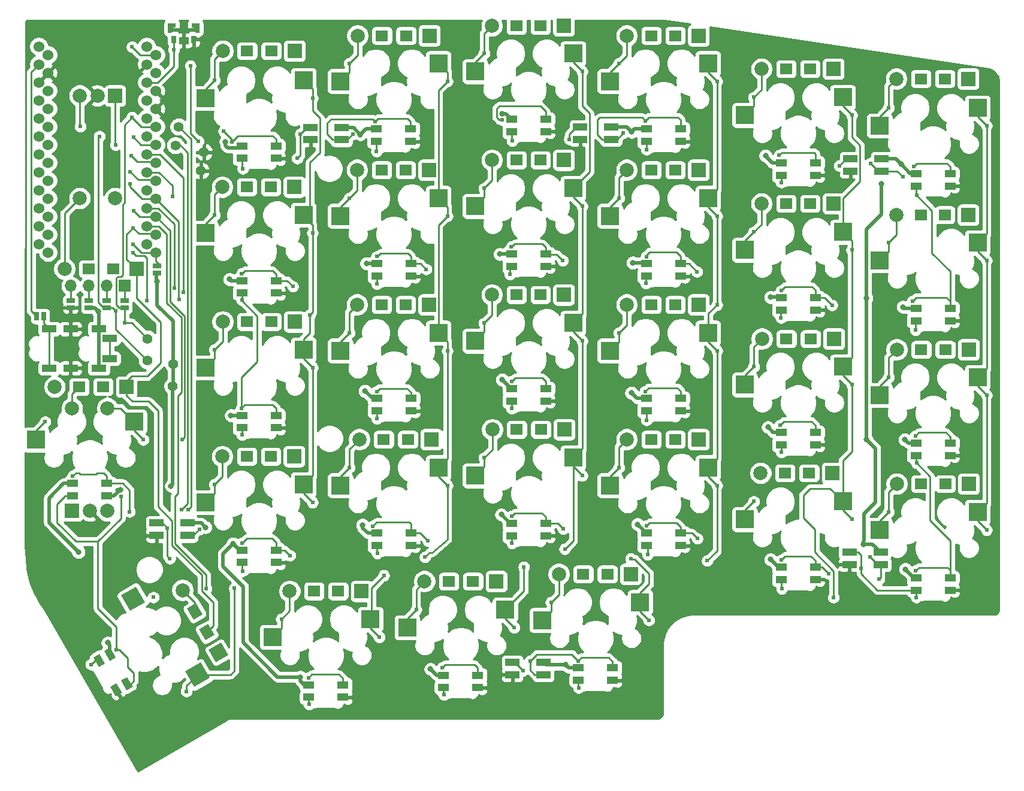
<source format=gbr>
G04 #@! TF.GenerationSoftware,KiCad,Pcbnew,(5.1.9)-1*
G04 #@! TF.CreationDate,2021-02-12T09:18:19+01:00*
G04 #@! TF.ProjectId,Lotus58_Glow,4c6f7475-7335-4385-9f47-6c6f772e6b69,0.95*
G04 #@! TF.SameCoordinates,Original*
G04 #@! TF.FileFunction,Copper,L2,Bot*
G04 #@! TF.FilePolarity,Positive*
%FSLAX46Y46*%
G04 Gerber Fmt 4.6, Leading zero omitted, Abs format (unit mm)*
G04 Created by KiCad (PCBNEW (5.1.9)-1) date 2021-02-12 09:18:19*
%MOMM*%
%LPD*%
G01*
G04 APERTURE LIST*
G04 #@! TA.AperFunction,SMDPad,CuDef*
%ADD10R,2.550000X2.500000*%
G04 #@! TD*
G04 #@! TA.AperFunction,SMDPad,CuDef*
%ADD11R,1.600000X1.000000*%
G04 #@! TD*
G04 #@! TA.AperFunction,SMDPad,CuDef*
%ADD12C,0.100000*%
G04 #@! TD*
G04 #@! TA.AperFunction,ComponentPad*
%ADD13R,2.000000X2.000000*%
G04 #@! TD*
G04 #@! TA.AperFunction,ComponentPad*
%ADD14C,2.000000*%
G04 #@! TD*
G04 #@! TA.AperFunction,ComponentPad*
%ADD15R,1.998980X1.998980*%
G04 #@! TD*
G04 #@! TA.AperFunction,ComponentPad*
%ADD16C,1.998980*%
G04 #@! TD*
G04 #@! TA.AperFunction,ComponentPad*
%ADD17R,1.800000X1.500000*%
G04 #@! TD*
G04 #@! TA.AperFunction,ComponentPad*
%ADD18R,2.100000X1.000000*%
G04 #@! TD*
G04 #@! TA.AperFunction,SMDPad,CuDef*
%ADD19R,1.143000X0.635000*%
G04 #@! TD*
G04 #@! TA.AperFunction,SMDPad,CuDef*
%ADD20R,0.635000X1.143000*%
G04 #@! TD*
G04 #@! TA.AperFunction,ComponentPad*
%ADD21C,1.397000*%
G04 #@! TD*
G04 #@! TA.AperFunction,ComponentPad*
%ADD22C,0.100000*%
G04 #@! TD*
G04 #@! TA.AperFunction,SMDPad,CuDef*
%ADD23R,2.000000X1.000000*%
G04 #@! TD*
G04 #@! TA.AperFunction,ComponentPad*
%ADD24C,1.524000*%
G04 #@! TD*
G04 #@! TA.AperFunction,ComponentPad*
%ADD25O,1.700000X1.700000*%
G04 #@! TD*
G04 #@! TA.AperFunction,ComponentPad*
%ADD26R,1.700000X1.700000*%
G04 #@! TD*
G04 #@! TA.AperFunction,ComponentPad*
%ADD27C,0.800000*%
G04 #@! TD*
G04 #@! TA.AperFunction,SMDPad,CuDef*
%ADD28R,0.700000X1.100000*%
G04 #@! TD*
G04 #@! TA.AperFunction,SMDPad,CuDef*
%ADD29R,1.400000X1.100000*%
G04 #@! TD*
G04 #@! TA.AperFunction,ViaPad*
%ADD30C,0.609600*%
G04 #@! TD*
G04 #@! TA.AperFunction,ViaPad*
%ADD31C,0.812800*%
G04 #@! TD*
G04 #@! TA.AperFunction,Conductor*
%ADD32C,0.250000*%
G04 #@! TD*
G04 #@! TA.AperFunction,Conductor*
%ADD33C,0.500000*%
G04 #@! TD*
G04 #@! TA.AperFunction,Conductor*
%ADD34C,0.254000*%
G04 #@! TD*
G04 #@! TA.AperFunction,Conductor*
%ADD35C,0.100000*%
G04 #@! TD*
G04 APERTURE END LIST*
D10*
X177840000Y-42520000D03*
X163990000Y-45060000D03*
D11*
X131000000Y-53555000D03*
X131000000Y-51805000D03*
X135800000Y-53555000D03*
X135800000Y-51805000D03*
X164350000Y-129755000D03*
X164350000Y-128005000D03*
X159550000Y-128005000D03*
X159550000Y-129755000D03*
X145297700Y-130783300D03*
X145297700Y-129033300D03*
X140497700Y-129033300D03*
X140497700Y-130783300D03*
X126250000Y-132155000D03*
X126250000Y-130405000D03*
X121450000Y-130405000D03*
X121450000Y-132155000D03*
G04 #@! TA.AperFunction,SMDPad,CuDef*
D12*
G36*
X93380806Y-130660640D02*
G01*
X94246832Y-130160640D01*
X95046832Y-131546280D01*
X94180806Y-132046280D01*
X93380806Y-130660640D01*
G37*
G04 #@! TD.AperFunction*
G04 #@! TA.AperFunction,SMDPad,CuDef*
G36*
X94896350Y-129785640D02*
G01*
X95762376Y-129285640D01*
X96562376Y-130671280D01*
X95696350Y-131171280D01*
X94896350Y-129785640D01*
G37*
G04 #@! TD.AperFunction*
G04 #@! TA.AperFunction,SMDPad,CuDef*
G36*
X92496350Y-125628718D02*
G01*
X93362376Y-125128718D01*
X94162376Y-126514358D01*
X93296350Y-127014358D01*
X92496350Y-125628718D01*
G37*
G04 #@! TD.AperFunction*
G04 #@! TA.AperFunction,SMDPad,CuDef*
G36*
X90980806Y-126503718D02*
G01*
X91846832Y-126003718D01*
X92646832Y-127389358D01*
X91780806Y-127889358D01*
X90980806Y-126503718D01*
G37*
G04 #@! TD.AperFunction*
D11*
X92874800Y-103681500D03*
X92874800Y-101931500D03*
X88074800Y-101931500D03*
X88074800Y-103681500D03*
X212050000Y-117005000D03*
X212050000Y-115255000D03*
X207250000Y-115255000D03*
X207250000Y-117005000D03*
X193000000Y-115505000D03*
X193000000Y-113755000D03*
X188200000Y-113755000D03*
X188200000Y-115505000D03*
X173950000Y-110705000D03*
X173950000Y-108955000D03*
X169150000Y-108955000D03*
X169150000Y-110705000D03*
X154900000Y-109315000D03*
X154900000Y-107565000D03*
X150100000Y-107565000D03*
X150100000Y-109315000D03*
X135850000Y-110705000D03*
X135850000Y-108955000D03*
X131050000Y-108955000D03*
X131050000Y-110705000D03*
X116800000Y-113105000D03*
X116800000Y-111355000D03*
X112000000Y-111355000D03*
X112000000Y-113105000D03*
X212050000Y-97955000D03*
X212050000Y-96205000D03*
X207250000Y-96205000D03*
X207250000Y-97955000D03*
X193000000Y-96455000D03*
X193000000Y-94705000D03*
X188200000Y-94705000D03*
X188200000Y-96455000D03*
X173950000Y-91655000D03*
X173950000Y-89905000D03*
X169150000Y-89905000D03*
X169150000Y-91655000D03*
X154900000Y-90265000D03*
X154900000Y-88515000D03*
X150100000Y-88515000D03*
X150100000Y-90265000D03*
X135850000Y-91655000D03*
X135850000Y-89905000D03*
X131050000Y-89905000D03*
X131050000Y-91655000D03*
X116800000Y-94055000D03*
X116800000Y-92305000D03*
X112000000Y-92305000D03*
X112000000Y-94055000D03*
X212050000Y-78905000D03*
X212050000Y-77155000D03*
X207250000Y-77155000D03*
X207250000Y-78905000D03*
X193000000Y-77405000D03*
X193000000Y-75655000D03*
X188200000Y-75655000D03*
X188200000Y-77405000D03*
X173950000Y-72605000D03*
X173950000Y-70855000D03*
X169150000Y-70855000D03*
X169150000Y-72605000D03*
X154900000Y-71215000D03*
X154900000Y-69465000D03*
X150100000Y-69465000D03*
X150100000Y-71215000D03*
X135850000Y-72605000D03*
X135850000Y-70855000D03*
X131050000Y-70855000D03*
X131050000Y-72605000D03*
X116800000Y-75005000D03*
X116800000Y-73255000D03*
X112000000Y-73255000D03*
X112000000Y-75005000D03*
X212050000Y-59855000D03*
X212050000Y-58105000D03*
X207250000Y-58105000D03*
X207250000Y-59855000D03*
X193000000Y-58355000D03*
X193000000Y-56605000D03*
X188200000Y-56605000D03*
X188200000Y-58355000D03*
X173950000Y-53555000D03*
X173950000Y-51805000D03*
X169150000Y-51805000D03*
X169150000Y-53555000D03*
X154900000Y-52165000D03*
X154900000Y-50415000D03*
X150100000Y-50415000D03*
X150100000Y-52165000D03*
X116800000Y-55955000D03*
X116800000Y-54205000D03*
X112000000Y-54205000D03*
X112000000Y-55955000D03*
D10*
X168240000Y-118720000D03*
X154390000Y-121260000D03*
X149187700Y-119748300D03*
X135337700Y-122288300D03*
X130140000Y-121120000D03*
X116290000Y-123660000D03*
G04 #@! TA.AperFunction,SMDPad,CuDef*
D12*
G36*
X103995377Y-128475618D02*
G01*
X106160441Y-127225618D01*
X107435441Y-129433982D01*
X105270377Y-130683982D01*
X103995377Y-128475618D01*
G37*
G04 #@! TD.AperFunction*
G04 #@! TA.AperFunction,SMDPad,CuDef*
G36*
X94870673Y-117751166D02*
G01*
X97035737Y-116501166D01*
X98310737Y-118709530D01*
X96145673Y-119959530D01*
X94870673Y-117751166D01*
G37*
G04 #@! TD.AperFunction*
D10*
X96764800Y-93205300D03*
X82914800Y-95745300D03*
X215940000Y-105970000D03*
X202090000Y-108510000D03*
X196890000Y-104470000D03*
X183040000Y-107010000D03*
X177840000Y-99670000D03*
X163990000Y-102210000D03*
X158790000Y-98280000D03*
X144940000Y-100820000D03*
X139740000Y-99670000D03*
X125890000Y-102210000D03*
X120690000Y-102070000D03*
X106840000Y-104610000D03*
X215940000Y-86920000D03*
X202090000Y-89460000D03*
X196890000Y-85420000D03*
X183040000Y-87960000D03*
X177840000Y-80620000D03*
X163990000Y-83160000D03*
X158790000Y-79230000D03*
X144940000Y-81770000D03*
X139740000Y-80620000D03*
X125890000Y-83160000D03*
X120690000Y-83020000D03*
X106840000Y-85560000D03*
X215940000Y-67870000D03*
X202090000Y-70410000D03*
X196890000Y-66370000D03*
X183040000Y-68910000D03*
X177840000Y-61570000D03*
X163990000Y-64110000D03*
X158790000Y-60180000D03*
X144940000Y-62720000D03*
X139740000Y-61570000D03*
X125890000Y-64110000D03*
X120690000Y-63970000D03*
X106840000Y-66510000D03*
X215940000Y-48820000D03*
X202090000Y-51360000D03*
X196890000Y-47320000D03*
X183040000Y-49860000D03*
X158790000Y-41130000D03*
X144940000Y-43670000D03*
X139740000Y-42520000D03*
X125890000Y-45060000D03*
X120690000Y-44920000D03*
X106840000Y-47460000D03*
D13*
X87974800Y-105785300D03*
D14*
X90474800Y-105785300D03*
X92974800Y-105785300D03*
X87974800Y-91285300D03*
X92974800Y-91285300D03*
D15*
X95678000Y-88262460D03*
D16*
X85518000Y-88262460D03*
D17*
X92378000Y-88265000D03*
X88978000Y-88265000D03*
D18*
X91770500Y-85619000D03*
X93270500Y-81419000D03*
X84770500Y-85619000D03*
X87770500Y-85619000D03*
X84770500Y-80069000D03*
X87770500Y-80069000D03*
X91770500Y-80069000D03*
X93270500Y-84269000D03*
D19*
X99949000Y-72141080D03*
X99949000Y-71140320D03*
D20*
X83002120Y-78295500D03*
X84002880Y-78295500D03*
D19*
X87767900Y-77075880D03*
X87767900Y-76075120D03*
X90339332Y-77075880D03*
X90339332Y-76075120D03*
X92910766Y-77075880D03*
X92910766Y-76075120D03*
X95418700Y-77075880D03*
X95418700Y-76075120D03*
D21*
X98597449Y-84563949D03*
X102189551Y-88156051D03*
X98660949Y-81452449D03*
X102253051Y-85044551D03*
X102579898Y-54116698D03*
X106172000Y-57708800D03*
X106634551Y-55072551D03*
X103042449Y-51480449D03*
D15*
X97075000Y-71583040D03*
D16*
X86915000Y-71583040D03*
D17*
X93775000Y-71580500D03*
X90375000Y-71580500D03*
D15*
X166925000Y-114741960D03*
D16*
X156765000Y-114741960D03*
D17*
X163625000Y-114744500D03*
X160225000Y-114744500D03*
D15*
X147938500Y-115757960D03*
D16*
X137778500Y-115757960D03*
D17*
X144638500Y-115760500D03*
X141238500Y-115760500D03*
D15*
X128888500Y-117154960D03*
D16*
X118728500Y-117154960D03*
D17*
X125588500Y-117157500D03*
X122188500Y-117157500D03*
G04 #@! TA.AperFunction,ComponentPad*
D22*
G36*
X107308871Y-125438518D02*
G01*
X109040039Y-124439028D01*
X110039529Y-126170196D01*
X108308361Y-127169686D01*
X107308871Y-125438518D01*
G37*
G04 #@! TD.AperFunction*
D16*
X103594200Y-117005539D03*
G04 #@! TA.AperFunction,ComponentPad*
D22*
G36*
X108121519Y-123352166D02*
G01*
X106822481Y-124102166D01*
X105922481Y-122543320D01*
X107221519Y-121793320D01*
X108121519Y-123352166D01*
G37*
G04 #@! TD.AperFunction*
G04 #@! TA.AperFunction,ComponentPad*
G36*
X106421519Y-120407680D02*
G01*
X105122481Y-121157680D01*
X104222481Y-119598834D01*
X105521519Y-118848834D01*
X106421519Y-120407680D01*
G37*
G04 #@! TD.AperFunction*
D15*
X214677000Y-101978460D03*
D16*
X204517000Y-101978460D03*
D17*
X211377000Y-101981000D03*
X207977000Y-101981000D03*
D15*
X195436500Y-100454460D03*
D16*
X185276500Y-100454460D03*
D17*
X192136500Y-100457000D03*
X188736500Y-100457000D03*
D15*
X176513500Y-95691960D03*
D16*
X166353500Y-95691960D03*
D17*
X173213500Y-95694500D03*
X169813500Y-95694500D03*
D15*
X157527000Y-94294960D03*
D16*
X147367000Y-94294960D03*
D17*
X154227000Y-94297500D03*
X150827000Y-94297500D03*
D15*
X138731000Y-95691960D03*
D16*
X128571000Y-95691960D03*
D17*
X135431000Y-95694500D03*
X132031000Y-95694500D03*
D15*
X119363500Y-98104960D03*
D16*
X109203500Y-98104960D03*
D17*
X116063500Y-98107500D03*
X112663500Y-98107500D03*
D15*
X214677000Y-82991960D03*
D16*
X204517000Y-82991960D03*
D17*
X211377000Y-82994500D03*
X207977000Y-82994500D03*
D15*
X195627000Y-81467960D03*
D16*
X185467000Y-81467960D03*
D17*
X192327000Y-81470500D03*
X188927000Y-81470500D03*
D15*
X176513500Y-76641960D03*
D16*
X166353500Y-76641960D03*
D17*
X173213500Y-76644500D03*
X169813500Y-76644500D03*
D15*
X157463500Y-75244960D03*
D16*
X147303500Y-75244960D03*
D17*
X154163500Y-75247500D03*
X150763500Y-75247500D03*
D15*
X138413500Y-76641960D03*
D16*
X128253500Y-76641960D03*
D17*
X135113500Y-76644500D03*
X131713500Y-76644500D03*
D15*
X119427000Y-79054960D03*
D16*
X109267000Y-79054960D03*
D17*
X116127000Y-79057500D03*
X112727000Y-79057500D03*
D15*
X214613500Y-63941960D03*
D16*
X204453500Y-63941960D03*
D17*
X211313500Y-63944500D03*
X207913500Y-63944500D03*
D15*
X195563500Y-62354460D03*
D16*
X185403500Y-62354460D03*
D17*
X192263500Y-62357000D03*
X188863500Y-62357000D03*
D15*
X176513500Y-57591960D03*
D16*
X166353500Y-57591960D03*
D17*
X173213500Y-57594500D03*
X169813500Y-57594500D03*
D15*
X157463500Y-56194960D03*
D16*
X147303500Y-56194960D03*
D17*
X154163500Y-56197500D03*
X150763500Y-56197500D03*
D15*
X138413500Y-57591960D03*
D16*
X128253500Y-57591960D03*
D17*
X135113500Y-57594500D03*
X131713500Y-57594500D03*
D15*
X119363500Y-60004960D03*
D16*
X109203500Y-60004960D03*
D17*
X116063500Y-60007500D03*
X112663500Y-60007500D03*
D15*
X214613500Y-44701460D03*
D16*
X204453500Y-44701460D03*
D17*
X211313500Y-44704000D03*
X207913500Y-44704000D03*
D15*
X195563500Y-43304460D03*
D16*
X185403500Y-43304460D03*
D17*
X192263500Y-43307000D03*
X188863500Y-43307000D03*
D15*
X176513500Y-38605460D03*
D16*
X166353500Y-38605460D03*
D17*
X173213500Y-38608000D03*
X169813500Y-38608000D03*
D15*
X157463500Y-37208460D03*
D16*
X147303500Y-37208460D03*
D17*
X154163500Y-37211000D03*
X150763500Y-37211000D03*
D15*
X138477000Y-38605460D03*
D16*
X128317000Y-38605460D03*
D17*
X135177000Y-38608000D03*
X131777000Y-38608000D03*
D15*
X119427000Y-40764460D03*
D16*
X109267000Y-40764460D03*
D17*
X116127000Y-40767000D03*
X112727000Y-40767000D03*
D23*
X121688500Y-51576000D03*
X121688500Y-53326000D03*
X126088500Y-53326000D03*
X126088500Y-51576000D03*
X159788500Y-51512500D03*
X159788500Y-53262500D03*
X164188500Y-53262500D03*
X164188500Y-51512500D03*
X197952000Y-56021000D03*
X197952000Y-57771000D03*
X202352000Y-57771000D03*
X202352000Y-56021000D03*
X99908000Y-107519500D03*
X99908000Y-109269500D03*
X104308000Y-109269500D03*
X104308000Y-107519500D03*
X150200000Y-127204500D03*
X150200000Y-128954500D03*
X154600000Y-128954500D03*
X154600000Y-127204500D03*
X197825000Y-111647000D03*
X197825000Y-113397000D03*
X202225000Y-111647000D03*
X202225000Y-113397000D03*
D24*
X84584815Y-46405745D03*
X99824815Y-64185745D03*
X84584815Y-56565745D03*
X99824815Y-54025745D03*
X99824815Y-48945745D03*
X84584815Y-66725745D03*
X99824815Y-46405745D03*
X99824815Y-41325745D03*
X84584815Y-61645745D03*
X99824815Y-69265745D03*
X84584815Y-54025745D03*
X84584815Y-43865745D03*
X84584815Y-48945745D03*
X84584815Y-51485745D03*
X84584815Y-64185745D03*
X84584815Y-59105745D03*
X99824815Y-61645745D03*
X99824815Y-59105745D03*
X84584815Y-69265745D03*
X99824815Y-66725745D03*
X99824815Y-43865745D03*
X84584815Y-41325745D03*
X99824815Y-56565745D03*
X99824815Y-51485745D03*
X83286000Y-40130000D03*
X83286000Y-42670000D03*
X83286000Y-45210000D03*
X83286000Y-47750000D03*
X83286000Y-50290000D03*
X83286000Y-52830000D03*
X83286000Y-55370000D03*
X83286000Y-57910000D03*
X83286000Y-60450000D03*
X83286000Y-62990000D03*
X83286000Y-65530000D03*
X83286000Y-68070000D03*
X98526000Y-68070000D03*
X98526000Y-65530000D03*
X98526000Y-62990000D03*
X98526000Y-60450000D03*
X98526000Y-57910000D03*
X98526000Y-55370000D03*
X98526000Y-52830000D03*
X98526000Y-50290000D03*
X98526000Y-47750000D03*
X98526000Y-45210000D03*
X98526000Y-42670000D03*
X98526000Y-40130000D03*
D25*
X87820500Y-73993500D03*
X90360500Y-73993500D03*
X92900500Y-73993500D03*
D26*
X95440500Y-73993500D03*
D27*
X101909000Y-37785000D03*
X105609000Y-37785000D03*
G04 #@! TA.AperFunction,SMDPad,CuDef*
D12*
G36*
X102304800Y-37481401D02*
G01*
X102304800Y-37781399D01*
X102303567Y-37812783D01*
X102299876Y-37843973D01*
X102293749Y-37874777D01*
X102285224Y-37905005D01*
X102274353Y-37934472D01*
X102261205Y-37962995D01*
X102245858Y-37990398D01*
X102228409Y-38016512D01*
X102208965Y-38041177D01*
X102187645Y-38064241D01*
X102164582Y-38085560D01*
X102139917Y-38105005D01*
X102113802Y-38122454D01*
X102086399Y-38137800D01*
X102057876Y-38150949D01*
X102028409Y-38161819D01*
X101998181Y-38170344D01*
X101967377Y-38176471D01*
X101936187Y-38180162D01*
X101904803Y-38181395D01*
X101504800Y-38181399D01*
X101504800Y-36831400D01*
X102654800Y-36831400D01*
X102654800Y-37481401D01*
X102304800Y-37481401D01*
G37*
G04 #@! TD.AperFunction*
D28*
X105159000Y-39135000D03*
X102359000Y-39135000D03*
G04 #@! TA.AperFunction,SMDPad,CuDef*
D12*
G36*
X105608996Y-38184996D02*
G01*
X105577613Y-38183763D01*
X105546423Y-38180072D01*
X105515618Y-38173945D01*
X105485390Y-38165420D01*
X105455923Y-38154550D01*
X105427401Y-38141401D01*
X105399997Y-38126054D01*
X105373883Y-38108605D01*
X105349218Y-38089161D01*
X105326154Y-38067842D01*
X105304835Y-38044778D01*
X105285391Y-38020113D01*
X105267942Y-37993999D01*
X105252595Y-37966595D01*
X105239446Y-37938073D01*
X105228576Y-37908606D01*
X105220051Y-37878378D01*
X105213924Y-37847573D01*
X105210233Y-37816383D01*
X105209000Y-37785000D01*
X105209000Y-37485002D01*
X104859000Y-37485002D01*
X104859000Y-36835001D01*
X106009000Y-36835001D01*
X106009000Y-38185000D01*
X105608996Y-38184996D01*
G37*
G04 #@! TD.AperFunction*
D29*
X103759000Y-39285000D03*
D13*
X94067000Y-47094000D03*
D14*
X91567000Y-47094000D03*
X89067000Y-47094000D03*
X94067000Y-61594000D03*
X89067000Y-61594000D03*
D30*
X108110000Y-44920000D03*
X106840000Y-47460000D03*
X96583500Y-65786000D03*
X127160000Y-42520000D03*
X125962600Y-44987400D03*
X146210000Y-41130000D03*
X144940000Y-43670000D03*
X96329500Y-55562500D03*
X105816400Y-53543200D03*
X104698800Y-42875200D03*
X165260000Y-42520000D03*
X163990000Y-45060000D03*
X96202500Y-57848500D03*
X184310000Y-47320000D03*
X183048800Y-49851200D03*
X96202500Y-59563000D03*
X103124000Y-75895200D03*
X203360000Y-48820000D03*
X202090000Y-51351200D03*
X96710500Y-63373000D03*
X103581198Y-95707194D03*
X108110000Y-63970000D03*
X106840000Y-66510000D03*
X127160000Y-61570000D03*
X125890000Y-64110000D03*
X146210000Y-60180000D03*
X144940000Y-62720000D03*
X165260000Y-61570000D03*
X184310000Y-66370000D03*
X183040000Y-68910000D03*
X203360000Y-67870000D03*
X202090000Y-70410000D03*
X108110000Y-83020000D03*
X106840000Y-85560000D03*
X127160000Y-80620000D03*
X125890000Y-83160000D03*
X146210000Y-79230000D03*
X144940000Y-81770000D03*
X165260000Y-80620000D03*
X164062600Y-83087400D03*
X184310000Y-85420000D03*
X183040000Y-87960000D03*
X203360000Y-86920000D03*
X202090000Y-89460000D03*
X108110000Y-102070000D03*
X106840000Y-104610000D03*
X127160000Y-99670000D03*
X125890000Y-102210000D03*
X146210000Y-98280000D03*
X145054200Y-100705800D03*
X165260000Y-99670000D03*
X163990000Y-102210000D03*
X184310000Y-104470000D03*
X183040000Y-107010000D03*
X203360000Y-105970000D03*
X202090000Y-108510000D03*
X96590705Y-118230348D03*
X99471805Y-118013805D03*
X117560000Y-121120000D03*
X116290000Y-123660000D03*
X136607700Y-119748300D03*
X135337700Y-122167500D03*
D31*
X91694006Y-77622400D03*
X99974400Y-73355200D03*
X101971819Y-102276611D03*
X109680234Y-53604077D03*
X128727200Y-52578000D03*
X148770723Y-49619026D03*
X167081200Y-52222400D03*
X185978802Y-55575200D03*
X205130400Y-56794400D03*
X202336400Y-59537600D03*
X199847200Y-110490000D03*
X200222699Y-75711899D03*
X186690000Y-75590400D03*
X167233600Y-70713600D03*
X148437600Y-69494400D03*
X129590800Y-70815200D03*
X110236000Y-73050400D03*
X205384400Y-76962000D03*
X110439200Y-92303600D03*
X129387604Y-88849200D03*
X148784018Y-87265212D03*
X167027904Y-89129439D03*
X186310487Y-93973590D03*
X200222825Y-95723590D03*
X205671245Y-95723590D03*
X205740000Y-114046000D03*
X186690000Y-112674400D03*
X167894000Y-107696000D03*
X110744000Y-110439200D03*
X148640800Y-106324400D03*
X129032000Y-107797600D03*
X157696029Y-127580990D03*
X93023986Y-124450816D03*
X120243600Y-129286000D03*
X138633200Y-128168400D03*
X106833251Y-108119050D03*
X88900000Y-111607600D03*
D30*
X136652000Y-48895000D03*
X175577500Y-55118000D03*
X152781000Y-125095000D03*
X146113500Y-125603000D03*
D31*
X201866500Y-54229000D03*
X193903600Y-53695600D03*
X195008500Y-60071000D03*
X157988000Y-48577500D03*
D30*
X214630000Y-56642000D03*
D31*
X166306500Y-108331000D03*
X218440000Y-93789500D03*
X128676400Y-110236000D03*
X103695500Y-37846000D03*
D30*
X148031200Y-109423200D03*
X98044000Y-78790800D03*
X101854000Y-46101000D03*
X108140500Y-56261000D03*
X157797500Y-91313000D03*
D31*
X125920500Y-49276000D03*
X155575000Y-54229000D03*
X118618000Y-57467500D03*
X95250000Y-42519600D03*
X88900000Y-43840400D03*
D30*
X105918000Y-63754000D03*
X85852000Y-77520800D03*
X87020400Y-82753200D03*
X194868800Y-98247200D03*
X118414800Y-95656400D03*
X85953600Y-100838000D03*
X90220800Y-108458000D03*
X99263200Y-88544400D03*
X107137200Y-79095600D03*
X129133600Y-54102000D03*
X195427600Y-56286400D03*
X157734000Y-51562000D03*
X215074500Y-94996000D03*
D31*
X215239600Y-76149200D03*
X218490800Y-76301600D03*
X218440000Y-58013600D03*
D30*
X203250800Y-79552800D03*
X177292000Y-73355200D03*
X165811200Y-72186800D03*
X144475200Y-71780400D03*
X125272800Y-72542400D03*
X143611600Y-47701200D03*
X182524400Y-58166000D03*
X162560000Y-68072000D03*
X144018000Y-67614800D03*
X202895200Y-75184000D03*
X181610000Y-65582800D03*
X158140400Y-72034400D03*
X185470800Y-77012800D03*
D31*
X109372400Y-74980800D03*
X124764800Y-68630800D03*
X124002800Y-75692000D03*
X119481600Y-75590400D03*
X142697200Y-54457600D03*
D30*
X181813200Y-96164400D03*
X123596400Y-99314000D03*
X127660400Y-93573600D03*
X124409200Y-90627200D03*
X119329200Y-90576400D03*
X203200000Y-99161600D03*
X202539600Y-93929200D03*
X204520800Y-115519200D03*
X185369200Y-114808000D03*
X198678800Y-118364000D03*
X195122800Y-111658400D03*
X96266000Y-107746800D03*
X106781600Y-111760000D03*
X112522000Y-130759200D03*
X114198400Y-121158000D03*
X147878800Y-128778000D03*
X107137200Y-71526400D03*
D31*
X94792800Y-102819200D03*
X97942400Y-103479600D03*
D30*
X217210000Y-51360000D03*
X217210000Y-70410000D03*
X217210000Y-89460000D03*
X217210000Y-108510000D03*
X215940000Y-67870000D03*
X215940000Y-105970000D03*
X215940000Y-86920000D03*
X215940000Y-48820000D03*
X198160000Y-87960000D03*
X198160000Y-68910000D03*
X169510000Y-121260000D03*
X195580000Y-118046500D03*
X198160000Y-49860000D03*
X196984200Y-85325800D03*
X196890000Y-66370000D03*
X196890000Y-47458000D03*
X196890000Y-104470000D03*
X198160000Y-107010000D03*
X166928800Y-112572800D03*
X106934000Y-116789200D03*
X179110000Y-45060000D03*
X177840000Y-61570000D03*
X179110000Y-64110000D03*
X179110000Y-83160000D03*
X179110000Y-102210000D03*
X150457700Y-122288300D03*
X177736500Y-112839500D03*
X151828500Y-113723310D03*
X102443390Y-74253489D03*
X149187700Y-119748300D03*
X177840000Y-99670000D03*
X177921800Y-80538200D03*
X177840000Y-42520000D03*
X179120800Y-76657200D03*
X160060000Y-43670000D03*
X160060000Y-62720000D03*
X160060000Y-100820000D03*
X160060000Y-81770000D03*
X131410000Y-123660000D03*
X157607000Y-111188500D03*
X158790000Y-79230000D03*
X96596255Y-69265745D03*
X130278200Y-120981800D03*
X158790000Y-98280000D03*
X158790000Y-60180000D03*
X158790000Y-41130000D03*
X132038399Y-114940190D03*
X98552000Y-76098400D03*
X141010000Y-102210000D03*
X141010000Y-83160000D03*
X141010000Y-64110000D03*
X141010000Y-45060000D03*
X137858500Y-112331500D03*
X104150705Y-131324652D03*
X139740000Y-61570000D03*
X102158800Y-61315600D03*
X105944400Y-128954800D03*
X139740000Y-99670000D03*
X139740000Y-80620000D03*
X139770600Y-42550600D03*
X110934500Y-116730798D03*
X121960000Y-66510000D03*
X121960000Y-85560000D03*
X121960000Y-104610000D03*
X121960000Y-47460000D03*
X98034800Y-95745300D03*
X120690000Y-102070000D03*
X103706201Y-74883299D03*
X120690000Y-83020000D03*
X96699550Y-93140050D03*
X120690000Y-63970000D03*
X120765200Y-44995200D03*
X121564400Y-78079600D03*
X96456500Y-50165000D03*
X95453200Y-79197200D03*
X96456500Y-40195492D03*
X110597560Y-53602755D03*
X109423194Y-52120800D03*
X96647000Y-52959000D03*
X91848400Y-52830000D03*
X94132400Y-77470000D03*
X102359000Y-40573500D03*
X155660000Y-118720000D03*
X154390000Y-121260000D03*
X96583500Y-68072000D03*
X89154000Y-51460400D03*
X104356743Y-105626743D03*
X94132400Y-54051196D03*
X103479600Y-105613200D03*
X84184800Y-93205300D03*
X82914800Y-95745300D03*
X120243600Y-52527200D03*
X112115600Y-57404000D03*
X119812996Y-55955000D03*
X131013200Y-54965600D03*
X148795188Y-50529911D03*
X127634668Y-52552932D03*
X130810000Y-50749200D03*
X150164800Y-53492400D03*
X158266097Y-53262497D03*
X169164000Y-54711600D03*
X187909200Y-55517210D03*
X165846023Y-52390113D03*
X169011600Y-50647600D03*
X188214000Y-59359802D03*
X196392800Y-56997600D03*
X207314800Y-61163200D03*
X206756000Y-76150198D03*
X200812400Y-56642000D03*
X206959200Y-57100198D03*
X205384400Y-58572400D03*
X112012462Y-76009802D03*
X111912400Y-91300198D03*
X131064000Y-73710800D03*
X111963200Y-72250198D03*
X119176800Y-74066400D03*
X149860000Y-72339200D03*
X131066606Y-69845289D03*
X138023600Y-71628000D03*
X169062400Y-73609802D03*
X157327600Y-70408800D03*
X150063200Y-68460198D03*
X188163200Y-78486000D03*
X176276000Y-71983600D03*
X169147689Y-69850198D03*
X207162400Y-80213200D03*
X195376800Y-76708000D03*
X188193292Y-74650198D03*
X112020612Y-95059802D03*
X131041913Y-88900198D03*
X131064000Y-92760800D03*
X150096869Y-87510198D03*
X150114000Y-91338400D03*
X168960800Y-88900198D03*
X169164000Y-92964000D03*
X188010800Y-93700198D03*
X188214000Y-97485200D03*
X207162400Y-95200198D03*
X207305566Y-99026442D03*
X207213200Y-114250198D03*
X112114548Y-114300622D03*
X101396800Y-108204000D03*
X101803200Y-112522000D03*
X131108952Y-111785746D03*
X112009059Y-110350198D03*
X118770400Y-112109810D03*
X150142837Y-110350309D03*
X130454400Y-107950186D03*
X138277600Y-110032800D03*
X169302851Y-111957575D03*
X157378400Y-108319810D03*
X150101653Y-106560198D03*
X169185053Y-107885027D03*
X188264800Y-116789200D03*
X176333580Y-109709810D03*
X188200033Y-112750198D03*
X200710886Y-112267914D03*
X202031600Y-115468400D03*
X194868800Y-114655600D03*
X207287461Y-118022474D03*
X199491600Y-113893600D03*
X94234000Y-125425200D03*
X94920132Y-103759332D03*
X88087200Y-100888800D03*
X105968800Y-108407200D03*
X96113600Y-105918000D03*
X90678000Y-127508000D03*
X121412000Y-129400198D03*
X121482123Y-133159802D03*
X140309600Y-127965200D03*
X140529061Y-131788102D03*
X151699249Y-128379763D03*
X159562800Y-130810000D03*
X159512000Y-127000198D03*
X152704800Y-127050800D03*
D32*
X106840000Y-46190000D02*
X108110000Y-44920000D01*
X108110000Y-41921460D02*
X109267000Y-40764460D01*
X108110000Y-44920000D02*
X108110000Y-41921460D01*
X106840000Y-47460000D02*
X106840000Y-46190000D01*
X99716071Y-66617001D02*
X99824815Y-66725745D01*
X97414501Y-66617001D02*
X99716071Y-66617001D01*
X96583500Y-65786000D02*
X97414501Y-66617001D01*
X95697104Y-66672396D02*
X95697104Y-70205144D01*
X95697104Y-70205144D02*
X97075000Y-71583040D01*
X96583500Y-65786000D02*
X95697104Y-66672396D01*
X100482400Y-79095600D02*
X97075000Y-75688200D01*
X95678000Y-88262460D02*
X95678000Y-87506800D01*
X96418400Y-86766400D02*
X98602800Y-86766400D01*
X97075000Y-75688200D02*
X97075000Y-71583040D01*
X100482400Y-84886800D02*
X100482400Y-79095600D01*
X95678000Y-87506800D02*
X96418400Y-86766400D01*
X98602800Y-86766400D02*
X100482400Y-84886800D01*
X106304199Y-114876699D02*
X106304199Y-117091505D01*
X100120099Y-91636499D02*
X100120099Y-105200099D01*
X100120099Y-105200099D02*
X102108000Y-107188000D01*
X95678000Y-89511950D02*
X96488450Y-90322400D01*
X96488450Y-90322400D02*
X98806000Y-90322400D01*
X102108000Y-107188000D02*
X102108000Y-110680500D01*
X107929799Y-118717105D02*
X107929799Y-122039944D01*
X95678000Y-88262460D02*
X95678000Y-89511950D01*
X106304199Y-117091505D02*
X107929799Y-118717105D01*
X107929799Y-122039944D02*
X107571038Y-122398705D01*
X98806000Y-90322400D02*
X100120099Y-91636499D01*
X107571038Y-122398705D02*
X107022000Y-122947743D01*
X102108000Y-110680500D02*
X106304199Y-114876699D01*
X128317000Y-38605460D02*
X128317000Y-41363000D01*
X128317000Y-41363000D02*
X127160000Y-42520000D01*
X127160000Y-43790000D02*
X125962600Y-44987400D01*
X127160000Y-42520000D02*
X127160000Y-43790000D01*
X125962600Y-44987400D02*
X125890000Y-45060000D01*
X144940000Y-42400000D02*
X146210000Y-41130000D01*
X146210000Y-38301960D02*
X147303500Y-37208460D01*
X146210000Y-41130000D02*
X146210000Y-38301960D01*
X144940000Y-43670000D02*
X144940000Y-42400000D01*
X99716071Y-56457001D02*
X99824815Y-56565745D01*
X97224001Y-56457001D02*
X99716071Y-56457001D01*
X96329500Y-55562500D02*
X97224001Y-56457001D01*
X105816400Y-53543200D02*
X104698800Y-52425600D01*
X104698800Y-52425600D02*
X104698800Y-42875200D01*
X166353500Y-38605460D02*
X166353500Y-41426500D01*
X166353500Y-41426500D02*
X165260000Y-42520000D01*
X163990000Y-43790000D02*
X165260000Y-42520000D01*
X163990000Y-45060000D02*
X163990000Y-43790000D01*
X99716071Y-58997001D02*
X99824815Y-59105745D01*
X97351001Y-58997001D02*
X99716071Y-58997001D01*
X96202500Y-57848500D02*
X97351001Y-58997001D01*
X185403500Y-43304460D02*
X185403500Y-46226500D01*
X185403500Y-46226500D02*
X184310000Y-47320000D01*
X184310000Y-48590000D02*
X183048800Y-49851200D01*
X184310000Y-47320000D02*
X184310000Y-48590000D01*
X183048800Y-49851200D02*
X183040000Y-49860000D01*
X97854193Y-61645745D02*
X99824815Y-61645745D01*
X96202500Y-59994052D02*
X97854193Y-61645745D01*
X96202500Y-59563000D02*
X96202500Y-59994052D01*
X103073200Y-64894130D02*
X103073200Y-75844400D01*
X99824815Y-61645745D02*
X103073200Y-64894130D01*
X103073200Y-75844400D02*
X103124000Y-75895200D01*
X202090000Y-51360000D02*
X202090000Y-51351200D01*
X202090000Y-50090000D02*
X203360000Y-48820000D01*
X203360000Y-45794960D02*
X204453500Y-44701460D01*
X203360000Y-48820000D02*
X203360000Y-45794960D01*
X202090000Y-51351200D02*
X202090000Y-50090000D01*
X97523245Y-64185745D02*
X99824815Y-64185745D01*
X96710500Y-63373000D02*
X97523245Y-64185745D01*
X101842935Y-73921836D02*
X101813588Y-73951183D01*
X103885997Y-78282797D02*
X103885997Y-95402395D01*
X103885997Y-95402395D02*
X103581198Y-95707194D01*
X101813588Y-73951183D02*
X101813588Y-76210388D01*
X99824815Y-64185745D02*
X101842935Y-66203865D01*
X101842935Y-66203865D02*
X101842935Y-73921836D01*
X101813588Y-76210388D02*
X103885997Y-78282797D01*
X106840000Y-65240000D02*
X108110000Y-63970000D01*
X108110000Y-61098460D02*
X109203500Y-60004960D01*
X108110000Y-63970000D02*
X108110000Y-61098460D01*
X106840000Y-66510000D02*
X106840000Y-65240000D01*
X128253500Y-57591960D02*
X128253500Y-60476500D01*
X128253500Y-60476500D02*
X127160000Y-61570000D01*
X125890000Y-62840000D02*
X127160000Y-61570000D01*
X125890000Y-64110000D02*
X125890000Y-62840000D01*
X147303500Y-56194960D02*
X147303500Y-59086500D01*
X147303500Y-59086500D02*
X146210000Y-60180000D01*
X146210000Y-61450000D02*
X144940000Y-62720000D01*
X146210000Y-60180000D02*
X146210000Y-61450000D01*
X163990000Y-64110000D02*
X163990000Y-62840000D01*
X163990000Y-62840000D02*
X165260000Y-61570000D01*
X165260000Y-58685460D02*
X166353500Y-57591960D01*
X165260000Y-61570000D02*
X165260000Y-58685460D01*
X185403500Y-62354460D02*
X185403500Y-65276500D01*
X185403500Y-65276500D02*
X184310000Y-66370000D01*
X183040000Y-67640000D02*
X184310000Y-66370000D01*
X183040000Y-68910000D02*
X183040000Y-67640000D01*
X204453500Y-63941960D02*
X204453500Y-66776500D01*
X204453500Y-66776500D02*
X203360000Y-67870000D01*
X203360000Y-69140000D02*
X202090000Y-70410000D01*
X203360000Y-67870000D02*
X203360000Y-69140000D01*
X109267000Y-79054960D02*
X109267000Y-81863000D01*
X109267000Y-81863000D02*
X108110000Y-83020000D01*
X108110000Y-84290000D02*
X106840000Y-85560000D01*
X108110000Y-83020000D02*
X108110000Y-84290000D01*
X125890000Y-81890000D02*
X127160000Y-80620000D01*
X127160000Y-77735460D02*
X128253500Y-76641960D01*
X127160000Y-80620000D02*
X127160000Y-77735460D01*
X125890000Y-83160000D02*
X125890000Y-81890000D01*
X147303500Y-75244960D02*
X147303500Y-78136500D01*
X147303500Y-78136500D02*
X146210000Y-79230000D01*
X146210000Y-80500000D02*
X144940000Y-81770000D01*
X146210000Y-79230000D02*
X146210000Y-80500000D01*
X166353500Y-76641960D02*
X166353500Y-79526500D01*
X166353500Y-79526500D02*
X165260000Y-80620000D01*
X165260000Y-81890000D02*
X164062600Y-83087400D01*
X165260000Y-80620000D02*
X165260000Y-81890000D01*
X164062600Y-83087400D02*
X163990000Y-83160000D01*
X183040000Y-86690000D02*
X184310000Y-85420000D01*
X184310000Y-82624960D02*
X185467000Y-81467960D01*
X184310000Y-85420000D02*
X184310000Y-82624960D01*
X183040000Y-87960000D02*
X183040000Y-86690000D01*
X202090000Y-88190000D02*
X203360000Y-86920000D01*
X203360000Y-84148960D02*
X204517000Y-82991960D01*
X203360000Y-86920000D02*
X203360000Y-84148960D01*
X202090000Y-89460000D02*
X202090000Y-88190000D01*
X109203500Y-98104960D02*
X109203500Y-100976500D01*
X109203500Y-100976500D02*
X108110000Y-102070000D01*
X108110000Y-103340000D02*
X106840000Y-104610000D01*
X108110000Y-102070000D02*
X108110000Y-103340000D01*
X125890000Y-100940000D02*
X127160000Y-99670000D01*
X127160000Y-97102960D02*
X128571000Y-95691960D01*
X127160000Y-99670000D02*
X127160000Y-97102960D01*
X125890000Y-102210000D02*
X125890000Y-100940000D01*
X147367000Y-94294960D02*
X147367000Y-97123000D01*
X147367000Y-97123000D02*
X146210000Y-98280000D01*
X146210000Y-99550000D02*
X145054200Y-100705800D01*
X146210000Y-98280000D02*
X146210000Y-99550000D01*
X145054200Y-100705800D02*
X144940000Y-100820000D01*
X163990000Y-100940000D02*
X165260000Y-99670000D01*
X165260000Y-96785460D02*
X166353500Y-95691960D01*
X165260000Y-99670000D02*
X165260000Y-96785460D01*
X163990000Y-102210000D02*
X163990000Y-100940000D01*
X183040000Y-105740000D02*
X184310000Y-104470000D01*
X183040000Y-107010000D02*
X183040000Y-105740000D01*
X202090000Y-107240000D02*
X203360000Y-105970000D01*
X203360000Y-103135460D02*
X204517000Y-101978460D01*
X203360000Y-105970000D02*
X203360000Y-103135460D01*
X202090000Y-108510000D02*
X202090000Y-107240000D01*
X105322000Y-118733339D02*
X103594200Y-117005539D01*
X105322000Y-120003257D02*
X105322000Y-118733339D01*
X118728500Y-117154960D02*
X118728500Y-119951500D01*
X118728500Y-119951500D02*
X117560000Y-121120000D01*
X117560000Y-122390000D02*
X116290000Y-123660000D01*
X117560000Y-121120000D02*
X117560000Y-122390000D01*
X135337700Y-122288300D02*
X135337700Y-122167500D01*
X135337700Y-121018300D02*
X136607700Y-119748300D01*
X136607700Y-116928760D02*
X137778500Y-115757960D01*
X136607700Y-119748300D02*
X136607700Y-116928760D01*
X135337700Y-122167500D02*
X135337700Y-121018300D01*
D33*
X102253051Y-88092551D02*
X102189551Y-88156051D01*
X102253051Y-85044551D02*
X102253051Y-88092551D01*
X91770500Y-85619000D02*
X91770500Y-80069000D01*
X91147486Y-77075880D02*
X91694006Y-77622400D01*
X90339332Y-77075880D02*
X91147486Y-77075880D01*
X91770500Y-77698894D02*
X91694006Y-77622400D01*
X91770500Y-80069000D02*
X91770500Y-77698894D01*
X99923600Y-73304400D02*
X99974400Y-73355200D01*
X99923600Y-72186800D02*
X99923600Y-73304400D01*
X99974400Y-76708000D02*
X99974400Y-73355200D01*
X102253051Y-85044551D02*
X102253051Y-78986651D01*
X102253051Y-78986651D02*
X99974400Y-76708000D01*
X102189551Y-88156051D02*
X102189551Y-102058879D01*
X102189551Y-102058879D02*
X101971819Y-102276611D01*
X111754599Y-54450401D02*
X109951822Y-54450401D01*
X109680234Y-54178813D02*
X109680234Y-53604077D01*
X109951822Y-54450401D02*
X109680234Y-54178813D01*
X112000000Y-54205000D02*
X111754599Y-54450401D01*
X127725200Y-51576000D02*
X128727200Y-52578000D01*
X126088500Y-51576000D02*
X127725200Y-51576000D01*
X131000000Y-51805000D02*
X129500200Y-51805000D01*
X129500200Y-51805000D02*
X128727200Y-52578000D01*
X204357000Y-56021000D02*
X205130400Y-56794400D01*
X202352000Y-56021000D02*
X204357000Y-56021000D01*
X149304026Y-49619026D02*
X148770723Y-49619026D01*
X150100000Y-50415000D02*
X149304026Y-49619026D01*
X166371300Y-51512500D02*
X164188500Y-51512500D01*
X167081200Y-52222400D02*
X166371300Y-51512500D01*
X167498600Y-51805000D02*
X167081200Y-52222400D01*
X169150000Y-51805000D02*
X167498600Y-51805000D01*
X186900000Y-56605000D02*
X185978802Y-55683802D01*
X188200000Y-56605000D02*
X186900000Y-56605000D01*
X185978802Y-55683802D02*
X185978802Y-55575200D01*
X207250000Y-58105000D02*
X206441000Y-58105000D01*
X206441000Y-58105000D02*
X205130400Y-56794400D01*
X202336400Y-59537600D02*
X202336400Y-63906400D01*
X202336400Y-63906400D02*
X200222699Y-66020101D01*
X200222699Y-66020101D02*
X200222699Y-75711899D01*
X188135400Y-75590400D02*
X188200000Y-75655000D01*
X186690000Y-75590400D02*
X188135400Y-75590400D01*
X169008600Y-70713600D02*
X169150000Y-70855000D01*
X167233600Y-70713600D02*
X169008600Y-70713600D01*
X150070600Y-69494400D02*
X150100000Y-69465000D01*
X148437600Y-69494400D02*
X150070600Y-69494400D01*
X131010200Y-70815200D02*
X131050000Y-70855000D01*
X129590800Y-70815200D02*
X131010200Y-70815200D01*
X112000000Y-73255000D02*
X110440600Y-73255000D01*
X110440600Y-73255000D02*
X110236000Y-73050400D01*
X205577400Y-77155000D02*
X205384400Y-76962000D01*
X207250000Y-77155000D02*
X205577400Y-77155000D01*
X111998600Y-92303600D02*
X112000000Y-92305000D01*
X110439200Y-92303600D02*
X111998600Y-92303600D01*
X131050000Y-89905000D02*
X130443404Y-89905000D01*
X130443404Y-89905000D02*
X129387604Y-88849200D01*
X169150000Y-89905000D02*
X167803465Y-89905000D01*
X167803465Y-89905000D02*
X167027904Y-89129439D01*
X150033806Y-88515000D02*
X148784018Y-87265212D01*
X150100000Y-88515000D02*
X150033806Y-88515000D01*
X188200000Y-94705000D02*
X187041897Y-94705000D01*
X187041897Y-94705000D02*
X186310487Y-93973590D01*
X201500001Y-97000766D02*
X200222825Y-95723590D01*
X200222699Y-75711899D02*
X200222699Y-95723464D01*
X199890801Y-110026805D02*
X199890801Y-106229999D01*
X207250000Y-96205000D02*
X206152655Y-96205000D01*
X199890801Y-106229999D02*
X201500001Y-104620799D01*
X199847200Y-110070406D02*
X199890801Y-110026805D01*
X201500001Y-104620799D02*
X201500001Y-97000766D01*
X200222699Y-95723464D02*
X200222825Y-95723590D01*
X206152655Y-96205000D02*
X205671245Y-95723590D01*
X199847200Y-110490000D02*
X199847200Y-110070406D01*
X187770600Y-113755000D02*
X188200000Y-113755000D01*
X186690000Y-112674400D02*
X187770600Y-113755000D01*
X205740000Y-114046000D02*
X206949000Y-115255000D01*
X206949000Y-115255000D02*
X207250000Y-115255000D01*
X167894000Y-107699000D02*
X169150000Y-108955000D01*
X167894000Y-107696000D02*
X167894000Y-107699000D01*
X111659800Y-111355000D02*
X110744000Y-110439200D01*
X112000000Y-111355000D02*
X111659800Y-111355000D01*
X149881400Y-107565000D02*
X150100000Y-107565000D01*
X148640800Y-106324400D02*
X149881400Y-107565000D01*
X131050000Y-108955000D02*
X129750000Y-108955000D01*
X129032000Y-108237000D02*
X129032000Y-107797600D01*
X129750000Y-108955000D02*
X129032000Y-108237000D01*
X201068000Y-110490000D02*
X199847200Y-110490000D01*
X202225000Y-111647000D02*
X201068000Y-110490000D01*
X158120039Y-128005000D02*
X157696029Y-127580990D01*
X159550000Y-128005000D02*
X158120039Y-128005000D01*
X93319600Y-126085600D02*
X93319600Y-124746430D01*
X93319600Y-124746430D02*
X93023986Y-124450816D01*
X120787864Y-130405000D02*
X121450000Y-130405000D01*
X120243600Y-129860736D02*
X120787864Y-130405000D01*
X120243600Y-129286000D02*
X120243600Y-129860736D01*
X139498100Y-129033300D02*
X140497700Y-129033300D01*
X138633200Y-128168400D02*
X139498100Y-129033300D01*
X112166400Y-116535200D02*
X112166400Y-124409200D01*
X117043200Y-129286000D02*
X120243600Y-129286000D01*
X112166400Y-124409200D02*
X117043200Y-129286000D01*
X109321600Y-111861600D02*
X109321600Y-113690400D01*
X109321600Y-113690400D02*
X112166400Y-116535200D01*
X110744000Y-110439200D02*
X109321600Y-111861600D01*
X106233701Y-107519500D02*
X106833251Y-108119050D01*
X104308000Y-107519500D02*
X106233701Y-107519500D01*
X154976490Y-127580990D02*
X157696029Y-127580990D01*
X154600000Y-127204500D02*
X154976490Y-127580990D01*
X86774800Y-101931500D02*
X84734400Y-103971900D01*
X88074800Y-101931500D02*
X86774800Y-101931500D01*
X84734400Y-107442000D02*
X88900000Y-111607600D01*
X84734400Y-103971900D02*
X84734400Y-107442000D01*
X105434000Y-38860000D02*
X105159000Y-39135000D01*
X103759000Y-38235000D02*
X103759000Y-39285000D01*
X103309000Y-37785000D02*
X103759000Y-38235000D01*
X101909000Y-37785000D02*
X103309000Y-37785000D01*
X105434000Y-37510001D02*
X105434000Y-37610000D01*
X105434000Y-37610000D02*
X105609000Y-37785000D01*
X103756500Y-37785000D02*
X103695500Y-37846000D01*
X105609000Y-37785000D02*
X103756500Y-37785000D01*
X103759000Y-38235000D02*
X103759000Y-37909500D01*
X103759000Y-37909500D02*
X103695500Y-37846000D01*
X92874800Y-103681500D02*
X93930500Y-103681500D01*
X93930500Y-103681500D02*
X94792800Y-102819200D01*
D32*
X215940000Y-50090000D02*
X217210000Y-51360000D01*
X217210000Y-66600000D02*
X215940000Y-67870000D01*
X217210000Y-51360000D02*
X217210000Y-66600000D01*
X215940000Y-69140000D02*
X217210000Y-70410000D01*
X217210000Y-85650000D02*
X215940000Y-86920000D01*
X217210000Y-70410000D02*
X217210000Y-85650000D01*
X215940000Y-86920000D02*
X215940000Y-88190000D01*
X215940000Y-88190000D02*
X217210000Y-89460000D01*
X217210000Y-104700000D02*
X215940000Y-105970000D01*
X217210000Y-89460000D02*
X217210000Y-104700000D01*
X215940000Y-105970000D02*
X215940000Y-107240000D01*
X215940000Y-107240000D02*
X217210000Y-108510000D01*
X215940000Y-67870000D02*
X215940000Y-69140000D01*
X215940000Y-48820000D02*
X215940000Y-50090000D01*
X196890000Y-85420000D02*
X196890000Y-86690000D01*
X196890000Y-86690000D02*
X198160000Y-87960000D01*
X198160000Y-87960000D02*
X198160000Y-97432500D01*
X196890000Y-98702500D02*
X196890000Y-104470000D01*
X198160000Y-97432500D02*
X196890000Y-98702500D01*
X196890000Y-85420000D02*
X196984200Y-85325800D01*
X198160000Y-84150000D02*
X198160000Y-68910000D01*
X198160000Y-67640000D02*
X196890000Y-66370000D01*
X198160000Y-68910000D02*
X198160000Y-67640000D01*
X168240000Y-118720000D02*
X168240000Y-119990000D01*
X168240000Y-119990000D02*
X169510000Y-121260000D01*
X196890000Y-47320000D02*
X196890000Y-47458000D01*
X196890000Y-48590000D02*
X198160000Y-49860000D01*
X198160000Y-49860000D02*
X198160000Y-52982500D01*
X199277001Y-54099501D02*
X199277001Y-59231499D01*
X198160000Y-52982500D02*
X199277001Y-54099501D01*
X196890000Y-61618500D02*
X196890000Y-66370000D01*
X199277001Y-59231499D02*
X196890000Y-61618500D01*
X196984200Y-85325800D02*
X198160000Y-84150000D01*
X196890000Y-47458000D02*
X196890000Y-48590000D01*
X196890000Y-105740000D02*
X198160000Y-107010000D01*
X196890000Y-104470000D02*
X196890000Y-105740000D01*
X195064999Y-102644999D02*
X196890000Y-104470000D01*
X191314999Y-106783799D02*
X191314999Y-103593999D01*
X192836800Y-108305600D02*
X191314999Y-106783799D01*
X192263999Y-102644999D02*
X195064999Y-102644999D01*
X192836800Y-108354826D02*
X192836800Y-108305600D01*
X192918901Y-108436927D02*
X192836800Y-108354826D01*
X192918901Y-111638901D02*
X192918901Y-108436927D01*
X191314999Y-103593999D02*
X192263999Y-102644999D01*
X195580000Y-114300000D02*
X192918901Y-111638901D01*
X195580000Y-118046500D02*
X195580000Y-114300000D01*
X168240000Y-118720000D02*
X168240000Y-117408400D01*
X168240000Y-117408400D02*
X169519600Y-116128800D01*
X169519600Y-116128800D02*
X169519600Y-114655600D01*
X169519600Y-114655600D02*
X167487600Y-112623600D01*
X166979600Y-112623600D02*
X166928800Y-112572800D01*
X167487600Y-112623600D02*
X166979600Y-112623600D01*
X103435989Y-78469199D02*
X103435989Y-89045211D01*
X101363577Y-66655745D02*
X101363577Y-76396787D01*
X100237832Y-65530000D02*
X101363577Y-66655745D01*
X102558011Y-110458159D02*
X106934000Y-114834148D01*
X102558011Y-103740789D02*
X102558011Y-110458159D01*
X102951397Y-103347403D02*
X102558011Y-103740789D01*
X106934000Y-114834148D02*
X106934000Y-116789200D01*
X102951397Y-89529803D02*
X102951397Y-103347403D01*
X103435989Y-89045211D02*
X102951397Y-89529803D01*
X101363577Y-76396787D02*
X103435989Y-78469199D01*
X98526000Y-65530000D02*
X100237832Y-65530000D01*
X177840000Y-43790000D02*
X179110000Y-45060000D01*
X179110000Y-45060000D02*
X179110000Y-60300000D01*
X179110000Y-60300000D02*
X177840000Y-61570000D01*
X177840000Y-61570000D02*
X177840000Y-62840000D01*
X177840000Y-62840000D02*
X179110000Y-64110000D01*
X177840000Y-80620000D02*
X177840000Y-81890000D01*
X177840000Y-81890000D02*
X179110000Y-83160000D01*
X179110000Y-98400000D02*
X177840000Y-99670000D01*
X179110000Y-83160000D02*
X179110000Y-98400000D01*
X177840000Y-99670000D02*
X177840000Y-100940000D01*
X177840000Y-100940000D02*
X179110000Y-102210000D01*
X149187700Y-121018300D02*
X150457700Y-122288300D01*
X179110000Y-102210000D02*
X179110000Y-111466000D01*
X179110000Y-111466000D02*
X177736500Y-112839500D01*
X149187700Y-119748300D02*
X151828500Y-117107500D01*
X151828500Y-117107500D02*
X151828500Y-113723310D01*
X102443390Y-65257790D02*
X102443390Y-74253489D01*
X100175600Y-62990000D02*
X102443390Y-65257790D01*
X98526000Y-62990000D02*
X100175600Y-62990000D01*
X149187700Y-119748300D02*
X149187700Y-121018300D01*
X177921800Y-80538200D02*
X177840000Y-80620000D01*
X177840000Y-42520000D02*
X177840000Y-43790000D01*
X179110000Y-64110000D02*
X179110000Y-76646400D01*
X177921800Y-80538200D02*
X177921800Y-77856200D01*
X177921800Y-77856200D02*
X179120800Y-76657200D01*
X179110000Y-76646400D02*
X179120800Y-76657200D01*
X158790000Y-42400000D02*
X160060000Y-43670000D01*
X158790000Y-60180000D02*
X158790000Y-61450000D01*
X158790000Y-61450000D02*
X160060000Y-62720000D01*
X158790000Y-99550000D02*
X160060000Y-100820000D01*
X158790000Y-80500000D02*
X160060000Y-81770000D01*
X160060000Y-77960000D02*
X158790000Y-79230000D01*
X160060000Y-62720000D02*
X160060000Y-77960000D01*
X160060000Y-97010000D02*
X158790000Y-98280000D01*
X160060000Y-81770000D02*
X160060000Y-97010000D01*
X130140000Y-121120000D02*
X130140000Y-122390000D01*
X130140000Y-122390000D02*
X131410000Y-123660000D01*
X158790000Y-98280000D02*
X158790000Y-110005500D01*
X158790000Y-110005500D02*
X157607000Y-111188500D01*
X161113501Y-57856499D02*
X158790000Y-60180000D01*
X161113501Y-49607501D02*
X161113501Y-57856499D01*
X160060000Y-48554000D02*
X161113501Y-49607501D01*
X160060000Y-43670000D02*
X160060000Y-48554000D01*
X158790000Y-79230000D02*
X158790000Y-80500000D01*
X130278200Y-120981800D02*
X130140000Y-121120000D01*
X158790000Y-98280000D02*
X158790000Y-99550000D01*
X158790000Y-41130000D02*
X158790000Y-42400000D01*
X130278200Y-120981800D02*
X130278200Y-116700389D01*
X130278200Y-116700389D02*
X132038399Y-114940190D01*
X96596255Y-69265745D02*
X97046265Y-69715755D01*
X97046265Y-69715755D02*
X98214555Y-69715755D01*
X98552000Y-70053200D02*
X98552000Y-76098400D01*
X98214555Y-69715755D02*
X98552000Y-70053200D01*
X139740000Y-100940000D02*
X141010000Y-102210000D01*
X139740000Y-99670000D02*
X141010000Y-98400000D01*
X141010000Y-98400000D02*
X141010000Y-83160000D01*
X141010000Y-81890000D02*
X139740000Y-80620000D01*
X141010000Y-83160000D02*
X141010000Y-81890000D01*
X139740000Y-80620000D02*
X139740000Y-65380000D01*
X139740000Y-65380000D02*
X141010000Y-64110000D01*
X141010000Y-62840000D02*
X139740000Y-61570000D01*
X141010000Y-64110000D02*
X141010000Y-62840000D01*
X139740000Y-61570000D02*
X139740000Y-46330000D01*
X139740000Y-46330000D02*
X141010000Y-45060000D01*
X141010000Y-43790000D02*
X139770600Y-42550600D01*
X141010000Y-45060000D02*
X141010000Y-43790000D01*
X141010000Y-109815000D02*
X138811000Y-111696500D01*
X141010000Y-102210000D02*
X141010000Y-109815000D01*
X138811000Y-111696500D02*
X138493500Y-111696500D01*
X138493500Y-111696500D02*
X137858500Y-112331500D01*
X105715409Y-128954800D02*
X104150705Y-130519504D01*
X104150705Y-130519504D02*
X104150705Y-131324652D01*
X98526000Y-57910000D02*
X100237832Y-57910000D01*
X100237832Y-57910000D02*
X102158800Y-59830968D01*
X102158800Y-59830968D02*
X102158800Y-61315600D01*
X105944400Y-128954800D02*
X105715409Y-128954800D01*
X139740000Y-99670000D02*
X139740000Y-100940000D01*
X139770600Y-42550600D02*
X139740000Y-42520000D01*
X110934500Y-128397000D02*
X110934500Y-116730798D01*
X105944400Y-128954800D02*
X110376700Y-128954800D01*
X110376700Y-128954800D02*
X110934500Y-128397000D01*
X120690000Y-84290000D02*
X121960000Y-85560000D01*
X121960000Y-100800000D02*
X120690000Y-102070000D01*
X121960000Y-85560000D02*
X121960000Y-100800000D01*
X120690000Y-102070000D02*
X120690000Y-103340000D01*
X120690000Y-103340000D02*
X121960000Y-104610000D01*
X121960000Y-46190000D02*
X120765200Y-44995200D01*
X121960000Y-47460000D02*
X121960000Y-46190000D01*
X96764800Y-93205300D02*
X96764800Y-94475300D01*
X96764800Y-94475300D02*
X98034800Y-95745300D01*
X94844800Y-91285300D02*
X92974800Y-91285300D01*
X96764800Y-93205300D02*
X96699550Y-93140050D01*
X121960000Y-65419600D02*
X121960000Y-66510000D01*
X120690000Y-63970000D02*
X120690000Y-64149600D01*
X120690000Y-64149600D02*
X121960000Y-65419600D01*
X98526000Y-55370000D02*
X100391500Y-55370000D01*
X100391500Y-55370000D02*
X103706201Y-58684701D01*
X103706201Y-58684701D02*
X103706201Y-74883299D01*
X120690000Y-83020000D02*
X120690000Y-84290000D01*
X96699550Y-93140050D02*
X94844800Y-91285300D01*
X120765200Y-44995200D02*
X120690000Y-44920000D01*
X123013501Y-55142099D02*
X123013501Y-50272999D01*
X123013501Y-50272999D02*
X121960000Y-49219498D01*
X121615200Y-56540400D02*
X123013501Y-55142099D01*
X121615200Y-63093600D02*
X121615200Y-56540400D01*
X121960000Y-49219498D02*
X121960000Y-47460000D01*
X120738800Y-63970000D02*
X121615200Y-63093600D01*
X120690000Y-63970000D02*
X120738800Y-63970000D01*
X121564400Y-80645600D02*
X121564400Y-78079600D01*
X120690000Y-83020000D02*
X120690000Y-81520000D01*
X120690000Y-81520000D02*
X121564400Y-80645600D01*
X121960000Y-66510000D02*
X121960000Y-77684000D01*
X121960000Y-77684000D02*
X121564400Y-78079600D01*
X96456500Y-50165000D02*
X97790000Y-51498500D01*
X99812060Y-51498500D02*
X99824815Y-51485745D01*
X97790000Y-51498500D02*
X99812060Y-51498500D01*
X94265499Y-76670991D02*
X94265499Y-72883499D01*
X95392001Y-62230001D02*
X95392001Y-51229499D01*
X94493497Y-72655501D02*
X94935001Y-72655501D01*
X95199200Y-72391302D02*
X95199200Y-62422802D01*
X94670388Y-77075880D02*
X94265499Y-76670991D01*
X95392001Y-51229499D02*
X96456500Y-50165000D01*
X94935001Y-72655501D02*
X95199200Y-72391302D01*
X94265499Y-72883499D02*
X94493497Y-72655501D01*
X95418700Y-77075880D02*
X94670388Y-77075880D01*
X95199200Y-62422802D02*
X95392001Y-62230001D01*
X95418700Y-77075880D02*
X95418700Y-79162700D01*
X98660949Y-81452449D02*
X96405700Y-79197200D01*
X95418700Y-79162700D02*
X95453200Y-79197200D01*
X96405700Y-79197200D02*
X95453200Y-79197200D01*
X99824815Y-41325745D02*
X97586753Y-41325745D01*
X97586753Y-41325745D02*
X96456500Y-40195492D01*
X110597560Y-53295166D02*
X109423194Y-52120800D01*
X110597560Y-53602755D02*
X110597560Y-53295166D01*
X111433502Y-52766813D02*
X110597560Y-53602755D01*
X116368413Y-52766813D02*
X111433502Y-52766813D01*
X116800000Y-53198400D02*
X116368413Y-52766813D01*
X116800000Y-54205000D02*
X116800000Y-53198400D01*
X97713745Y-54025745D02*
X96647000Y-52959000D01*
X99824815Y-54025745D02*
X97713745Y-54025745D01*
X92910766Y-77075880D02*
X92468280Y-77075880D01*
X91725499Y-52952901D02*
X91848400Y-52830000D01*
X91725499Y-76333099D02*
X91725499Y-52952901D01*
X92468280Y-77075880D02*
X91725499Y-76333099D01*
X98597449Y-84563949D02*
X94132400Y-80098900D01*
X92910766Y-77075880D02*
X93738280Y-77075880D01*
X93738280Y-77075880D02*
X94132400Y-77470000D01*
X94132400Y-80098900D02*
X94132400Y-77470000D01*
X100089322Y-45210000D02*
X102359000Y-42940322D01*
X98526000Y-45210000D02*
X100089322Y-45210000D01*
X102359000Y-42940322D02*
X102359000Y-40573500D01*
X102359000Y-40573500D02*
X102359000Y-39135000D01*
X156765000Y-114741960D02*
X156765000Y-117615000D01*
X156765000Y-117615000D02*
X155660000Y-118720000D01*
X155660000Y-119990000D02*
X154390000Y-121260000D01*
X155660000Y-118720000D02*
X155660000Y-119990000D01*
X82198999Y-77492379D02*
X83002120Y-78295500D01*
X82198999Y-43757001D02*
X82198999Y-77492379D01*
X83286000Y-42670000D02*
X82198999Y-43757001D01*
X95418700Y-74015300D02*
X95440500Y-73993500D01*
X95418700Y-76075120D02*
X95418700Y-74015300D01*
X92910766Y-74003766D02*
X92900500Y-73993500D01*
X92910766Y-76075120D02*
X92910766Y-74003766D01*
X90339332Y-74014668D02*
X90360500Y-73993500D01*
X90339332Y-76075120D02*
X90339332Y-74014668D01*
X87767900Y-74046100D02*
X87820500Y-73993500D01*
X87767900Y-76075120D02*
X87767900Y-74046100D01*
X86915000Y-63746000D02*
X89067000Y-61594000D01*
X86915000Y-71583040D02*
X86915000Y-63746000D01*
X97777245Y-69265745D02*
X96583500Y-68072000D01*
X99824815Y-69265745D02*
X97777245Y-69265745D01*
X99824815Y-70508135D02*
X100457000Y-71140320D01*
X99824815Y-69265745D02*
X99824815Y-70508135D01*
X84002880Y-79301380D02*
X84770500Y-80069000D01*
X84002880Y-78295500D02*
X84002880Y-79301380D01*
X84770500Y-80069000D02*
X84770500Y-85619000D01*
X93270500Y-84269000D02*
X93270500Y-81419000D01*
X89067000Y-47094000D02*
X89067000Y-51373400D01*
X89067000Y-51373400D02*
X89154000Y-51460400D01*
X103042449Y-51480449D02*
X104786022Y-53224022D01*
X104786022Y-105197464D02*
X104356743Y-105626743D01*
X104786022Y-53224022D02*
X104786022Y-105197464D01*
X94067000Y-47094000D02*
X94067000Y-53985796D01*
X94067000Y-53985796D02*
X94132400Y-54051196D01*
X103004349Y-53829949D02*
X104336011Y-55161611D01*
X104336011Y-104756789D02*
X103479600Y-105613200D01*
X104336011Y-55161611D02*
X104336011Y-104756789D01*
X87974800Y-89268200D02*
X88978000Y-88265000D01*
X87974800Y-91285300D02*
X87974800Y-89268200D01*
X82914800Y-94475300D02*
X84184800Y-93205300D01*
X82914800Y-95745300D02*
X82914800Y-94475300D01*
X121194800Y-51576000D02*
X121688500Y-51576000D01*
X120243600Y-52527200D02*
X121194800Y-51576000D01*
X112000000Y-57288400D02*
X112115600Y-57404000D01*
X112000000Y-55955000D02*
X112000000Y-57288400D01*
X120243600Y-55524396D02*
X119812996Y-55955000D01*
X120243600Y-52527200D02*
X120243600Y-55524396D01*
X131000000Y-54952400D02*
X131013200Y-54965600D01*
X131000000Y-53555000D02*
X131000000Y-54952400D01*
X148336337Y-48576193D02*
X147956009Y-48956521D01*
X147956009Y-50121784D02*
X148364136Y-50529911D01*
X154148099Y-48576193D02*
X148336337Y-48576193D01*
X154900000Y-49328094D02*
X154148099Y-48576193D01*
X154900000Y-50415000D02*
X154900000Y-49328094D01*
X148364136Y-50529911D02*
X148795188Y-50529911D01*
X147956009Y-48956521D02*
X147956009Y-50121784D01*
X135600000Y-51805000D02*
X136450500Y-51805000D01*
X126088500Y-53326000D02*
X126861600Y-53326000D01*
X126861600Y-53326000D02*
X127634668Y-52552932D01*
X135800000Y-50728464D02*
X135414336Y-50342800D01*
X135800000Y-51805000D02*
X135800000Y-50728464D01*
X131216400Y-50342800D02*
X130810000Y-50749200D01*
X135414336Y-50342800D02*
X131216400Y-50342800D01*
X130454400Y-50393600D02*
X130810000Y-50749200D01*
X124612400Y-50393600D02*
X130454400Y-50393600D01*
X124053600Y-50952400D02*
X124612400Y-50393600D01*
X124838500Y-53326000D02*
X124053600Y-52541100D01*
X124053600Y-52541100D02*
X124053600Y-50952400D01*
X126088500Y-53326000D02*
X124838500Y-53326000D01*
X150100000Y-53427600D02*
X150164800Y-53492400D01*
X150100000Y-52165000D02*
X150100000Y-53427600D01*
X159788500Y-51512500D02*
X159288500Y-51512500D01*
X159288500Y-51512500D02*
X158266097Y-52534903D01*
X158266097Y-52534903D02*
X158266097Y-53262497D01*
X169150000Y-54697600D02*
X169164000Y-54711600D01*
X169150000Y-53555000D02*
X169150000Y-54697600D01*
X188264799Y-55161611D02*
X187909200Y-55517210D01*
X193000000Y-55283775D02*
X192877836Y-55161611D01*
X193000000Y-56605000D02*
X193000000Y-55283775D01*
X192877836Y-55161611D02*
X188264799Y-55161611D01*
X164973636Y-53262500D02*
X165846023Y-52390113D01*
X164188500Y-53262500D02*
X164973636Y-53262500D01*
X173584399Y-50118175D02*
X169541025Y-50118175D01*
X173950000Y-50483775D02*
X173584399Y-50118175D01*
X169541025Y-50118175D02*
X169011600Y-50647600D01*
X173950000Y-51805000D02*
X173950000Y-50483775D01*
X169011600Y-50647600D02*
X168554400Y-50190400D01*
X168554400Y-50190400D02*
X162560000Y-50190400D01*
X162560000Y-50190400D02*
X162255200Y-50495200D01*
X162255200Y-52579200D02*
X162938500Y-53262500D01*
X162938500Y-53262500D02*
X164188500Y-53262500D01*
X162255200Y-50495200D02*
X162255200Y-52579200D01*
X188200000Y-59345802D02*
X188214000Y-59359802D01*
X188200000Y-58355000D02*
X188200000Y-59345802D01*
X197369400Y-56021000D02*
X197952000Y-56021000D01*
X196392800Y-56997600D02*
X197369400Y-56021000D01*
X207250000Y-61098400D02*
X207314800Y-61163200D01*
X207250000Y-59855000D02*
X207250000Y-61098400D01*
X212050000Y-71918026D02*
X212050000Y-77155000D01*
X209499200Y-69367226D02*
X212050000Y-71918026D01*
X209499200Y-63347600D02*
X209499200Y-69367226D01*
X207314800Y-61163200D02*
X209499200Y-63347600D01*
X212050000Y-76171096D02*
X212050000Y-77155000D01*
X207291116Y-75615083D02*
X211493987Y-75615083D01*
X211493987Y-75615083D02*
X212050000Y-76171096D01*
X206756000Y-76150198D02*
X207291116Y-75615083D01*
X201941400Y-57771000D02*
X202352000Y-57771000D01*
X200812400Y-56642000D02*
X201941400Y-57771000D01*
X207383061Y-56676338D02*
X211616338Y-56676338D01*
X206959200Y-57100198D02*
X207383061Y-56676338D01*
X212050000Y-57110000D02*
X212050000Y-58105000D01*
X211616338Y-56676338D02*
X212050000Y-57110000D01*
X204583000Y-57771000D02*
X205384400Y-58572400D01*
X202352000Y-57771000D02*
X204583000Y-57771000D01*
X112012462Y-75017462D02*
X112000000Y-75005000D01*
X112012462Y-76009802D02*
X112012462Y-75017462D01*
X116800000Y-91275678D02*
X116800000Y-92305000D01*
X116354683Y-90830361D02*
X116800000Y-91275678D01*
X112382238Y-90830361D02*
X116354683Y-90830361D01*
X111912400Y-91300198D02*
X112382238Y-90830361D01*
X111912400Y-86938602D02*
X114147600Y-84703402D01*
X111912400Y-91300198D02*
X111912400Y-86938602D01*
X112012462Y-76107960D02*
X112012462Y-76009802D01*
X114147600Y-78243098D02*
X112012462Y-76107960D01*
X114147600Y-84703402D02*
X114147600Y-78243098D01*
X131064000Y-72619000D02*
X131050000Y-72605000D01*
X131064000Y-73710800D02*
X131064000Y-72619000D01*
X116292050Y-71852554D02*
X112399046Y-71852554D01*
X116800000Y-72360504D02*
X116292050Y-71852554D01*
X116800000Y-73255000D02*
X116800000Y-72360504D01*
X112001402Y-72250198D02*
X111963200Y-72250198D01*
X112399046Y-71852554D02*
X112001402Y-72250198D01*
X118365400Y-73255000D02*
X119176800Y-74066400D01*
X116800000Y-73255000D02*
X118365400Y-73255000D01*
X149860000Y-71455000D02*
X150100000Y-71215000D01*
X149860000Y-72339200D02*
X149860000Y-71455000D01*
X135452971Y-69371065D02*
X131593735Y-69371065D01*
X135850000Y-69768094D02*
X135452971Y-69371065D01*
X135850000Y-70855000D02*
X135850000Y-69768094D01*
X131119511Y-69845289D02*
X131066606Y-69845289D01*
X131593735Y-69371065D02*
X131119511Y-69845289D01*
X138023600Y-71628000D02*
X137210800Y-70815200D01*
X135889800Y-70815200D02*
X135850000Y-70855000D01*
X137210800Y-70815200D02*
X135889800Y-70815200D01*
X169062400Y-72692600D02*
X169150000Y-72605000D01*
X169062400Y-73609802D02*
X169062400Y-72692600D01*
X157327600Y-70408800D02*
X156464000Y-69545200D01*
X154980200Y-69545200D02*
X154900000Y-69465000D01*
X156464000Y-69545200D02*
X154980200Y-69545200D01*
X154392050Y-68062554D02*
X150529846Y-68062554D01*
X154900000Y-68570504D02*
X154392050Y-68062554D01*
X154900000Y-69465000D02*
X154900000Y-68570504D01*
X150132202Y-68460198D02*
X150063200Y-68460198D01*
X150529846Y-68062554D02*
X150132202Y-68460198D01*
X188163200Y-77441800D02*
X188200000Y-77405000D01*
X188163200Y-78486000D02*
X188163200Y-77441800D01*
X175147400Y-70855000D02*
X173950000Y-70855000D01*
X176276000Y-71983600D02*
X175147400Y-70855000D01*
X173367246Y-69185341D02*
X169574659Y-69185341D01*
X173950000Y-69768094D02*
X173367246Y-69185341D01*
X173950000Y-70855000D02*
X173950000Y-69768094D01*
X169147689Y-69612311D02*
X169147689Y-69850198D01*
X169574659Y-69185341D02*
X169147689Y-69612311D01*
X207162400Y-78992600D02*
X207250000Y-78905000D01*
X207162400Y-80213200D02*
X207162400Y-78992600D01*
X194323800Y-75655000D02*
X193000000Y-75655000D01*
X195376800Y-76708000D02*
X194323800Y-75655000D01*
X188757670Y-74085820D02*
X188193292Y-74650198D01*
X192517726Y-74085820D02*
X188757670Y-74085820D01*
X193000000Y-75655000D02*
X193000000Y-74568094D01*
X193000000Y-74568094D02*
X192517726Y-74085820D01*
X112000000Y-95039190D02*
X112020612Y-95059802D01*
X112000000Y-94055000D02*
X112000000Y-95039190D01*
X135850000Y-89005787D02*
X135850000Y-89905000D01*
X135335325Y-88491112D02*
X135850000Y-89005787D01*
X131451000Y-88491112D02*
X135335325Y-88491112D01*
X131041913Y-88900198D02*
X131451000Y-88491112D01*
X131050000Y-92746800D02*
X131064000Y-92760800D01*
X131050000Y-91655000D02*
X131050000Y-92746800D01*
X154900000Y-87470046D02*
X154900000Y-88515000D01*
X154436193Y-87006239D02*
X154900000Y-87470046D01*
X150600829Y-87006239D02*
X154436193Y-87006239D01*
X150096869Y-87510198D02*
X150600829Y-87006239D01*
X150100000Y-91324400D02*
X150114000Y-91338400D01*
X150100000Y-90265000D02*
X150100000Y-91324400D01*
X169446958Y-88414041D02*
X173504041Y-88414041D01*
X168960800Y-88900198D02*
X169446958Y-88414041D01*
X173950000Y-88860000D02*
X173950000Y-89905000D01*
X173504041Y-88414041D02*
X173950000Y-88860000D01*
X169150000Y-92950000D02*
X169164000Y-92964000D01*
X169150000Y-91655000D02*
X169150000Y-92950000D01*
X193000000Y-93716807D02*
X193000000Y-94705000D01*
X192432761Y-93149568D02*
X193000000Y-93716807D01*
X188561431Y-93149568D02*
X192432761Y-93149568D01*
X188010800Y-93700198D02*
X188561431Y-93149568D01*
X188200000Y-97471200D02*
X188214000Y-97485200D01*
X188200000Y-96455000D02*
X188200000Y-97471200D01*
X212090000Y-95342336D02*
X212090000Y-95707200D01*
X207632238Y-94730360D02*
X211478024Y-94730360D01*
X211478024Y-94730360D02*
X212090000Y-95342336D01*
X207162400Y-95200198D02*
X207632238Y-94730360D01*
X207250000Y-98970876D02*
X207305566Y-99026442D01*
X207250000Y-97955000D02*
X207250000Y-98970876D01*
X209202001Y-107170027D02*
X212050000Y-110018026D01*
X209202001Y-100922877D02*
X209202001Y-107170027D01*
X207305566Y-99026442D02*
X209202001Y-100922877D01*
X211701720Y-113788520D02*
X212050000Y-114136800D01*
X207674878Y-113788520D02*
X211701720Y-113788520D01*
X207213200Y-114250198D02*
X207674878Y-113788520D01*
X212050000Y-114136800D02*
X212050000Y-115255000D01*
X212050000Y-110018026D02*
X212050000Y-114136800D01*
X112000000Y-114186074D02*
X112114548Y-114300622D01*
X112000000Y-113105000D02*
X112000000Y-114186074D01*
X100712300Y-107519500D02*
X101396800Y-108204000D01*
X99908000Y-107519500D02*
X100712300Y-107519500D01*
X101396800Y-112115600D02*
X101396800Y-108204000D01*
X101803200Y-112522000D02*
X101396800Y-112115600D01*
X131050000Y-111726794D02*
X131108952Y-111785746D01*
X131050000Y-110705000D02*
X131050000Y-111726794D01*
X112673896Y-109685361D02*
X112009059Y-110350198D01*
X116217266Y-109685361D02*
X112673896Y-109685361D01*
X116800000Y-110268094D02*
X116217266Y-109685361D01*
X116800000Y-111355000D02*
X116800000Y-110268094D01*
X116800000Y-111355000D02*
X118015590Y-111355000D01*
X118015590Y-111355000D02*
X118770400Y-112109810D01*
X150100000Y-110307472D02*
X150142837Y-110350309D01*
X150100000Y-109315000D02*
X150100000Y-110307472D01*
X135850000Y-108955000D02*
X135850000Y-107656000D01*
X135850000Y-107656000D02*
X135625467Y-107431467D01*
X135625467Y-107431467D02*
X130973119Y-107431467D01*
X130973119Y-107431467D02*
X130454400Y-107950186D01*
X137199800Y-108955000D02*
X135850000Y-108955000D01*
X138277600Y-110032800D02*
X137199800Y-108955000D01*
X169302851Y-110857851D02*
X169150000Y-110705000D01*
X169302851Y-111957575D02*
X169302851Y-110857851D01*
X154900000Y-107565000D02*
X156623590Y-107565000D01*
X156623590Y-107565000D02*
X157378400Y-108319810D01*
X150101653Y-106560198D02*
X150540651Y-106121200D01*
X154900000Y-106664088D02*
X154900000Y-107565000D01*
X154357112Y-106121200D02*
X154900000Y-106664088D01*
X150540651Y-106121200D02*
X154357112Y-106121200D01*
X173950000Y-108052861D02*
X173950000Y-108955000D01*
X173386732Y-107489593D02*
X173950000Y-108052861D01*
X169580487Y-107489593D02*
X173386732Y-107489593D01*
X169185053Y-107885027D02*
X169580487Y-107489593D01*
X188200000Y-116724400D02*
X188264800Y-116789200D01*
X188200000Y-115505000D02*
X188200000Y-116724400D01*
X173950000Y-108955000D02*
X175578770Y-108955000D01*
X175578770Y-108955000D02*
X176333580Y-109709810D01*
X193000000Y-112848191D02*
X193000000Y-113755000D01*
X192398841Y-112247032D02*
X193000000Y-112848191D01*
X188703199Y-112247032D02*
X192398841Y-112247032D01*
X188200033Y-112750198D02*
X188703199Y-112247032D01*
X201839972Y-113397000D02*
X200710886Y-112267914D01*
X202225000Y-113397000D02*
X201839972Y-113397000D01*
X202225000Y-115275000D02*
X202031600Y-115468400D01*
X202225000Y-113397000D02*
X202225000Y-115275000D01*
X193968200Y-113755000D02*
X194868800Y-114655600D01*
X193000000Y-113755000D02*
X193968200Y-113755000D01*
X207250000Y-117985013D02*
X207287461Y-118022474D01*
X207250000Y-117005000D02*
X207250000Y-117985013D01*
X199491600Y-112063600D02*
X199491600Y-113893600D01*
X199075000Y-111647000D02*
X199491600Y-112063600D01*
X197825000Y-111647000D02*
X199075000Y-111647000D01*
X199491600Y-113893600D02*
X199491600Y-114706400D01*
X201790200Y-117005000D02*
X207250000Y-117005000D01*
X199491600Y-114706400D02*
X201790200Y-117005000D01*
X96306713Y-130228460D02*
X95729363Y-130228460D01*
X96718007Y-128752753D02*
X96718007Y-129817166D01*
X95852099Y-127886844D02*
X96718007Y-128752753D01*
X96718007Y-129817166D02*
X96306713Y-130228460D01*
X95852099Y-126612247D02*
X95852099Y-127886844D01*
X94665052Y-125425200D02*
X95852099Y-126612247D01*
X94234000Y-125425200D02*
X94665052Y-125425200D01*
X91643200Y-119583200D02*
X91643200Y-110134400D01*
X94234000Y-122174000D02*
X91643200Y-119583200D01*
X94234000Y-125425200D02*
X94234000Y-122174000D01*
X88544400Y-110134400D02*
X91643200Y-110134400D01*
X85852000Y-107442000D02*
X88544400Y-110134400D01*
X85852000Y-104854300D02*
X85852000Y-107442000D01*
X87024800Y-103681500D02*
X85852000Y-104854300D01*
X88074800Y-103681500D02*
X87024800Y-103681500D01*
X94920132Y-104190384D02*
X94920132Y-103759332D01*
X91643200Y-110134400D02*
X94920132Y-106857468D01*
X94920132Y-106857468D02*
X94920132Y-104190384D01*
X92874800Y-101931500D02*
X92874800Y-101206000D01*
X92432280Y-100431600D02*
X91541600Y-100431600D01*
X92874800Y-100874120D02*
X92432280Y-100431600D01*
X92874800Y-101206000D02*
X92874800Y-100874120D01*
X91541600Y-100431600D02*
X91338400Y-100634800D01*
X89168652Y-100634800D02*
X88965452Y-100431600D01*
X91338400Y-100634800D02*
X89168652Y-100634800D01*
X88544400Y-100431600D02*
X88087200Y-100888800D01*
X88965452Y-100431600D02*
X88544400Y-100431600D01*
X105106500Y-109269500D02*
X105968800Y-108407200D01*
X104308000Y-109269500D02*
X105106500Y-109269500D01*
X96113600Y-105918000D02*
X96113600Y-102870000D01*
X95175100Y-101931500D02*
X92874800Y-101931500D01*
X96113600Y-102870000D02*
X95175100Y-101931500D01*
X91239462Y-126946538D02*
X90678000Y-127508000D01*
X91813819Y-126946538D02*
X91239462Y-126946538D01*
X126250000Y-129502789D02*
X126250000Y-130405000D01*
X125685539Y-128938328D02*
X126250000Y-129502789D01*
X121873871Y-128938328D02*
X125685539Y-128938328D01*
X121412000Y-129400198D02*
X121873871Y-128938328D01*
X121450000Y-133127679D02*
X121482123Y-133159802D01*
X121450000Y-132155000D02*
X121450000Y-133127679D01*
X145297700Y-127991922D02*
X145297700Y-129033300D01*
X144838130Y-127532352D02*
X145297700Y-127991922D01*
X140742449Y-127532352D02*
X144838130Y-127532352D01*
X140309600Y-127965200D02*
X140742449Y-127532352D01*
X140497700Y-131756741D02*
X140529061Y-131788102D01*
X140497700Y-130783300D02*
X140497700Y-131756741D01*
X150200000Y-127204500D02*
X150523986Y-127204500D01*
X150523986Y-127204500D02*
X151699249Y-128379763D01*
X159550000Y-130797200D02*
X159562800Y-130810000D01*
X159550000Y-129755000D02*
X159550000Y-130797200D01*
X164350000Y-127102789D02*
X164350000Y-128005000D01*
X163785538Y-126538327D02*
X164350000Y-127102789D01*
X159973871Y-126538327D02*
X163785538Y-126538327D01*
X159512000Y-127000198D02*
X159973871Y-126538327D01*
X153350000Y-128954500D02*
X152704800Y-128309300D01*
X153669999Y-126085601D02*
X152704800Y-127050800D01*
X158597403Y-126085601D02*
X153669999Y-126085601D01*
X154600000Y-128954500D02*
X153350000Y-128954500D01*
X159512000Y-127000198D02*
X158597403Y-126085601D01*
X152704800Y-128309300D02*
X152704800Y-127050800D01*
D34*
X175379411Y-36983227D02*
X175269830Y-37016468D01*
X175159516Y-37075433D01*
X175062825Y-37154785D01*
X174983473Y-37251476D01*
X174924508Y-37361790D01*
X174888198Y-37481488D01*
X174875938Y-37605970D01*
X174875938Y-39604950D01*
X174888198Y-39729432D01*
X174924508Y-39849130D01*
X174983473Y-39959444D01*
X175062825Y-40056135D01*
X175159516Y-40135487D01*
X175269830Y-40194452D01*
X175389528Y-40230762D01*
X175514010Y-40243022D01*
X177512990Y-40243022D01*
X177637472Y-40230762D01*
X177757170Y-40194452D01*
X177867484Y-40135487D01*
X177964175Y-40056135D01*
X178043527Y-39959444D01*
X178102492Y-39849130D01*
X178138802Y-39729432D01*
X178151062Y-39604950D01*
X178151062Y-37605970D01*
X178138802Y-37481488D01*
X178112383Y-37394396D01*
X217576499Y-43331674D01*
X218103023Y-43585272D01*
X218558348Y-43983661D01*
X218820095Y-44434950D01*
X218969920Y-44959338D01*
X218969921Y-119640980D01*
X218945527Y-119844869D01*
X218899450Y-119993469D01*
X218829626Y-120122193D01*
X218736622Y-120234938D01*
X218623879Y-120327940D01*
X218495153Y-120397765D01*
X218357908Y-120440322D01*
X218148916Y-120458560D01*
X175790942Y-120458596D01*
X175790165Y-120458443D01*
X175718624Y-120458596D01*
X175683243Y-120458596D01*
X175682458Y-120458673D01*
X175681663Y-120458675D01*
X175646218Y-120462243D01*
X175575263Y-120469231D01*
X175574506Y-120469461D01*
X174974368Y-120529866D01*
X174936611Y-120530098D01*
X174867053Y-120544379D01*
X174797621Y-120558345D01*
X174762778Y-120572865D01*
X174173138Y-120755701D01*
X174137599Y-120762997D01*
X174037612Y-120805134D01*
X174037601Y-120805140D01*
X174004173Y-120819228D01*
X173974142Y-120839562D01*
X173912498Y-120873000D01*
X173900000Y-120873000D01*
X173875224Y-120875440D01*
X173851399Y-120882667D01*
X173829443Y-120894403D01*
X173810197Y-120910197D01*
X173794403Y-120929443D01*
X173788670Y-120940168D01*
X173444237Y-121127000D01*
X173411981Y-121140456D01*
X173380754Y-121161435D01*
X173379587Y-121162068D01*
X173350911Y-121181484D01*
X173321917Y-121200963D01*
X173320884Y-121201815D01*
X173289742Y-121222901D01*
X173265186Y-121247761D01*
X172805461Y-121626988D01*
X172776787Y-121646043D01*
X172749757Y-121672938D01*
X172748325Y-121674119D01*
X172724091Y-121698475D01*
X172699872Y-121722573D01*
X172698697Y-121723997D01*
X172671796Y-121751034D01*
X172652739Y-121779711D01*
X172273518Y-122239428D01*
X172248654Y-122263989D01*
X172227564Y-122295137D01*
X172226716Y-122296165D01*
X172207282Y-122325091D01*
X172187821Y-122353834D01*
X172187188Y-122355001D01*
X172166208Y-122386229D01*
X172152751Y-122418487D01*
X171865321Y-122948380D01*
X171844980Y-122978420D01*
X171802842Y-123078406D01*
X171802840Y-123078414D01*
X171788750Y-123111847D01*
X171781456Y-123147377D01*
X171602401Y-123724826D01*
X171591991Y-123747558D01*
X171581009Y-123793816D01*
X171577673Y-123804574D01*
X171572672Y-123828932D01*
X171566928Y-123853126D01*
X171565413Y-123864288D01*
X171555851Y-123910859D01*
X171555697Y-123935859D01*
X171473813Y-124539065D01*
X171469872Y-124552051D01*
X171464090Y-124610692D01*
X171461044Y-124633129D01*
X171460548Y-124646608D01*
X171459225Y-124660029D01*
X171459222Y-124682670D01*
X171457057Y-124741557D01*
X171459214Y-124754956D01*
X171458085Y-134387762D01*
X171439602Y-134557799D01*
X171394711Y-134702571D01*
X171324885Y-134831299D01*
X171231883Y-134944044D01*
X171119139Y-135037046D01*
X170990413Y-135106871D01*
X170848459Y-135150887D01*
X170656186Y-135170240D01*
X110379654Y-135170240D01*
X110367269Y-135168210D01*
X110307383Y-135170240D01*
X110283715Y-135170240D01*
X110271294Y-135171463D01*
X110222569Y-135173115D01*
X110199410Y-135178543D01*
X110175735Y-135180875D01*
X110129077Y-135195029D01*
X110081607Y-135206155D01*
X110059951Y-135215998D01*
X110037187Y-135222903D01*
X109994182Y-135245890D01*
X109982828Y-135251050D01*
X109962362Y-135262898D01*
X109909500Y-135291153D01*
X109899795Y-135299118D01*
X97254713Y-142619334D01*
X84184173Y-119824826D01*
X84179081Y-119816678D01*
X83433505Y-118718200D01*
X82635210Y-117333018D01*
X82115860Y-116152679D01*
X81869452Y-115213983D01*
X81627709Y-114005268D01*
X81504553Y-112588962D01*
X81442017Y-111776000D01*
X81380014Y-110597940D01*
X81389757Y-97581668D01*
X81395620Y-97584802D01*
X81515318Y-97621112D01*
X81639800Y-97633372D01*
X84056510Y-97633372D01*
X83966002Y-97851879D01*
X83908900Y-98138952D01*
X83908900Y-98431648D01*
X83966002Y-98718721D01*
X84078012Y-98989138D01*
X84240626Y-99232506D01*
X84447594Y-99439474D01*
X84690962Y-99602088D01*
X84961379Y-99714098D01*
X85248452Y-99771200D01*
X85541148Y-99771200D01*
X85828221Y-99714098D01*
X86098638Y-99602088D01*
X86342006Y-99439474D01*
X86548974Y-99232506D01*
X86711588Y-98989138D01*
X86823598Y-98718721D01*
X86880700Y-98431648D01*
X86880700Y-98138952D01*
X86829251Y-97880300D01*
X86875079Y-97880300D01*
X87287556Y-97798253D01*
X87676102Y-97637312D01*
X87982508Y-97432579D01*
X87946927Y-97518478D01*
X87845900Y-98026376D01*
X87845900Y-98544224D01*
X87946927Y-99052122D01*
X88145099Y-99530551D01*
X88271757Y-99720107D01*
X88252153Y-99726054D01*
X88120124Y-99796626D01*
X88004399Y-99891599D01*
X87980600Y-99920598D01*
X87941660Y-99959538D01*
X87813071Y-99985116D01*
X87642038Y-100055960D01*
X87488113Y-100158810D01*
X87357210Y-100289713D01*
X87254360Y-100443638D01*
X87183516Y-100614671D01*
X87147400Y-100796238D01*
X87147400Y-100806573D01*
X87030620Y-100841998D01*
X86920306Y-100900963D01*
X86823615Y-100980315D01*
X86772637Y-101042432D01*
X86731333Y-101046500D01*
X86731323Y-101046500D01*
X86601310Y-101059305D01*
X86434487Y-101109911D01*
X86280741Y-101192089D01*
X86276810Y-101195315D01*
X86179753Y-101274968D01*
X86179751Y-101274970D01*
X86145983Y-101302683D01*
X86118270Y-101336451D01*
X84139356Y-103315366D01*
X84105583Y-103343083D01*
X83994989Y-103477842D01*
X83912811Y-103631588D01*
X83879947Y-103739923D01*
X83862840Y-103796319D01*
X83862205Y-103798411D01*
X83849400Y-103928424D01*
X83849400Y-103928431D01*
X83845119Y-103971900D01*
X83849400Y-104015369D01*
X83849401Y-107398521D01*
X83845119Y-107442000D01*
X83862205Y-107615490D01*
X83912812Y-107782313D01*
X83994990Y-107936059D01*
X84077868Y-108037046D01*
X84077871Y-108037049D01*
X84105584Y-108070817D01*
X84139351Y-108098530D01*
X87885320Y-111844498D01*
X87898620Y-111911365D01*
X87977123Y-112100888D01*
X88091092Y-112271454D01*
X88236146Y-112416508D01*
X88406712Y-112530477D01*
X88596235Y-112608980D01*
X88797431Y-112649000D01*
X89002569Y-112649000D01*
X89203765Y-112608980D01*
X89393288Y-112530477D01*
X89563854Y-112416508D01*
X89708908Y-112271454D01*
X89822877Y-112100888D01*
X89901380Y-111911365D01*
X89941400Y-111710169D01*
X89941400Y-111505031D01*
X89901380Y-111303835D01*
X89822877Y-111114312D01*
X89708908Y-110943746D01*
X89659562Y-110894400D01*
X90883201Y-110894400D01*
X90883200Y-119545878D01*
X90879524Y-119583200D01*
X90883200Y-119620522D01*
X90883200Y-119620532D01*
X90894197Y-119732185D01*
X90923530Y-119828884D01*
X90937654Y-119875446D01*
X91008226Y-120007476D01*
X91042926Y-120049757D01*
X91103199Y-120123201D01*
X91132203Y-120147004D01*
X93474001Y-122488804D01*
X93474001Y-123510015D01*
X93327751Y-123449436D01*
X93126555Y-123409416D01*
X92921417Y-123409416D01*
X92720221Y-123449436D01*
X92530698Y-123527939D01*
X92360132Y-123641908D01*
X92215078Y-123786962D01*
X92101109Y-123957528D01*
X92022606Y-124147051D01*
X91982586Y-124348247D01*
X91982586Y-124553385D01*
X92022606Y-124754581D01*
X92101109Y-124944104D01*
X92185983Y-125071126D01*
X92177314Y-125076131D01*
X92075640Y-125148990D01*
X91990133Y-125240284D01*
X91924081Y-125346506D01*
X91914737Y-125371333D01*
X91888564Y-125367012D01*
X91763547Y-125371105D01*
X91641731Y-125399508D01*
X91527796Y-125451131D01*
X90661770Y-125951131D01*
X90560096Y-126023990D01*
X90474589Y-126115284D01*
X90408537Y-126221506D01*
X90364476Y-126338573D01*
X90344100Y-126461986D01*
X90348193Y-126587003D01*
X90356778Y-126623823D01*
X90232838Y-126675160D01*
X90078913Y-126778010D01*
X89948010Y-126908913D01*
X89845160Y-127062838D01*
X89774316Y-127233871D01*
X89738200Y-127415438D01*
X89738200Y-127600562D01*
X89774316Y-127782129D01*
X89845160Y-127953162D01*
X89948010Y-128107087D01*
X90078913Y-128237990D01*
X90232838Y-128340840D01*
X90403871Y-128411684D01*
X90585438Y-128447800D01*
X90737041Y-128447800D01*
X90749206Y-128466844D01*
X90780718Y-128517724D01*
X90786362Y-128525008D01*
X90811807Y-128557375D01*
X90853174Y-128600556D01*
X90893948Y-128644328D01*
X90900900Y-128650377D01*
X90932145Y-128677186D01*
X90981094Y-128711499D01*
X91018006Y-128738149D01*
X92221176Y-130822102D01*
X92219133Y-130840612D01*
X92219085Y-130849827D01*
X92219167Y-130896218D01*
X92225106Y-130955706D01*
X92230217Y-131015327D01*
X92231960Y-131024375D01*
X92241050Y-131069866D01*
X92258438Y-131127094D01*
X92275029Y-131184578D01*
X92278497Y-131193116D01*
X92296249Y-131235974D01*
X92324429Y-131288749D01*
X92351862Y-131341900D01*
X92356921Y-131349602D01*
X92382661Y-131388197D01*
X92420565Y-131434506D01*
X92457789Y-131481302D01*
X92464248Y-131487875D01*
X92496995Y-131520735D01*
X92543136Y-131558770D01*
X92588783Y-131597480D01*
X92596396Y-131602673D01*
X92634901Y-131628545D01*
X92687548Y-131656891D01*
X92739830Y-131685991D01*
X92748307Y-131689606D01*
X92748314Y-131689609D01*
X92748318Y-131689611D01*
X92791103Y-131707508D01*
X92848245Y-131725086D01*
X92905193Y-131743481D01*
X92914211Y-131745381D01*
X92959669Y-131754630D01*
X93019211Y-131760783D01*
X93078599Y-131767759D01*
X93087795Y-131767871D01*
X93087813Y-131767871D01*
X93134203Y-131768113D01*
X93193738Y-131762589D01*
X93253386Y-131757895D01*
X93262447Y-131756215D01*
X93278336Y-131753155D01*
X93294381Y-131780947D01*
X93397476Y-131721425D01*
X93422955Y-131714263D01*
X93429118Y-131711810D01*
X93373755Y-131918427D01*
X93628220Y-132365316D01*
X93701078Y-132466991D01*
X93792373Y-132552497D01*
X93898595Y-132618550D01*
X94015661Y-132662610D01*
X94139074Y-132682986D01*
X94264091Y-132678894D01*
X94385908Y-132650490D01*
X94499842Y-132598867D01*
X94683852Y-132489081D01*
X94741959Y-132272225D01*
X94167334Y-131276945D01*
X94150013Y-131286945D01*
X94091862Y-131186225D01*
X94346433Y-131039153D01*
X94404625Y-131139945D01*
X94387304Y-131149945D01*
X94961929Y-132145225D01*
X95178786Y-132203331D01*
X95365868Y-132098867D01*
X95467542Y-132026008D01*
X95553049Y-131934714D01*
X95619101Y-131828492D01*
X95628445Y-131803665D01*
X95654618Y-131807986D01*
X95779635Y-131803893D01*
X95901451Y-131775490D01*
X96015386Y-131723867D01*
X96881412Y-131223867D01*
X96983086Y-131151008D01*
X97068593Y-131059714D01*
X97134645Y-130953492D01*
X97178706Y-130836425D01*
X97199082Y-130713012D01*
X97194989Y-130587995D01*
X97166586Y-130466178D01*
X97159480Y-130450494D01*
X97229004Y-130380970D01*
X97258008Y-130357167D01*
X97352981Y-130241442D01*
X97423553Y-130109413D01*
X97467010Y-129966152D01*
X97478007Y-129854499D01*
X97481684Y-129817166D01*
X97478007Y-129779833D01*
X97478007Y-128790086D01*
X97481684Y-128752753D01*
X97475798Y-128692987D01*
X97467010Y-128603767D01*
X97461878Y-128586850D01*
X97912076Y-128676400D01*
X98429924Y-128676400D01*
X98937822Y-128575373D01*
X99416251Y-128377201D01*
X99846826Y-128089500D01*
X100158374Y-127777952D01*
X100140705Y-127866778D01*
X100140705Y-128287336D01*
X100222752Y-128699813D01*
X100348733Y-129003958D01*
X100277579Y-129018111D01*
X100007162Y-129130121D01*
X99763794Y-129292735D01*
X99556826Y-129499703D01*
X99394212Y-129743071D01*
X99282202Y-130013488D01*
X99225100Y-130300561D01*
X99225100Y-130593257D01*
X99282202Y-130880330D01*
X99394212Y-131150747D01*
X99556826Y-131394115D01*
X99763794Y-131601083D01*
X100007162Y-131763697D01*
X100277579Y-131875707D01*
X100564652Y-131932809D01*
X100857348Y-131932809D01*
X101144421Y-131875707D01*
X101414838Y-131763697D01*
X101658206Y-131601083D01*
X101865174Y-131394115D01*
X102027788Y-131150747D01*
X102139798Y-130880330D01*
X102196900Y-130593257D01*
X102196900Y-130300561D01*
X102179296Y-130212057D01*
X102485984Y-130212057D01*
X102898461Y-130130010D01*
X103287007Y-129969069D01*
X103636688Y-129735420D01*
X103858106Y-129514002D01*
X103939839Y-129655568D01*
X103639708Y-129955700D01*
X103610704Y-129979503D01*
X103561789Y-130039107D01*
X103515731Y-130095228D01*
X103458560Y-130202187D01*
X103445159Y-130227258D01*
X103401702Y-130370519D01*
X103390705Y-130482172D01*
X103390705Y-130482182D01*
X103387029Y-130519504D01*
X103390705Y-130556826D01*
X103390705Y-130770478D01*
X103317865Y-130879490D01*
X103247021Y-131050523D01*
X103210905Y-131232090D01*
X103210905Y-131417214D01*
X103247021Y-131598781D01*
X103317865Y-131769814D01*
X103420715Y-131923739D01*
X103551618Y-132054642D01*
X103705543Y-132157492D01*
X103876576Y-132228336D01*
X104058143Y-132264452D01*
X104243267Y-132264452D01*
X104424834Y-132228336D01*
X104595867Y-132157492D01*
X104749792Y-132054642D01*
X104880695Y-131923739D01*
X104983545Y-131769814D01*
X105054389Y-131598781D01*
X105090505Y-131417214D01*
X105090505Y-131294769D01*
X105105232Y-131300312D01*
X105228645Y-131320688D01*
X105353662Y-131316595D01*
X105475478Y-131288192D01*
X105589413Y-131236569D01*
X107754477Y-129986569D01*
X107856151Y-129913710D01*
X107941658Y-129822416D01*
X108007710Y-129716194D01*
X108008235Y-129714800D01*
X110339378Y-129714800D01*
X110376700Y-129718476D01*
X110414022Y-129714800D01*
X110414033Y-129714800D01*
X110525686Y-129703803D01*
X110668947Y-129660346D01*
X110800976Y-129589774D01*
X110916701Y-129494801D01*
X110940503Y-129465798D01*
X111445503Y-128960798D01*
X111474501Y-128937001D01*
X111569474Y-128821276D01*
X111640046Y-128689247D01*
X111683503Y-128545986D01*
X111694500Y-128434333D01*
X111694500Y-128434324D01*
X111698176Y-128397001D01*
X111694500Y-128359678D01*
X111694500Y-125188878D01*
X116386670Y-129881049D01*
X116414383Y-129914817D01*
X116448151Y-129942530D01*
X116448153Y-129942532D01*
X116547522Y-130024082D01*
X116549141Y-130025411D01*
X116702887Y-130107589D01*
X116869710Y-130158195D01*
X116999723Y-130171000D01*
X116999731Y-130171000D01*
X117043200Y-130175281D01*
X117086669Y-130171000D01*
X119412896Y-130171000D01*
X119422011Y-130201049D01*
X119501311Y-130349409D01*
X119504190Y-130354795D01*
X119587068Y-130455782D01*
X119587071Y-130455785D01*
X119614784Y-130489553D01*
X119648552Y-130517266D01*
X120011928Y-130880642D01*
X120011928Y-130905000D01*
X120024188Y-131029482D01*
X120060498Y-131149180D01*
X120119463Y-131259494D01*
X120136292Y-131280000D01*
X120119463Y-131300506D01*
X120060498Y-131410820D01*
X120024188Y-131530518D01*
X120011928Y-131655000D01*
X120011928Y-132655000D01*
X120024188Y-132779482D01*
X120060498Y-132899180D01*
X120119463Y-133009494D01*
X120198815Y-133106185D01*
X120295506Y-133185537D01*
X120405820Y-133244502D01*
X120525518Y-133280812D01*
X120548431Y-133283069D01*
X120578439Y-133433931D01*
X120649283Y-133604964D01*
X120752133Y-133758889D01*
X120883036Y-133889792D01*
X121036961Y-133992642D01*
X121207994Y-134063486D01*
X121389561Y-134099602D01*
X121574685Y-134099602D01*
X121756252Y-134063486D01*
X121927285Y-133992642D01*
X122081210Y-133889792D01*
X122133368Y-133837634D01*
X122133465Y-133837640D01*
X122174578Y-133839816D01*
X122234357Y-133837132D01*
X122294129Y-133835285D01*
X122303259Y-133834039D01*
X122344011Y-133828188D01*
X122402082Y-133813956D01*
X122460401Y-133800524D01*
X122469115Y-133797528D01*
X122507955Y-133783873D01*
X122562171Y-133758625D01*
X122603674Y-133740000D01*
X125010014Y-133740000D01*
X125025013Y-133751018D01*
X125032970Y-133755667D01*
X125073186Y-133778792D01*
X125127685Y-133803399D01*
X125181879Y-133828785D01*
X125190587Y-133831800D01*
X125234530Y-133846673D01*
X125292743Y-133860219D01*
X125350853Y-133874600D01*
X125359981Y-133875866D01*
X125405974Y-133881921D01*
X125465767Y-133883904D01*
X125525516Y-133886722D01*
X125534716Y-133886191D01*
X125581010Y-133883197D01*
X125640033Y-133873531D01*
X125699205Y-133864688D01*
X125708127Y-133862380D01*
X125752958Y-133850451D01*
X125808978Y-133829505D01*
X125865307Y-133809336D01*
X125873610Y-133805340D01*
X125915270Y-133784930D01*
X125966167Y-133753495D01*
X126017482Y-133722784D01*
X126024851Y-133717251D01*
X126061754Y-133689139D01*
X126105565Y-133648428D01*
X126149969Y-133608305D01*
X126156123Y-133601446D01*
X126186862Y-133566701D01*
X126221910Y-133518283D01*
X126257683Y-133470289D01*
X126262388Y-133462365D01*
X126285793Y-133422312D01*
X126310777Y-133367992D01*
X126336546Y-133313964D01*
X126339621Y-133305277D01*
X126344911Y-133290000D01*
X126377002Y-133290000D01*
X126377002Y-133170953D01*
X126383536Y-133145319D01*
X126384495Y-133138745D01*
X126535750Y-133290000D01*
X127050000Y-133293072D01*
X127174482Y-133280812D01*
X127294180Y-133244502D01*
X127404494Y-133185537D01*
X127501185Y-133106185D01*
X127580537Y-133009494D01*
X127639502Y-132899180D01*
X127675812Y-132779482D01*
X127688072Y-132655000D01*
X127685000Y-132440750D01*
X127526250Y-132282000D01*
X126377000Y-132282000D01*
X126377000Y-132302000D01*
X126260698Y-132302000D01*
X126260616Y-132008000D01*
X126377000Y-132008000D01*
X126377000Y-132028000D01*
X127526250Y-132028000D01*
X127685000Y-131869250D01*
X127688072Y-131655000D01*
X127675812Y-131530518D01*
X127639502Y-131410820D01*
X127580537Y-131300506D01*
X127563708Y-131280000D01*
X127580537Y-131259494D01*
X127639502Y-131149180D01*
X127675812Y-131029482D01*
X127688072Y-130905000D01*
X127688072Y-129905000D01*
X127675812Y-129780518D01*
X127639502Y-129660820D01*
X127580537Y-129550506D01*
X127501185Y-129453815D01*
X127404494Y-129374463D01*
X127294180Y-129315498D01*
X127174482Y-129279188D01*
X127050000Y-129266928D01*
X126972650Y-129266928D01*
X126955546Y-129210542D01*
X126884974Y-129078513D01*
X126864360Y-129053395D01*
X126813799Y-128991785D01*
X126813795Y-128991781D01*
X126790001Y-128962788D01*
X126761009Y-128938995D01*
X126249342Y-128427330D01*
X126225540Y-128398327D01*
X126109815Y-128303354D01*
X125977786Y-128232782D01*
X125834525Y-128189325D01*
X125722872Y-128178328D01*
X125722861Y-128178328D01*
X125685539Y-128174652D01*
X125648217Y-128178328D01*
X125589498Y-128178328D01*
X125892000Y-127875826D01*
X126179701Y-127445251D01*
X126377873Y-126966822D01*
X126478900Y-126458924D01*
X126478900Y-125941076D01*
X126377873Y-125433178D01*
X126342292Y-125347279D01*
X126648698Y-125552012D01*
X127037244Y-125712953D01*
X127449721Y-125795000D01*
X127495549Y-125795000D01*
X127444100Y-126053652D01*
X127444100Y-126346348D01*
X127501202Y-126633421D01*
X127613212Y-126903838D01*
X127775826Y-127147206D01*
X127982794Y-127354174D01*
X128226162Y-127516788D01*
X128496579Y-127628798D01*
X128783652Y-127685900D01*
X129076348Y-127685900D01*
X129363421Y-127628798D01*
X129633838Y-127516788D01*
X129877206Y-127354174D01*
X130084174Y-127147206D01*
X130246788Y-126903838D01*
X130358798Y-126633421D01*
X130415900Y-126346348D01*
X130415900Y-126053652D01*
X130358798Y-125766579D01*
X130246788Y-125496162D01*
X130084174Y-125252794D01*
X129877206Y-125045826D01*
X129633838Y-124883212D01*
X129458850Y-124810730D01*
X129552012Y-124671302D01*
X129712953Y-124282756D01*
X129795000Y-123870279D01*
X129795000Y-123449721D01*
X129713080Y-123037881D01*
X130480738Y-123805540D01*
X130506316Y-123934129D01*
X130577160Y-124105162D01*
X130680010Y-124259087D01*
X130810913Y-124389990D01*
X130964838Y-124492840D01*
X131135871Y-124563684D01*
X131317438Y-124599800D01*
X131502562Y-124599800D01*
X131684129Y-124563684D01*
X131855162Y-124492840D01*
X132009087Y-124389990D01*
X132139990Y-124259087D01*
X132242840Y-124105162D01*
X132313684Y-123934129D01*
X132349800Y-123752562D01*
X132349800Y-123567438D01*
X132313684Y-123385871D01*
X132242840Y-123214838D01*
X132139990Y-123060913D01*
X132009087Y-122930010D01*
X131857225Y-122828538D01*
X131866185Y-122821185D01*
X131945537Y-122724494D01*
X132004502Y-122614180D01*
X132040812Y-122494482D01*
X132053072Y-122370000D01*
X132053072Y-121038300D01*
X133424628Y-121038300D01*
X133424628Y-123538300D01*
X133436888Y-123662782D01*
X133473198Y-123782480D01*
X133532163Y-123892794D01*
X133611515Y-123989485D01*
X133708206Y-124068837D01*
X133818520Y-124127802D01*
X133938218Y-124164112D01*
X134062700Y-124176372D01*
X136479410Y-124176372D01*
X136388902Y-124394879D01*
X136331800Y-124681952D01*
X136331800Y-124974648D01*
X136388902Y-125261721D01*
X136500912Y-125532138D01*
X136663526Y-125775506D01*
X136870494Y-125982474D01*
X137113862Y-126145088D01*
X137384279Y-126257098D01*
X137671352Y-126314200D01*
X137964048Y-126314200D01*
X138251121Y-126257098D01*
X138521538Y-126145088D01*
X138764906Y-125982474D01*
X138971874Y-125775506D01*
X139134488Y-125532138D01*
X139246498Y-125261721D01*
X139303600Y-124974648D01*
X139303600Y-124681952D01*
X139252151Y-124423300D01*
X139297979Y-124423300D01*
X139710456Y-124341253D01*
X140099002Y-124180312D01*
X140405408Y-123975579D01*
X140369827Y-124061478D01*
X140268800Y-124569376D01*
X140268800Y-125087224D01*
X140369827Y-125595122D01*
X140567999Y-126073551D01*
X140855700Y-126504126D01*
X141123926Y-126772352D01*
X140779772Y-126772352D01*
X140742449Y-126768676D01*
X140705126Y-126772352D01*
X140705116Y-126772352D01*
X140593463Y-126783349D01*
X140450202Y-126826806D01*
X140329639Y-126891249D01*
X140318173Y-126897378D01*
X140232498Y-126967690D01*
X140202448Y-126992351D01*
X140178650Y-127021349D01*
X140164061Y-127035938D01*
X140035471Y-127061516D01*
X139864438Y-127132360D01*
X139710513Y-127235210D01*
X139579610Y-127366113D01*
X139476760Y-127520038D01*
X139467461Y-127542489D01*
X139442108Y-127504546D01*
X139297054Y-127359492D01*
X139126488Y-127245523D01*
X138936965Y-127167020D01*
X138735769Y-127127000D01*
X138530631Y-127127000D01*
X138329435Y-127167020D01*
X138139912Y-127245523D01*
X137969346Y-127359492D01*
X137824292Y-127504546D01*
X137710323Y-127675112D01*
X137631820Y-127864635D01*
X137591800Y-128065831D01*
X137591800Y-128270969D01*
X137631820Y-128472165D01*
X137710323Y-128661688D01*
X137824292Y-128832254D01*
X137969346Y-128977308D01*
X138139912Y-129091277D01*
X138329435Y-129169780D01*
X138396302Y-129183081D01*
X138841570Y-129628349D01*
X138869283Y-129662117D01*
X138903051Y-129689830D01*
X138903053Y-129689832D01*
X138964096Y-129739929D01*
X139004041Y-129772711D01*
X139146290Y-129848744D01*
X139167163Y-129887794D01*
X139183992Y-129908300D01*
X139167163Y-129928806D01*
X139108198Y-130039120D01*
X139071888Y-130158818D01*
X139059628Y-130283300D01*
X139059628Y-131283300D01*
X139071888Y-131407782D01*
X139108198Y-131527480D01*
X139167163Y-131637794D01*
X139246515Y-131734485D01*
X139343206Y-131813837D01*
X139453520Y-131872802D01*
X139573218Y-131909112D01*
X139595353Y-131911292D01*
X139625377Y-132062231D01*
X139696221Y-132233264D01*
X139799071Y-132387189D01*
X139929974Y-132518092D01*
X140083899Y-132620942D01*
X140254932Y-132691786D01*
X140436499Y-132727902D01*
X140621623Y-132727902D01*
X140803190Y-132691786D01*
X140974223Y-132620942D01*
X141128148Y-132518092D01*
X141180349Y-132465891D01*
X141181165Y-132465940D01*
X141222278Y-132468116D01*
X141282057Y-132465432D01*
X141341829Y-132463585D01*
X141350959Y-132462339D01*
X141391711Y-132456488D01*
X141449782Y-132442256D01*
X141508101Y-132428824D01*
X141516815Y-132425828D01*
X141555655Y-132412173D01*
X141609871Y-132386925D01*
X141651374Y-132368300D01*
X144057714Y-132368300D01*
X144072713Y-132379318D01*
X144080670Y-132383967D01*
X144120886Y-132407092D01*
X144175385Y-132431699D01*
X144229579Y-132457085D01*
X144238287Y-132460100D01*
X144282230Y-132474973D01*
X144340443Y-132488519D01*
X144398553Y-132502900D01*
X144407681Y-132504166D01*
X144453674Y-132510221D01*
X144513467Y-132512204D01*
X144573216Y-132515022D01*
X144582416Y-132514491D01*
X144628710Y-132511497D01*
X144687733Y-132501831D01*
X144746905Y-132492988D01*
X144755827Y-132490680D01*
X144800658Y-132478751D01*
X144856678Y-132457805D01*
X144913007Y-132437636D01*
X144921310Y-132433640D01*
X144962970Y-132413230D01*
X145013867Y-132381795D01*
X145065182Y-132351084D01*
X145072551Y-132345551D01*
X145109454Y-132317439D01*
X145153265Y-132276728D01*
X145197669Y-132236605D01*
X145203823Y-132229746D01*
X145234562Y-132195001D01*
X145269610Y-132146583D01*
X145305383Y-132098589D01*
X145310088Y-132090665D01*
X145333493Y-132050612D01*
X145358477Y-131996292D01*
X145384246Y-131942264D01*
X145387321Y-131933577D01*
X145392611Y-131918300D01*
X145424702Y-131918300D01*
X145424702Y-131799253D01*
X145431236Y-131773619D01*
X145432195Y-131767045D01*
X145583450Y-131918300D01*
X146097700Y-131921372D01*
X146222182Y-131909112D01*
X146341880Y-131872802D01*
X146452194Y-131813837D01*
X146548885Y-131734485D01*
X146628237Y-131637794D01*
X146687202Y-131527480D01*
X146723512Y-131407782D01*
X146735772Y-131283300D01*
X146732700Y-131069050D01*
X146573950Y-130910300D01*
X145424700Y-130910300D01*
X145424700Y-130930300D01*
X145308398Y-130930300D01*
X145308316Y-130636300D01*
X145424700Y-130636300D01*
X145424700Y-130656300D01*
X146573950Y-130656300D01*
X146732700Y-130497550D01*
X146735772Y-130283300D01*
X146723512Y-130158818D01*
X146687202Y-130039120D01*
X146628237Y-129928806D01*
X146611408Y-129908300D01*
X146628237Y-129887794D01*
X146687202Y-129777480D01*
X146723512Y-129657782D01*
X146735772Y-129533300D01*
X146735772Y-129454500D01*
X148561928Y-129454500D01*
X148574188Y-129578982D01*
X148610498Y-129698680D01*
X148669463Y-129808994D01*
X148748815Y-129905685D01*
X148845506Y-129985037D01*
X148955820Y-130044002D01*
X149075518Y-130080312D01*
X149200000Y-130092572D01*
X149914250Y-130089500D01*
X150073000Y-129930750D01*
X150073000Y-129081500D01*
X148723750Y-129081500D01*
X148565000Y-129240250D01*
X148561928Y-129454500D01*
X146735772Y-129454500D01*
X146735772Y-128533300D01*
X146723512Y-128408818D01*
X146687202Y-128289120D01*
X146628237Y-128178806D01*
X146548885Y-128082115D01*
X146452194Y-128002763D01*
X146341880Y-127943798D01*
X146222182Y-127907488D01*
X146097700Y-127895228D01*
X146051853Y-127895228D01*
X146046703Y-127842936D01*
X146003246Y-127699675D01*
X145997820Y-127689523D01*
X145932674Y-127567645D01*
X145894043Y-127520574D01*
X145837701Y-127451921D01*
X145808698Y-127428119D01*
X145401934Y-127021355D01*
X145378131Y-126992351D01*
X145262406Y-126897378D01*
X145130377Y-126826806D01*
X144987116Y-126783349D01*
X144875463Y-126772352D01*
X144875452Y-126772352D01*
X144838130Y-126768676D01*
X144800808Y-126772352D01*
X144671474Y-126772352D01*
X144739326Y-126704500D01*
X148561928Y-126704500D01*
X148561928Y-127704500D01*
X148574188Y-127828982D01*
X148610498Y-127948680D01*
X148669463Y-128058994D01*
X148686292Y-128079500D01*
X148669463Y-128100006D01*
X148610498Y-128210320D01*
X148574188Y-128330018D01*
X148561928Y-128454500D01*
X148565000Y-128668750D01*
X148723750Y-128827500D01*
X150073000Y-128827500D01*
X150073000Y-128807500D01*
X150327000Y-128807500D01*
X150327000Y-128827500D01*
X150347000Y-128827500D01*
X150347000Y-129081500D01*
X150327000Y-129081500D01*
X150327000Y-129930750D01*
X150485750Y-130089500D01*
X151200000Y-130092572D01*
X151324482Y-130080312D01*
X151444180Y-130044002D01*
X151554494Y-129985037D01*
X151651185Y-129905685D01*
X151730537Y-129808994D01*
X151789502Y-129698680D01*
X151825812Y-129578982D01*
X151838072Y-129454500D01*
X151836011Y-129310771D01*
X151973378Y-129283447D01*
X152144411Y-129212603D01*
X152298336Y-129109753D01*
X152364394Y-129043695D01*
X152786200Y-129465502D01*
X152809999Y-129494501D01*
X152914147Y-129579973D01*
X152925724Y-129589474D01*
X152987366Y-129622423D01*
X153010498Y-129698680D01*
X153069463Y-129808994D01*
X153148815Y-129905685D01*
X153245506Y-129985037D01*
X153355820Y-130044002D01*
X153475518Y-130080312D01*
X153600000Y-130092572D01*
X155600000Y-130092572D01*
X155724482Y-130080312D01*
X155844180Y-130044002D01*
X155954494Y-129985037D01*
X156051185Y-129905685D01*
X156130537Y-129808994D01*
X156189502Y-129698680D01*
X156225812Y-129578982D01*
X156238072Y-129454500D01*
X156238072Y-128465990D01*
X157146054Y-128465990D01*
X157202741Y-128503867D01*
X157392264Y-128582370D01*
X157459132Y-128595671D01*
X157463505Y-128600044D01*
X157491222Y-128633817D01*
X157625980Y-128744411D01*
X157693396Y-128780445D01*
X157779725Y-128826589D01*
X157920137Y-128869183D01*
X157946549Y-128877195D01*
X158076562Y-128890000D01*
X158076570Y-128890000D01*
X158120039Y-128894281D01*
X158163508Y-128890000D01*
X158228085Y-128890000D01*
X158219463Y-128900506D01*
X158160498Y-129010820D01*
X158124188Y-129130518D01*
X158111928Y-129255000D01*
X158111928Y-130255000D01*
X158124188Y-130379482D01*
X158160498Y-130499180D01*
X158219463Y-130609494D01*
X158298815Y-130706185D01*
X158395506Y-130785537D01*
X158505820Y-130844502D01*
X158623000Y-130880048D01*
X158623000Y-130902562D01*
X158659116Y-131084129D01*
X158729960Y-131255162D01*
X158832810Y-131409087D01*
X158963713Y-131539990D01*
X159117638Y-131642840D01*
X159288671Y-131713684D01*
X159470238Y-131749800D01*
X159655362Y-131749800D01*
X159836929Y-131713684D01*
X160007962Y-131642840D01*
X160161887Y-131539990D01*
X160262690Y-131439187D01*
X160274578Y-131439816D01*
X160334357Y-131437132D01*
X160394129Y-131435285D01*
X160403259Y-131434039D01*
X160444011Y-131428188D01*
X160502082Y-131413956D01*
X160560401Y-131400524D01*
X160569115Y-131397528D01*
X160607955Y-131383873D01*
X160662171Y-131358625D01*
X160703674Y-131340000D01*
X163110014Y-131340000D01*
X163125013Y-131351018D01*
X163132970Y-131355667D01*
X163173186Y-131378792D01*
X163227685Y-131403399D01*
X163281879Y-131428785D01*
X163290587Y-131431800D01*
X163334530Y-131446673D01*
X163392743Y-131460219D01*
X163450853Y-131474600D01*
X163459981Y-131475866D01*
X163505974Y-131481921D01*
X163565767Y-131483904D01*
X163625516Y-131486722D01*
X163634716Y-131486191D01*
X163681010Y-131483197D01*
X163740033Y-131473531D01*
X163799205Y-131464688D01*
X163808127Y-131462380D01*
X163852958Y-131450451D01*
X163908978Y-131429505D01*
X163965307Y-131409336D01*
X163973610Y-131405340D01*
X164015270Y-131384930D01*
X164066167Y-131353495D01*
X164117482Y-131322784D01*
X164124851Y-131317251D01*
X164161754Y-131289139D01*
X164205565Y-131248428D01*
X164249969Y-131208305D01*
X164256123Y-131201446D01*
X164286862Y-131166701D01*
X164321910Y-131118283D01*
X164357683Y-131070289D01*
X164362388Y-131062365D01*
X164385793Y-131022312D01*
X164410777Y-130967992D01*
X164436546Y-130913964D01*
X164439621Y-130905277D01*
X164444911Y-130890000D01*
X164477002Y-130890000D01*
X164477002Y-130770953D01*
X164483536Y-130745319D01*
X164484495Y-130738745D01*
X164635750Y-130890000D01*
X165150000Y-130893072D01*
X165274482Y-130880812D01*
X165394180Y-130844502D01*
X165504494Y-130785537D01*
X165601185Y-130706185D01*
X165680537Y-130609494D01*
X165739502Y-130499180D01*
X165775812Y-130379482D01*
X165788072Y-130255000D01*
X165785000Y-130040750D01*
X165626250Y-129882000D01*
X164477000Y-129882000D01*
X164477000Y-129902000D01*
X164360698Y-129902000D01*
X164360616Y-129608000D01*
X164477000Y-129608000D01*
X164477000Y-129628000D01*
X165626250Y-129628000D01*
X165785000Y-129469250D01*
X165788072Y-129255000D01*
X165775812Y-129130518D01*
X165739502Y-129010820D01*
X165680537Y-128900506D01*
X165663708Y-128880000D01*
X165680537Y-128859494D01*
X165739502Y-128749180D01*
X165775812Y-128629482D01*
X165788072Y-128505000D01*
X165788072Y-127505000D01*
X165775812Y-127380518D01*
X165739502Y-127260820D01*
X165680537Y-127150506D01*
X165601185Y-127053815D01*
X165504494Y-126974463D01*
X165394180Y-126915498D01*
X165274482Y-126879188D01*
X165150000Y-126866928D01*
X165072650Y-126866928D01*
X165055546Y-126810542D01*
X164984974Y-126678513D01*
X164890001Y-126562788D01*
X164861004Y-126538991D01*
X164349341Y-126027329D01*
X164325539Y-125998326D01*
X164209814Y-125903353D01*
X164077785Y-125832781D01*
X163934524Y-125789324D01*
X163822871Y-125778327D01*
X163822860Y-125778327D01*
X163785538Y-125774651D01*
X163748216Y-125778327D01*
X163689499Y-125778327D01*
X163992000Y-125475826D01*
X164279701Y-125045251D01*
X164477873Y-124566822D01*
X164578900Y-124058924D01*
X164578900Y-123541076D01*
X164477873Y-123033178D01*
X164442292Y-122947279D01*
X164748698Y-123152012D01*
X165137244Y-123312953D01*
X165549721Y-123395000D01*
X165595549Y-123395000D01*
X165544100Y-123653652D01*
X165544100Y-123946348D01*
X165601202Y-124233421D01*
X165713212Y-124503838D01*
X165875826Y-124747206D01*
X166082794Y-124954174D01*
X166326162Y-125116788D01*
X166596579Y-125228798D01*
X166883652Y-125285900D01*
X167176348Y-125285900D01*
X167463421Y-125228798D01*
X167733838Y-125116788D01*
X167977206Y-124954174D01*
X168184174Y-124747206D01*
X168346788Y-124503838D01*
X168458798Y-124233421D01*
X168515900Y-123946348D01*
X168515900Y-123653652D01*
X168458798Y-123366579D01*
X168346788Y-123096162D01*
X168184174Y-122852794D01*
X167977206Y-122645826D01*
X167733838Y-122483212D01*
X167558850Y-122410730D01*
X167652012Y-122271302D01*
X167812953Y-121882756D01*
X167895000Y-121470279D01*
X167895000Y-121049721D01*
X167813080Y-120637881D01*
X168580738Y-121405540D01*
X168606316Y-121534129D01*
X168677160Y-121705162D01*
X168780010Y-121859087D01*
X168910913Y-121989990D01*
X169064838Y-122092840D01*
X169235871Y-122163684D01*
X169417438Y-122199800D01*
X169602562Y-122199800D01*
X169784129Y-122163684D01*
X169955162Y-122092840D01*
X170109087Y-121989990D01*
X170239990Y-121859087D01*
X170342840Y-121705162D01*
X170413684Y-121534129D01*
X170449800Y-121352562D01*
X170449800Y-121167438D01*
X170413684Y-120985871D01*
X170342840Y-120814838D01*
X170239990Y-120660913D01*
X170109087Y-120530010D01*
X169957225Y-120428538D01*
X169966185Y-120421185D01*
X170045537Y-120324494D01*
X170104502Y-120214180D01*
X170140812Y-120094482D01*
X170153072Y-119970000D01*
X170153072Y-117470000D01*
X170140812Y-117345518D01*
X170104502Y-117225820D01*
X170045537Y-117115506D01*
X169966185Y-117018815D01*
X169869494Y-116939463D01*
X169813610Y-116909592D01*
X170030604Y-116692598D01*
X170059601Y-116668801D01*
X170154574Y-116553076D01*
X170225146Y-116421047D01*
X170268603Y-116277786D01*
X170279600Y-116166133D01*
X170279600Y-116166125D01*
X170283276Y-116128800D01*
X170279600Y-116091475D01*
X170279600Y-114692923D01*
X170283276Y-114655600D01*
X170279600Y-114618277D01*
X170279600Y-114618267D01*
X170268603Y-114506614D01*
X170225146Y-114363353D01*
X170216625Y-114347412D01*
X170154574Y-114231323D01*
X170083399Y-114144597D01*
X170059601Y-114115599D01*
X170030603Y-114091801D01*
X168051404Y-112112603D01*
X168027601Y-112083599D01*
X167911876Y-111988626D01*
X167779847Y-111918054D01*
X167636586Y-111874597D01*
X167551271Y-111866194D01*
X167527887Y-111842810D01*
X167373962Y-111739960D01*
X167202929Y-111669116D01*
X167021362Y-111633000D01*
X166836238Y-111633000D01*
X166654671Y-111669116D01*
X166483638Y-111739960D01*
X166329713Y-111842810D01*
X166198810Y-111973713D01*
X166095960Y-112127638D01*
X166025116Y-112298671D01*
X165989000Y-112480238D01*
X165989000Y-112665362D01*
X166025116Y-112846929D01*
X166095960Y-113017962D01*
X166153715Y-113104398D01*
X165925510Y-113104398D01*
X165801028Y-113116658D01*
X165681330Y-113152968D01*
X165571016Y-113211933D01*
X165474325Y-113291285D01*
X165394973Y-113387976D01*
X165336008Y-113498290D01*
X165299698Y-113617988D01*
X165287438Y-113742470D01*
X165287438Y-115741450D01*
X165299698Y-115865932D01*
X165336008Y-115985630D01*
X165394973Y-116095944D01*
X165474325Y-116192635D01*
X165571016Y-116271987D01*
X165681330Y-116330952D01*
X165801028Y-116367262D01*
X165925510Y-116379522D01*
X167924490Y-116379522D01*
X168048972Y-116367262D01*
X168168670Y-116330952D01*
X168278984Y-116271987D01*
X168375675Y-116192635D01*
X168455027Y-116095944D01*
X168513992Y-115985630D01*
X168550302Y-115865932D01*
X168562562Y-115741450D01*
X168562562Y-114773364D01*
X168759601Y-114970403D01*
X168759600Y-115813998D01*
X167741671Y-116831928D01*
X166965000Y-116831928D01*
X166840518Y-116844188D01*
X166720820Y-116880498D01*
X166610506Y-116939463D01*
X166513815Y-117018815D01*
X166434463Y-117115506D01*
X166375498Y-117225820D01*
X166339188Y-117345518D01*
X166326928Y-117470000D01*
X166326928Y-117626259D01*
X166148363Y-117359017D01*
X165850983Y-117061637D01*
X165501302Y-116827988D01*
X165112756Y-116667047D01*
X164700279Y-116585000D01*
X164279721Y-116585000D01*
X163867244Y-116667047D01*
X163478698Y-116827988D01*
X163129017Y-117061637D01*
X162831637Y-117359017D01*
X162597988Y-117708698D01*
X162437047Y-118097244D01*
X162355000Y-118509721D01*
X162355000Y-118930279D01*
X162437047Y-119342756D01*
X162597988Y-119731302D01*
X162831637Y-120080983D01*
X163129017Y-120378363D01*
X163478698Y-120612012D01*
X163694302Y-120701318D01*
X163625000Y-121049721D01*
X163625000Y-121470279D01*
X163696237Y-121828411D01*
X163625826Y-121758000D01*
X163195251Y-121470299D01*
X162716822Y-121272127D01*
X162208924Y-121171100D01*
X161691076Y-121171100D01*
X161183178Y-121272127D01*
X160704749Y-121470299D01*
X160274174Y-121758000D01*
X160203763Y-121828411D01*
X160275000Y-121470279D01*
X160275000Y-121049721D01*
X160205698Y-120701318D01*
X160421302Y-120612012D01*
X160770983Y-120378363D01*
X161068363Y-120080983D01*
X161302012Y-119731302D01*
X161462953Y-119342756D01*
X161545000Y-118930279D01*
X161545000Y-118509721D01*
X161462953Y-118097244D01*
X161302012Y-117708698D01*
X161068363Y-117359017D01*
X160770983Y-117061637D01*
X160421302Y-116827988D01*
X160032756Y-116667047D01*
X159620279Y-116585000D01*
X159199721Y-116585000D01*
X158787244Y-116667047D01*
X158398698Y-116827988D01*
X158049017Y-117061637D01*
X157751637Y-117359017D01*
X157519701Y-117706134D01*
X157525000Y-117652333D01*
X157525000Y-117652323D01*
X157528676Y-117615000D01*
X157525000Y-117577678D01*
X157525000Y-116196318D01*
X157539222Y-116190427D01*
X157806927Y-116011552D01*
X158034592Y-115783887D01*
X158213467Y-115516182D01*
X158336678Y-115218723D01*
X158399490Y-114902943D01*
X158399490Y-114580977D01*
X158336678Y-114265197D01*
X158224553Y-113994500D01*
X158686928Y-113994500D01*
X158686928Y-115494500D01*
X158699188Y-115618982D01*
X158735498Y-115738680D01*
X158794463Y-115848994D01*
X158873815Y-115945685D01*
X158970506Y-116025037D01*
X159080820Y-116084002D01*
X159200518Y-116120312D01*
X159325000Y-116132572D01*
X161125000Y-116132572D01*
X161249482Y-116120312D01*
X161369180Y-116084002D01*
X161479494Y-116025037D01*
X161576185Y-115945685D01*
X161655537Y-115848994D01*
X161714502Y-115738680D01*
X161750812Y-115618982D01*
X161763072Y-115494500D01*
X161763072Y-113994500D01*
X162086928Y-113994500D01*
X162086928Y-115494500D01*
X162099188Y-115618982D01*
X162135498Y-115738680D01*
X162194463Y-115848994D01*
X162273815Y-115945685D01*
X162370506Y-116025037D01*
X162480820Y-116084002D01*
X162600518Y-116120312D01*
X162725000Y-116132572D01*
X164525000Y-116132572D01*
X164649482Y-116120312D01*
X164769180Y-116084002D01*
X164879494Y-116025037D01*
X164976185Y-115945685D01*
X165055537Y-115848994D01*
X165114502Y-115738680D01*
X165150812Y-115618982D01*
X165163072Y-115494500D01*
X165163072Y-113994500D01*
X165150812Y-113870018D01*
X165114502Y-113750320D01*
X165055537Y-113640006D01*
X164976185Y-113543315D01*
X164879494Y-113463963D01*
X164769180Y-113404998D01*
X164649482Y-113368688D01*
X164525000Y-113356428D01*
X162725000Y-113356428D01*
X162600518Y-113368688D01*
X162480820Y-113404998D01*
X162370506Y-113463963D01*
X162273815Y-113543315D01*
X162194463Y-113640006D01*
X162135498Y-113750320D01*
X162099188Y-113870018D01*
X162086928Y-113994500D01*
X161763072Y-113994500D01*
X161750812Y-113870018D01*
X161714502Y-113750320D01*
X161655537Y-113640006D01*
X161576185Y-113543315D01*
X161479494Y-113463963D01*
X161369180Y-113404998D01*
X161249482Y-113368688D01*
X161125000Y-113356428D01*
X159325000Y-113356428D01*
X159200518Y-113368688D01*
X159080820Y-113404998D01*
X158970506Y-113463963D01*
X158873815Y-113543315D01*
X158794463Y-113640006D01*
X158735498Y-113750320D01*
X158699188Y-113870018D01*
X158686928Y-113994500D01*
X158224553Y-113994500D01*
X158213467Y-113967738D01*
X158034592Y-113700033D01*
X157806927Y-113472368D01*
X157539222Y-113293493D01*
X157241763Y-113170282D01*
X156925983Y-113107470D01*
X156604017Y-113107470D01*
X156288237Y-113170282D01*
X155990778Y-113293493D01*
X155723073Y-113472368D01*
X155495408Y-113700033D01*
X155316533Y-113967738D01*
X155193322Y-114265197D01*
X155130510Y-114580977D01*
X155130510Y-114902943D01*
X155193322Y-115218723D01*
X155316533Y-115516182D01*
X155495408Y-115783887D01*
X155723073Y-116011552D01*
X155990778Y-116190427D01*
X156005001Y-116196318D01*
X156005001Y-117300197D01*
X155514461Y-117790738D01*
X155385871Y-117816316D01*
X155214838Y-117887160D01*
X155060913Y-117990010D01*
X154930010Y-118120913D01*
X154827160Y-118274838D01*
X154756316Y-118445871D01*
X154720200Y-118627438D01*
X154720200Y-118812562D01*
X154756316Y-118994129D01*
X154827160Y-119165162D01*
X154900000Y-119274175D01*
X154900001Y-119371928D01*
X153115000Y-119371928D01*
X152990518Y-119384188D01*
X152870820Y-119420498D01*
X152760506Y-119479463D01*
X152663815Y-119558815D01*
X152584463Y-119655506D01*
X152525498Y-119765820D01*
X152489188Y-119885518D01*
X152476928Y-120010000D01*
X152476928Y-122510000D01*
X152489188Y-122634482D01*
X152525498Y-122754180D01*
X152584463Y-122864494D01*
X152663815Y-122961185D01*
X152760506Y-123040537D01*
X152870820Y-123099502D01*
X152990518Y-123135812D01*
X153115000Y-123148072D01*
X155531710Y-123148072D01*
X155441202Y-123366579D01*
X155384100Y-123653652D01*
X155384100Y-123946348D01*
X155441202Y-124233421D01*
X155553212Y-124503838D01*
X155715826Y-124747206D01*
X155922794Y-124954174D01*
X156166162Y-125116788D01*
X156436579Y-125228798D01*
X156723652Y-125285900D01*
X157016348Y-125285900D01*
X157303421Y-125228798D01*
X157573838Y-125116788D01*
X157817206Y-124954174D01*
X158024174Y-124747206D01*
X158186788Y-124503838D01*
X158298798Y-124233421D01*
X158355900Y-123946348D01*
X158355900Y-123653652D01*
X158304451Y-123395000D01*
X158350279Y-123395000D01*
X158762756Y-123312953D01*
X159151302Y-123152012D01*
X159457708Y-122947279D01*
X159422127Y-123033178D01*
X159321100Y-123541076D01*
X159321100Y-124058924D01*
X159422127Y-124566822D01*
X159620299Y-125045251D01*
X159908000Y-125475826D01*
X160210501Y-125778327D01*
X160011193Y-125778327D01*
X159973870Y-125774651D01*
X159936547Y-125778327D01*
X159936538Y-125778327D01*
X159824885Y-125789324D01*
X159681624Y-125832781D01*
X159549595Y-125903353D01*
X159516839Y-125930235D01*
X159161206Y-125574603D01*
X159137404Y-125545600D01*
X159021679Y-125450627D01*
X158889650Y-125380055D01*
X158746389Y-125336598D01*
X158634736Y-125325601D01*
X158634725Y-125325601D01*
X158597403Y-125321925D01*
X158560081Y-125325601D01*
X153707332Y-125325601D01*
X153669999Y-125321924D01*
X153632666Y-125325601D01*
X153521013Y-125336598D01*
X153377752Y-125380055D01*
X153245723Y-125450627D01*
X153129998Y-125545600D01*
X153106200Y-125574598D01*
X152559261Y-126121538D01*
X152430671Y-126147116D01*
X152259638Y-126217960D01*
X152105713Y-126320810D01*
X151974810Y-126451713D01*
X151871960Y-126605638D01*
X151836715Y-126690726D01*
X151825812Y-126580018D01*
X151789502Y-126460320D01*
X151730537Y-126350006D01*
X151651185Y-126253315D01*
X151554494Y-126173963D01*
X151444180Y-126114998D01*
X151324482Y-126078688D01*
X151200000Y-126066428D01*
X149200000Y-126066428D01*
X149075518Y-126078688D01*
X148955820Y-126114998D01*
X148845506Y-126173963D01*
X148748815Y-126253315D01*
X148669463Y-126350006D01*
X148610498Y-126460320D01*
X148574188Y-126580018D01*
X148561928Y-126704500D01*
X144739326Y-126704500D01*
X144939700Y-126504126D01*
X145227401Y-126073551D01*
X145425573Y-125595122D01*
X145526600Y-125087224D01*
X145526600Y-124569376D01*
X145425573Y-124061478D01*
X145389992Y-123975579D01*
X145696398Y-124180312D01*
X146084944Y-124341253D01*
X146497421Y-124423300D01*
X146543249Y-124423300D01*
X146491800Y-124681952D01*
X146491800Y-124974648D01*
X146548902Y-125261721D01*
X146660912Y-125532138D01*
X146823526Y-125775506D01*
X147030494Y-125982474D01*
X147273862Y-126145088D01*
X147544279Y-126257098D01*
X147831352Y-126314200D01*
X148124048Y-126314200D01*
X148411121Y-126257098D01*
X148681538Y-126145088D01*
X148924906Y-125982474D01*
X149131874Y-125775506D01*
X149294488Y-125532138D01*
X149406498Y-125261721D01*
X149463600Y-124974648D01*
X149463600Y-124681952D01*
X149406498Y-124394879D01*
X149294488Y-124124462D01*
X149131874Y-123881094D01*
X148924906Y-123674126D01*
X148681538Y-123511512D01*
X148506550Y-123439030D01*
X148599712Y-123299602D01*
X148760653Y-122911056D01*
X148842700Y-122498579D01*
X148842700Y-122078021D01*
X148760780Y-121666181D01*
X149528438Y-122433840D01*
X149554016Y-122562429D01*
X149624860Y-122733462D01*
X149727710Y-122887387D01*
X149858613Y-123018290D01*
X150012538Y-123121140D01*
X150183571Y-123191984D01*
X150365138Y-123228100D01*
X150550262Y-123228100D01*
X150731829Y-123191984D01*
X150902862Y-123121140D01*
X151056787Y-123018290D01*
X151187690Y-122887387D01*
X151290540Y-122733462D01*
X151361384Y-122562429D01*
X151397500Y-122380862D01*
X151397500Y-122195738D01*
X151361384Y-122014171D01*
X151290540Y-121843138D01*
X151187690Y-121689213D01*
X151056787Y-121558310D01*
X150904925Y-121456838D01*
X150913885Y-121449485D01*
X150993237Y-121352794D01*
X151052202Y-121242480D01*
X151088512Y-121122782D01*
X151100772Y-120998300D01*
X151100772Y-118910030D01*
X152339504Y-117671298D01*
X152368501Y-117647501D01*
X152463474Y-117531776D01*
X152534046Y-117399747D01*
X152577503Y-117256486D01*
X152588500Y-117144833D01*
X152588500Y-117144824D01*
X152592176Y-117107501D01*
X152588500Y-117070178D01*
X152588500Y-114277484D01*
X152661340Y-114168472D01*
X152732184Y-113997439D01*
X152768300Y-113815872D01*
X152768300Y-113630748D01*
X152732184Y-113449181D01*
X152661340Y-113278148D01*
X152558490Y-113124223D01*
X152427587Y-112993320D01*
X152273662Y-112890470D01*
X152102629Y-112819626D01*
X151921062Y-112783510D01*
X151735938Y-112783510D01*
X151554371Y-112819626D01*
X151383338Y-112890470D01*
X151229413Y-112993320D01*
X151098510Y-113124223D01*
X150995660Y-113278148D01*
X150924816Y-113449181D01*
X150888700Y-113630748D01*
X150888700Y-113815872D01*
X150924816Y-113997439D01*
X150995660Y-114168472D01*
X151068501Y-114277485D01*
X151068500Y-116792698D01*
X150000970Y-117860228D01*
X147912700Y-117860228D01*
X147788218Y-117872488D01*
X147668520Y-117908798D01*
X147558206Y-117967763D01*
X147461515Y-118047115D01*
X147382163Y-118143806D01*
X147323198Y-118254120D01*
X147286888Y-118373818D01*
X147274628Y-118498300D01*
X147274628Y-118654559D01*
X147096063Y-118387317D01*
X146798683Y-118089937D01*
X146449002Y-117856288D01*
X146060456Y-117695347D01*
X145647979Y-117613300D01*
X145227421Y-117613300D01*
X144814944Y-117695347D01*
X144426398Y-117856288D01*
X144076717Y-118089937D01*
X143779337Y-118387317D01*
X143545688Y-118736998D01*
X143384747Y-119125544D01*
X143302700Y-119538021D01*
X143302700Y-119958579D01*
X143384747Y-120371056D01*
X143545688Y-120759602D01*
X143779337Y-121109283D01*
X144076717Y-121406663D01*
X144426398Y-121640312D01*
X144642002Y-121729618D01*
X144572700Y-122078021D01*
X144572700Y-122498579D01*
X144643937Y-122856711D01*
X144573526Y-122786300D01*
X144142951Y-122498599D01*
X143664522Y-122300427D01*
X143156624Y-122199400D01*
X142638776Y-122199400D01*
X142130878Y-122300427D01*
X141652449Y-122498599D01*
X141221874Y-122786300D01*
X141151463Y-122856711D01*
X141222700Y-122498579D01*
X141222700Y-122078021D01*
X141153398Y-121729618D01*
X141369002Y-121640312D01*
X141718683Y-121406663D01*
X142016063Y-121109283D01*
X142249712Y-120759602D01*
X142410653Y-120371056D01*
X142492700Y-119958579D01*
X142492700Y-119538021D01*
X142410653Y-119125544D01*
X142249712Y-118736998D01*
X142016063Y-118387317D01*
X141718683Y-118089937D01*
X141369002Y-117856288D01*
X140980456Y-117695347D01*
X140567979Y-117613300D01*
X140147421Y-117613300D01*
X139734944Y-117695347D01*
X139346398Y-117856288D01*
X138996717Y-118089937D01*
X138699337Y-118387317D01*
X138465688Y-118736998D01*
X138304747Y-119125544D01*
X138222700Y-119538021D01*
X138222700Y-119958579D01*
X138292002Y-120306982D01*
X138076398Y-120396288D01*
X137726717Y-120629937D01*
X137429337Y-120927317D01*
X137250772Y-121194559D01*
X137250772Y-121038300D01*
X137238512Y-120913818D01*
X137202202Y-120794120D01*
X137143237Y-120683806D01*
X137063885Y-120587115D01*
X137054925Y-120579762D01*
X137206787Y-120478290D01*
X137337690Y-120347387D01*
X137440540Y-120193462D01*
X137511384Y-120022429D01*
X137547500Y-119840862D01*
X137547500Y-119655738D01*
X137511384Y-119474171D01*
X137440540Y-119303138D01*
X137367700Y-119194126D01*
X137367700Y-117342759D01*
X137617517Y-117392450D01*
X137939483Y-117392450D01*
X138255263Y-117329638D01*
X138552722Y-117206427D01*
X138820427Y-117027552D01*
X139048092Y-116799887D01*
X139226967Y-116532182D01*
X139350178Y-116234723D01*
X139412990Y-115918943D01*
X139412990Y-115596977D01*
X139350178Y-115281197D01*
X139238053Y-115010500D01*
X139700428Y-115010500D01*
X139700428Y-116510500D01*
X139712688Y-116634982D01*
X139748998Y-116754680D01*
X139807963Y-116864994D01*
X139887315Y-116961685D01*
X139984006Y-117041037D01*
X140094320Y-117100002D01*
X140214018Y-117136312D01*
X140338500Y-117148572D01*
X142138500Y-117148572D01*
X142262982Y-117136312D01*
X142382680Y-117100002D01*
X142492994Y-117041037D01*
X142589685Y-116961685D01*
X142669037Y-116864994D01*
X142728002Y-116754680D01*
X142764312Y-116634982D01*
X142776572Y-116510500D01*
X142776572Y-115010500D01*
X143100428Y-115010500D01*
X143100428Y-116510500D01*
X143112688Y-116634982D01*
X143148998Y-116754680D01*
X143207963Y-116864994D01*
X143287315Y-116961685D01*
X143384006Y-117041037D01*
X143494320Y-117100002D01*
X143614018Y-117136312D01*
X143738500Y-117148572D01*
X145538500Y-117148572D01*
X145662982Y-117136312D01*
X145782680Y-117100002D01*
X145892994Y-117041037D01*
X145989685Y-116961685D01*
X146069037Y-116864994D01*
X146128002Y-116754680D01*
X146164312Y-116634982D01*
X146176572Y-116510500D01*
X146176572Y-115010500D01*
X146164312Y-114886018D01*
X146128002Y-114766320D01*
X146123807Y-114758470D01*
X146300938Y-114758470D01*
X146300938Y-116757450D01*
X146313198Y-116881932D01*
X146349508Y-117001630D01*
X146408473Y-117111944D01*
X146487825Y-117208635D01*
X146584516Y-117287987D01*
X146694830Y-117346952D01*
X146814528Y-117383262D01*
X146939010Y-117395522D01*
X148937990Y-117395522D01*
X149062472Y-117383262D01*
X149182170Y-117346952D01*
X149292484Y-117287987D01*
X149389175Y-117208635D01*
X149468527Y-117111944D01*
X149527492Y-117001630D01*
X149563802Y-116881932D01*
X149576062Y-116757450D01*
X149576062Y-114758470D01*
X149563802Y-114633988D01*
X149527492Y-114514290D01*
X149468527Y-114403976D01*
X149389175Y-114307285D01*
X149292484Y-114227933D01*
X149182170Y-114168968D01*
X149062472Y-114132658D01*
X148937990Y-114120398D01*
X146939010Y-114120398D01*
X146814528Y-114132658D01*
X146694830Y-114168968D01*
X146584516Y-114227933D01*
X146487825Y-114307285D01*
X146408473Y-114403976D01*
X146349508Y-114514290D01*
X146313198Y-114633988D01*
X146300938Y-114758470D01*
X146123807Y-114758470D01*
X146069037Y-114656006D01*
X145989685Y-114559315D01*
X145892994Y-114479963D01*
X145782680Y-114420998D01*
X145662982Y-114384688D01*
X145538500Y-114372428D01*
X143738500Y-114372428D01*
X143614018Y-114384688D01*
X143494320Y-114420998D01*
X143384006Y-114479963D01*
X143287315Y-114559315D01*
X143207963Y-114656006D01*
X143148998Y-114766320D01*
X143112688Y-114886018D01*
X143100428Y-115010500D01*
X142776572Y-115010500D01*
X142764312Y-114886018D01*
X142728002Y-114766320D01*
X142669037Y-114656006D01*
X142589685Y-114559315D01*
X142492994Y-114479963D01*
X142382680Y-114420998D01*
X142262982Y-114384688D01*
X142138500Y-114372428D01*
X140338500Y-114372428D01*
X140214018Y-114384688D01*
X140094320Y-114420998D01*
X139984006Y-114479963D01*
X139887315Y-114559315D01*
X139807963Y-114656006D01*
X139748998Y-114766320D01*
X139712688Y-114886018D01*
X139700428Y-115010500D01*
X139238053Y-115010500D01*
X139226967Y-114983738D01*
X139048092Y-114716033D01*
X138820427Y-114488368D01*
X138552722Y-114309493D01*
X138255263Y-114186282D01*
X137939483Y-114123470D01*
X137617517Y-114123470D01*
X137301737Y-114186282D01*
X137004278Y-114309493D01*
X136736573Y-114488368D01*
X136508908Y-114716033D01*
X136330033Y-114983738D01*
X136206822Y-115281197D01*
X136144010Y-115596977D01*
X136144010Y-115918943D01*
X136206822Y-116234723D01*
X136212713Y-116248946D01*
X136096698Y-116364961D01*
X136067700Y-116388759D01*
X136043902Y-116417757D01*
X136043901Y-116417758D01*
X135972726Y-116504484D01*
X135902154Y-116636514D01*
X135877140Y-116718979D01*
X135858698Y-116779774D01*
X135847701Y-116891427D01*
X135844024Y-116928760D01*
X135847701Y-116966092D01*
X135847700Y-119194126D01*
X135774860Y-119303138D01*
X135704016Y-119474171D01*
X135678438Y-119602760D01*
X134880971Y-120400228D01*
X134062700Y-120400228D01*
X133938218Y-120412488D01*
X133818520Y-120448798D01*
X133708206Y-120507763D01*
X133611515Y-120587115D01*
X133532163Y-120683806D01*
X133473198Y-120794120D01*
X133436888Y-120913818D01*
X133424628Y-121038300D01*
X132053072Y-121038300D01*
X132053072Y-119870000D01*
X132040812Y-119745518D01*
X132004502Y-119625820D01*
X131945537Y-119515506D01*
X131866185Y-119418815D01*
X131769494Y-119339463D01*
X131659180Y-119280498D01*
X131539482Y-119244188D01*
X131415000Y-119231928D01*
X131038200Y-119231928D01*
X131038200Y-117015190D01*
X132183939Y-115869452D01*
X132312528Y-115843874D01*
X132483561Y-115773030D01*
X132637486Y-115670180D01*
X132768389Y-115539277D01*
X132871239Y-115385352D01*
X132942083Y-115214319D01*
X132978199Y-115032752D01*
X132978199Y-114847628D01*
X132942083Y-114666061D01*
X132871239Y-114495028D01*
X132768389Y-114341103D01*
X132637486Y-114210200D01*
X132483561Y-114107350D01*
X132312528Y-114036506D01*
X132130961Y-114000390D01*
X131945837Y-114000390D01*
X131764270Y-114036506D01*
X131593237Y-114107350D01*
X131439312Y-114210200D01*
X131308409Y-114341103D01*
X131205559Y-114495028D01*
X131134715Y-114666061D01*
X131109137Y-114794650D01*
X130262460Y-115641327D01*
X130242484Y-115624933D01*
X130132170Y-115565968D01*
X130012472Y-115529658D01*
X129887990Y-115517398D01*
X127889010Y-115517398D01*
X127764528Y-115529658D01*
X127644830Y-115565968D01*
X127534516Y-115624933D01*
X127437825Y-115704285D01*
X127358473Y-115800976D01*
X127299508Y-115911290D01*
X127263198Y-116030988D01*
X127250938Y-116155470D01*
X127250938Y-118154450D01*
X127263198Y-118278932D01*
X127299508Y-118398630D01*
X127358473Y-118508944D01*
X127437825Y-118605635D01*
X127534516Y-118684987D01*
X127644830Y-118743952D01*
X127764528Y-118780262D01*
X127889010Y-118792522D01*
X129518201Y-118792522D01*
X129518200Y-119231928D01*
X128865000Y-119231928D01*
X128740518Y-119244188D01*
X128620820Y-119280498D01*
X128510506Y-119339463D01*
X128413815Y-119418815D01*
X128334463Y-119515506D01*
X128275498Y-119625820D01*
X128239188Y-119745518D01*
X128226928Y-119870000D01*
X128226928Y-120026259D01*
X128048363Y-119759017D01*
X127750983Y-119461637D01*
X127401302Y-119227988D01*
X127012756Y-119067047D01*
X126600279Y-118985000D01*
X126179721Y-118985000D01*
X125767244Y-119067047D01*
X125378698Y-119227988D01*
X125029017Y-119461637D01*
X124731637Y-119759017D01*
X124497988Y-120108698D01*
X124337047Y-120497244D01*
X124255000Y-120909721D01*
X124255000Y-121330279D01*
X124337047Y-121742756D01*
X124497988Y-122131302D01*
X124731637Y-122480983D01*
X125029017Y-122778363D01*
X125378698Y-123012012D01*
X125594302Y-123101318D01*
X125525000Y-123449721D01*
X125525000Y-123870279D01*
X125596237Y-124228411D01*
X125525826Y-124158000D01*
X125095251Y-123870299D01*
X124616822Y-123672127D01*
X124108924Y-123571100D01*
X123591076Y-123571100D01*
X123083178Y-123672127D01*
X122604749Y-123870299D01*
X122174174Y-124158000D01*
X122103763Y-124228411D01*
X122175000Y-123870279D01*
X122175000Y-123449721D01*
X122105698Y-123101318D01*
X122321302Y-123012012D01*
X122670983Y-122778363D01*
X122968363Y-122480983D01*
X123202012Y-122131302D01*
X123362953Y-121742756D01*
X123445000Y-121330279D01*
X123445000Y-120909721D01*
X123362953Y-120497244D01*
X123202012Y-120108698D01*
X122968363Y-119759017D01*
X122670983Y-119461637D01*
X122321302Y-119227988D01*
X121932756Y-119067047D01*
X121520279Y-118985000D01*
X121099721Y-118985000D01*
X120687244Y-119067047D01*
X120298698Y-119227988D01*
X119949017Y-119461637D01*
X119651637Y-119759017D01*
X119486844Y-120005648D01*
X119488500Y-119988833D01*
X119492177Y-119951500D01*
X119488500Y-119914167D01*
X119488500Y-118609318D01*
X119502722Y-118603427D01*
X119770427Y-118424552D01*
X119998092Y-118196887D01*
X120176967Y-117929182D01*
X120300178Y-117631723D01*
X120362990Y-117315943D01*
X120362990Y-116993977D01*
X120300178Y-116678197D01*
X120188053Y-116407500D01*
X120650428Y-116407500D01*
X120650428Y-117907500D01*
X120662688Y-118031982D01*
X120698998Y-118151680D01*
X120757963Y-118261994D01*
X120837315Y-118358685D01*
X120934006Y-118438037D01*
X121044320Y-118497002D01*
X121164018Y-118533312D01*
X121288500Y-118545572D01*
X123088500Y-118545572D01*
X123212982Y-118533312D01*
X123332680Y-118497002D01*
X123442994Y-118438037D01*
X123539685Y-118358685D01*
X123619037Y-118261994D01*
X123678002Y-118151680D01*
X123714312Y-118031982D01*
X123726572Y-117907500D01*
X123726572Y-116407500D01*
X124050428Y-116407500D01*
X124050428Y-117907500D01*
X124062688Y-118031982D01*
X124098998Y-118151680D01*
X124157963Y-118261994D01*
X124237315Y-118358685D01*
X124334006Y-118438037D01*
X124444320Y-118497002D01*
X124564018Y-118533312D01*
X124688500Y-118545572D01*
X126488500Y-118545572D01*
X126612982Y-118533312D01*
X126732680Y-118497002D01*
X126842994Y-118438037D01*
X126939685Y-118358685D01*
X127019037Y-118261994D01*
X127078002Y-118151680D01*
X127114312Y-118031982D01*
X127126572Y-117907500D01*
X127126572Y-116407500D01*
X127114312Y-116283018D01*
X127078002Y-116163320D01*
X127019037Y-116053006D01*
X126939685Y-115956315D01*
X126842994Y-115876963D01*
X126732680Y-115817998D01*
X126612982Y-115781688D01*
X126488500Y-115769428D01*
X124688500Y-115769428D01*
X124564018Y-115781688D01*
X124444320Y-115817998D01*
X124334006Y-115876963D01*
X124237315Y-115956315D01*
X124157963Y-116053006D01*
X124098998Y-116163320D01*
X124062688Y-116283018D01*
X124050428Y-116407500D01*
X123726572Y-116407500D01*
X123714312Y-116283018D01*
X123678002Y-116163320D01*
X123619037Y-116053006D01*
X123539685Y-115956315D01*
X123442994Y-115876963D01*
X123332680Y-115817998D01*
X123212982Y-115781688D01*
X123088500Y-115769428D01*
X121288500Y-115769428D01*
X121164018Y-115781688D01*
X121044320Y-115817998D01*
X120934006Y-115876963D01*
X120837315Y-115956315D01*
X120757963Y-116053006D01*
X120698998Y-116163320D01*
X120662688Y-116283018D01*
X120650428Y-116407500D01*
X120188053Y-116407500D01*
X120176967Y-116380738D01*
X119998092Y-116113033D01*
X119770427Y-115885368D01*
X119502722Y-115706493D01*
X119205263Y-115583282D01*
X118889483Y-115520470D01*
X118567517Y-115520470D01*
X118251737Y-115583282D01*
X117954278Y-115706493D01*
X117686573Y-115885368D01*
X117458908Y-116113033D01*
X117280033Y-116380738D01*
X117156822Y-116678197D01*
X117094010Y-116993977D01*
X117094010Y-117315943D01*
X117156822Y-117631723D01*
X117280033Y-117929182D01*
X117458908Y-118196887D01*
X117686573Y-118424552D01*
X117954278Y-118603427D01*
X117968501Y-118609318D01*
X117968501Y-119636697D01*
X117414461Y-120190738D01*
X117285871Y-120216316D01*
X117114838Y-120287160D01*
X116960913Y-120390010D01*
X116830010Y-120520913D01*
X116727160Y-120674838D01*
X116656316Y-120845871D01*
X116620200Y-121027438D01*
X116620200Y-121212562D01*
X116656316Y-121394129D01*
X116727160Y-121565162D01*
X116800000Y-121674175D01*
X116800001Y-121771928D01*
X115015000Y-121771928D01*
X114890518Y-121784188D01*
X114770820Y-121820498D01*
X114660506Y-121879463D01*
X114563815Y-121958815D01*
X114484463Y-122055506D01*
X114425498Y-122165820D01*
X114389188Y-122285518D01*
X114376928Y-122410000D01*
X114376928Y-124910000D01*
X114389188Y-125034482D01*
X114425498Y-125154180D01*
X114484463Y-125264494D01*
X114563815Y-125361185D01*
X114660506Y-125440537D01*
X114770820Y-125499502D01*
X114890518Y-125535812D01*
X115015000Y-125548072D01*
X117431710Y-125548072D01*
X117341202Y-125766579D01*
X117284100Y-126053652D01*
X117284100Y-126346348D01*
X117341202Y-126633421D01*
X117453212Y-126903838D01*
X117615826Y-127147206D01*
X117822794Y-127354174D01*
X118066162Y-127516788D01*
X118336579Y-127628798D01*
X118623652Y-127685900D01*
X118916348Y-127685900D01*
X119203421Y-127628798D01*
X119473838Y-127516788D01*
X119717206Y-127354174D01*
X119924174Y-127147206D01*
X120086788Y-126903838D01*
X120198798Y-126633421D01*
X120255900Y-126346348D01*
X120255900Y-126053652D01*
X120204451Y-125795000D01*
X120250279Y-125795000D01*
X120662756Y-125712953D01*
X121051302Y-125552012D01*
X121357708Y-125347279D01*
X121322127Y-125433178D01*
X121221100Y-125941076D01*
X121221100Y-126458924D01*
X121322127Y-126966822D01*
X121520299Y-127445251D01*
X121808000Y-127875826D01*
X122110502Y-128178328D01*
X121911205Y-128178328D01*
X121873872Y-128174651D01*
X121836539Y-128178328D01*
X121836538Y-128178328D01*
X121724885Y-128189325D01*
X121581624Y-128232782D01*
X121449595Y-128303354D01*
X121333870Y-128398327D01*
X121310068Y-128427330D01*
X121266462Y-128470936D01*
X121137871Y-128496514D01*
X120988675Y-128558313D01*
X120907454Y-128477092D01*
X120736888Y-128363123D01*
X120547365Y-128284620D01*
X120346169Y-128244600D01*
X120141031Y-128244600D01*
X119939835Y-128284620D01*
X119750312Y-128363123D01*
X119693625Y-128401000D01*
X117409779Y-128401000D01*
X113051400Y-124042622D01*
X113051400Y-116578669D01*
X113055681Y-116535200D01*
X113051400Y-116491731D01*
X113051400Y-116491723D01*
X113038595Y-116361710D01*
X112987989Y-116194887D01*
X112905811Y-116041141D01*
X112903641Y-116038497D01*
X112822932Y-115940153D01*
X112822930Y-115940151D01*
X112795217Y-115906383D01*
X112761450Y-115878671D01*
X112123201Y-115240422D01*
X112207110Y-115240422D01*
X112388677Y-115204306D01*
X112559710Y-115133462D01*
X112713635Y-115030612D01*
X112844538Y-114899709D01*
X112931949Y-114768890D01*
X112952082Y-114763956D01*
X113010401Y-114750524D01*
X113019115Y-114747528D01*
X113057955Y-114733873D01*
X113112171Y-114708625D01*
X113153674Y-114690000D01*
X115560014Y-114690000D01*
X115575013Y-114701018D01*
X115582970Y-114705667D01*
X115623186Y-114728792D01*
X115677685Y-114753399D01*
X115731879Y-114778785D01*
X115740587Y-114781800D01*
X115784530Y-114796673D01*
X115842743Y-114810219D01*
X115900853Y-114824600D01*
X115909981Y-114825866D01*
X115955974Y-114831921D01*
X116015767Y-114833904D01*
X116075516Y-114836722D01*
X116084716Y-114836191D01*
X116131010Y-114833197D01*
X116190033Y-114823531D01*
X116249205Y-114814688D01*
X116258127Y-114812380D01*
X116302958Y-114800451D01*
X116358978Y-114779505D01*
X116415307Y-114759336D01*
X116423610Y-114755340D01*
X116465270Y-114734930D01*
X116516167Y-114703495D01*
X116567482Y-114672784D01*
X116574851Y-114667251D01*
X116611754Y-114639139D01*
X116655565Y-114598428D01*
X116699969Y-114558305D01*
X116706123Y-114551446D01*
X116736862Y-114516701D01*
X116771910Y-114468283D01*
X116807683Y-114420289D01*
X116812388Y-114412365D01*
X116835793Y-114372312D01*
X116860777Y-114317992D01*
X116886546Y-114263964D01*
X116889621Y-114255277D01*
X116894911Y-114240000D01*
X116927002Y-114240000D01*
X116927002Y-114120953D01*
X116933536Y-114095319D01*
X116934495Y-114088745D01*
X117085750Y-114240000D01*
X117600000Y-114243072D01*
X117724482Y-114230812D01*
X117844180Y-114194502D01*
X117954494Y-114135537D01*
X118051185Y-114056185D01*
X118130537Y-113959494D01*
X118189502Y-113849180D01*
X118225812Y-113729482D01*
X118238072Y-113605000D01*
X118235000Y-113390750D01*
X118076250Y-113232000D01*
X116927000Y-113232000D01*
X116927000Y-113252000D01*
X116810698Y-113252000D01*
X116810616Y-112958000D01*
X116927000Y-112958000D01*
X116927000Y-112978000D01*
X118076250Y-112978000D01*
X118197172Y-112857078D01*
X118325238Y-112942650D01*
X118496271Y-113013494D01*
X118677838Y-113049610D01*
X118862962Y-113049610D01*
X119044529Y-113013494D01*
X119215562Y-112942650D01*
X119369487Y-112839800D01*
X119500390Y-112708897D01*
X119603240Y-112554972D01*
X119674084Y-112383939D01*
X119710200Y-112202372D01*
X119710200Y-112017248D01*
X119674084Y-111835681D01*
X119603240Y-111664648D01*
X119500390Y-111510723D01*
X119369487Y-111379820D01*
X119215562Y-111276970D01*
X119044529Y-111206126D01*
X118915939Y-111180548D01*
X118579393Y-110844002D01*
X118555591Y-110814999D01*
X118439866Y-110720026D01*
X118307837Y-110649454D01*
X118190417Y-110613836D01*
X118189502Y-110610820D01*
X118130537Y-110500506D01*
X118051185Y-110403815D01*
X117954494Y-110324463D01*
X117844180Y-110265498D01*
X117724482Y-110229188D01*
X117600000Y-110216928D01*
X117558638Y-110216928D01*
X117549003Y-110119108D01*
X117505546Y-109975847D01*
X117501005Y-109967351D01*
X117434974Y-109843817D01*
X117363799Y-109757091D01*
X117340001Y-109728093D01*
X117311002Y-109704294D01*
X116781065Y-109174358D01*
X116757267Y-109145360D01*
X116641542Y-109050387D01*
X116509513Y-108979815D01*
X116366252Y-108936358D01*
X116334587Y-108933239D01*
X116442000Y-108825826D01*
X116729701Y-108395251D01*
X116927873Y-107916822D01*
X117028900Y-107408924D01*
X117028900Y-106891076D01*
X116927873Y-106383178D01*
X116892292Y-106297279D01*
X117198698Y-106502012D01*
X117587244Y-106662953D01*
X117999721Y-106745000D01*
X118045549Y-106745000D01*
X117994100Y-107003652D01*
X117994100Y-107296348D01*
X118051202Y-107583421D01*
X118163212Y-107853838D01*
X118325826Y-108097206D01*
X118532794Y-108304174D01*
X118776162Y-108466788D01*
X119046579Y-108578798D01*
X119333652Y-108635900D01*
X119626348Y-108635900D01*
X119913421Y-108578798D01*
X120183838Y-108466788D01*
X120427206Y-108304174D01*
X120634174Y-108097206D01*
X120796788Y-107853838D01*
X120908798Y-107583421D01*
X120965900Y-107296348D01*
X120965900Y-107003652D01*
X120908798Y-106716579D01*
X120796788Y-106446162D01*
X120634174Y-106202794D01*
X120427206Y-105995826D01*
X120183838Y-105833212D01*
X120008850Y-105760730D01*
X120102012Y-105621302D01*
X120262953Y-105232756D01*
X120345000Y-104820279D01*
X120345000Y-104399721D01*
X120263080Y-103987881D01*
X121030738Y-104755540D01*
X121056316Y-104884129D01*
X121127160Y-105055162D01*
X121230010Y-105209087D01*
X121360913Y-105339990D01*
X121514838Y-105442840D01*
X121685871Y-105513684D01*
X121867438Y-105549800D01*
X122052562Y-105549800D01*
X122234129Y-105513684D01*
X122405162Y-105442840D01*
X122559087Y-105339990D01*
X122689990Y-105209087D01*
X122792840Y-105055162D01*
X122863684Y-104884129D01*
X122899800Y-104702562D01*
X122899800Y-104517438D01*
X122863684Y-104335871D01*
X122792840Y-104164838D01*
X122689990Y-104010913D01*
X122559087Y-103880010D01*
X122407225Y-103778538D01*
X122416185Y-103771185D01*
X122495537Y-103674494D01*
X122554502Y-103564180D01*
X122590812Y-103444482D01*
X122603072Y-103320000D01*
X122603072Y-101209126D01*
X122665546Y-101092247D01*
X122709003Y-100948986D01*
X122720000Y-100837333D01*
X122720000Y-100837324D01*
X122723676Y-100800001D01*
X122720000Y-100762678D01*
X122720000Y-96631347D01*
X122854649Y-96832864D01*
X123131136Y-97109351D01*
X123456250Y-97326585D01*
X123817497Y-97476218D01*
X124200995Y-97552500D01*
X124592005Y-97552500D01*
X124975503Y-97476218D01*
X125336750Y-97326585D01*
X125661864Y-97109351D01*
X125938351Y-96832864D01*
X126155585Y-96507750D01*
X126305218Y-96146503D01*
X126381500Y-95763005D01*
X126381500Y-95371995D01*
X126305218Y-94988497D01*
X126155585Y-94627250D01*
X125938351Y-94302136D01*
X125661864Y-94025649D01*
X125336750Y-93808415D01*
X124975503Y-93658782D01*
X124592005Y-93582500D01*
X124200995Y-93582500D01*
X123817497Y-93658782D01*
X123456250Y-93808415D01*
X123131136Y-94025649D01*
X122854649Y-94302136D01*
X122720000Y-94503653D01*
X122720000Y-86114174D01*
X122792840Y-86005162D01*
X122863684Y-85834129D01*
X122899800Y-85652562D01*
X122899800Y-85467438D01*
X122863684Y-85285871D01*
X122792840Y-85114838D01*
X122689990Y-84960913D01*
X122559087Y-84830010D01*
X122407225Y-84728538D01*
X122416185Y-84721185D01*
X122495537Y-84624494D01*
X122554502Y-84514180D01*
X122590812Y-84394482D01*
X122603072Y-84270000D01*
X122603072Y-81770000D01*
X122590812Y-81645518D01*
X122554502Y-81525820D01*
X122495537Y-81415506D01*
X122416185Y-81318815D01*
X122319494Y-81239463D01*
X122209180Y-81180498D01*
X122128639Y-81156066D01*
X122199374Y-81069876D01*
X122269946Y-80937847D01*
X122313403Y-80794586D01*
X122324400Y-80682933D01*
X122324400Y-80682924D01*
X122328076Y-80645601D01*
X122324400Y-80608278D01*
X122324400Y-78633774D01*
X122397240Y-78524762D01*
X122468084Y-78353729D01*
X122492696Y-78229996D01*
X122500001Y-78224001D01*
X122594974Y-78108276D01*
X122665546Y-77976247D01*
X122709003Y-77832986D01*
X122720000Y-77721333D01*
X122720000Y-77721323D01*
X122723676Y-77684000D01*
X122720000Y-77646677D01*
X122720000Y-67064174D01*
X122792840Y-66955162D01*
X122863684Y-66784129D01*
X122899800Y-66602562D01*
X122899800Y-66417438D01*
X122863684Y-66235871D01*
X122792840Y-66064838D01*
X122720000Y-65955826D01*
X122720000Y-65456922D01*
X122723676Y-65419599D01*
X122720000Y-65382276D01*
X122720000Y-65382267D01*
X122709003Y-65270614D01*
X122665546Y-65127353D01*
X122603072Y-65010474D01*
X122603072Y-62720000D01*
X122590812Y-62595518D01*
X122554502Y-62475820D01*
X122495537Y-62365506D01*
X122416185Y-62268815D01*
X122375200Y-62235180D01*
X122375200Y-57779638D01*
X122416662Y-57988083D01*
X122566295Y-58349330D01*
X122783529Y-58674444D01*
X123060016Y-58950931D01*
X123385130Y-59168165D01*
X123746377Y-59317798D01*
X124129875Y-59394080D01*
X124520885Y-59394080D01*
X124904383Y-59317798D01*
X125265630Y-59168165D01*
X125590744Y-58950931D01*
X125867231Y-58674444D01*
X126084465Y-58349330D01*
X126234098Y-57988083D01*
X126310380Y-57604585D01*
X126310380Y-57213575D01*
X126234098Y-56830077D01*
X126084465Y-56468830D01*
X125867231Y-56143716D01*
X125590744Y-55867229D01*
X125265630Y-55649995D01*
X124904383Y-55500362D01*
X124520885Y-55424080D01*
X124129875Y-55424080D01*
X123746377Y-55500362D01*
X123665954Y-55533674D01*
X123719047Y-55434346D01*
X123762504Y-55291085D01*
X123773501Y-55179432D01*
X123773501Y-55179423D01*
X123777177Y-55142100D01*
X123773501Y-55104777D01*
X123773501Y-53335802D01*
X124274701Y-53837002D01*
X124298499Y-53866001D01*
X124414224Y-53960974D01*
X124475866Y-53993923D01*
X124498998Y-54070180D01*
X124557963Y-54180494D01*
X124637315Y-54277185D01*
X124734006Y-54356537D01*
X124844320Y-54415502D01*
X124964018Y-54451812D01*
X125088500Y-54464072D01*
X127088500Y-54464072D01*
X127212982Y-54451812D01*
X127332680Y-54415502D01*
X127442994Y-54356537D01*
X127539685Y-54277185D01*
X127619037Y-54180494D01*
X127678002Y-54070180D01*
X127714312Y-53950482D01*
X127726572Y-53826000D01*
X127726572Y-53535829D01*
X127780207Y-53482194D01*
X127908797Y-53456616D01*
X128068605Y-53390422D01*
X128233912Y-53500877D01*
X128423435Y-53579380D01*
X128624631Y-53619400D01*
X128829769Y-53619400D01*
X129030965Y-53579380D01*
X129220488Y-53500877D01*
X129391054Y-53386908D01*
X129536108Y-53241854D01*
X129561928Y-53203212D01*
X129561928Y-54055000D01*
X129574188Y-54179482D01*
X129610498Y-54299180D01*
X129669463Y-54409494D01*
X129748815Y-54506185D01*
X129845506Y-54585537D01*
X129955820Y-54644502D01*
X130075518Y-54680812D01*
X130112425Y-54684447D01*
X130109516Y-54691471D01*
X130073400Y-54873038D01*
X130073400Y-55058162D01*
X130109516Y-55239729D01*
X130180360Y-55410762D01*
X130283210Y-55564687D01*
X130414113Y-55695590D01*
X130568038Y-55798440D01*
X130739071Y-55869284D01*
X130920638Y-55905400D01*
X131105762Y-55905400D01*
X131287329Y-55869284D01*
X131458362Y-55798440D01*
X131612287Y-55695590D01*
X131743190Y-55564687D01*
X131846040Y-55410762D01*
X131903625Y-55271740D01*
X131927678Y-55266737D01*
X131986427Y-55255369D01*
X131995242Y-55252682D01*
X132039521Y-55238847D01*
X132094628Y-55215510D01*
X132150005Y-55192967D01*
X132158130Y-55188619D01*
X132198880Y-55166447D01*
X132237867Y-55140000D01*
X134649679Y-55140000D01*
X134699602Y-55166743D01*
X134708116Y-55170213D01*
X134708124Y-55170217D01*
X134708132Y-55170219D01*
X134708136Y-55170221D01*
X134746368Y-55185495D01*
X134803753Y-55202142D01*
X134861018Y-55219626D01*
X134870065Y-55221380D01*
X134910536Y-55228939D01*
X134970161Y-55234132D01*
X135029664Y-55240152D01*
X135038879Y-55240116D01*
X135080046Y-55239668D01*
X135139514Y-55233183D01*
X135199052Y-55227532D01*
X135208085Y-55225706D01*
X135208093Y-55225704D01*
X135208096Y-55225704D01*
X135208099Y-55225703D01*
X135248382Y-55217271D01*
X135305412Y-55199374D01*
X135362771Y-55182251D01*
X135371277Y-55178706D01*
X135409168Y-55162605D01*
X135461656Y-55133961D01*
X135514573Y-55106037D01*
X135522229Y-55100907D01*
X135556272Y-55077753D01*
X135602236Y-55039428D01*
X135648706Y-55001767D01*
X135655198Y-54995269D01*
X135655204Y-54995264D01*
X135655208Y-54995259D01*
X135655219Y-54995248D01*
X135684115Y-54965922D01*
X135721699Y-54919471D01*
X135760011Y-54873451D01*
X135765134Y-54865791D01*
X135787783Y-54831412D01*
X135815644Y-54778518D01*
X135844274Y-54725960D01*
X135847812Y-54717451D01*
X135859002Y-54690000D01*
X135927002Y-54690000D01*
X135927002Y-54531252D01*
X136085750Y-54690000D01*
X136600000Y-54693072D01*
X136724482Y-54680812D01*
X136844180Y-54644502D01*
X136954494Y-54585537D01*
X137051185Y-54506185D01*
X137130537Y-54409494D01*
X137189502Y-54299180D01*
X137225812Y-54179482D01*
X137238072Y-54055000D01*
X137235000Y-53840750D01*
X137076250Y-53682000D01*
X135927000Y-53682000D01*
X135927000Y-53702000D01*
X135809631Y-53702000D01*
X135809643Y-53408000D01*
X135927000Y-53408000D01*
X135927000Y-53428000D01*
X137076250Y-53428000D01*
X137235000Y-53269250D01*
X137238072Y-53055000D01*
X137225812Y-52930518D01*
X137189502Y-52810820D01*
X137130537Y-52700506D01*
X137113708Y-52680000D01*
X137130537Y-52659494D01*
X137189502Y-52549180D01*
X137225812Y-52429482D01*
X137238072Y-52305000D01*
X137238072Y-51305000D01*
X137225812Y-51180518D01*
X137189502Y-51060820D01*
X137130537Y-50950506D01*
X137051185Y-50853815D01*
X136954494Y-50774463D01*
X136844180Y-50715498D01*
X136724482Y-50679188D01*
X136600000Y-50666928D01*
X136557616Y-50666928D01*
X136549003Y-50579478D01*
X136505546Y-50436217D01*
X136434974Y-50304188D01*
X136340001Y-50188463D01*
X136310997Y-50164660D01*
X135978140Y-49831803D01*
X135954337Y-49802799D01*
X135838612Y-49707826D01*
X135706583Y-49637254D01*
X135563322Y-49593797D01*
X135451669Y-49582800D01*
X135451658Y-49582800D01*
X135414336Y-49579124D01*
X135377014Y-49582800D01*
X135185026Y-49582800D01*
X135492000Y-49275826D01*
X135779701Y-48845251D01*
X135977873Y-48366822D01*
X136078900Y-47858924D01*
X136078900Y-47341076D01*
X135977873Y-46833178D01*
X135942292Y-46747279D01*
X136248698Y-46952012D01*
X136637244Y-47112953D01*
X137049721Y-47195000D01*
X137095549Y-47195000D01*
X137044100Y-47453652D01*
X137044100Y-47746348D01*
X137101202Y-48033421D01*
X137213212Y-48303838D01*
X137375826Y-48547206D01*
X137582794Y-48754174D01*
X137826162Y-48916788D01*
X138096579Y-49028798D01*
X138383652Y-49085900D01*
X138676348Y-49085900D01*
X138963421Y-49028798D01*
X138980001Y-49021930D01*
X138980000Y-55954398D01*
X137414010Y-55954398D01*
X137289528Y-55966658D01*
X137169830Y-56002968D01*
X137059516Y-56061933D01*
X136962825Y-56141285D01*
X136883473Y-56237976D01*
X136824508Y-56348290D01*
X136788198Y-56467988D01*
X136775938Y-56592470D01*
X136775938Y-58591450D01*
X136788198Y-58715932D01*
X136824508Y-58835630D01*
X136883473Y-58945944D01*
X136962825Y-59042635D01*
X137059516Y-59121987D01*
X137169830Y-59180952D01*
X137289528Y-59217262D01*
X137414010Y-59229522D01*
X138980000Y-59229522D01*
X138980000Y-59681928D01*
X138465000Y-59681928D01*
X138340518Y-59694188D01*
X138220820Y-59730498D01*
X138110506Y-59789463D01*
X138013815Y-59868815D01*
X137934463Y-59965506D01*
X137875498Y-60075820D01*
X137839188Y-60195518D01*
X137826928Y-60320000D01*
X137826928Y-60476259D01*
X137648363Y-60209017D01*
X137350983Y-59911637D01*
X137001302Y-59677988D01*
X136612756Y-59517047D01*
X136200279Y-59435000D01*
X135779721Y-59435000D01*
X135367244Y-59517047D01*
X134978698Y-59677988D01*
X134629017Y-59911637D01*
X134331637Y-60209017D01*
X134097988Y-60558698D01*
X133937047Y-60947244D01*
X133855000Y-61359721D01*
X133855000Y-61780279D01*
X133937047Y-62192756D01*
X134097988Y-62581302D01*
X134331637Y-62930983D01*
X134629017Y-63228363D01*
X134978698Y-63462012D01*
X135194302Y-63551318D01*
X135125000Y-63899721D01*
X135125000Y-64320279D01*
X135196237Y-64678411D01*
X135125826Y-64608000D01*
X134695251Y-64320299D01*
X134216822Y-64122127D01*
X133708924Y-64021100D01*
X133191076Y-64021100D01*
X132683178Y-64122127D01*
X132204749Y-64320299D01*
X131774174Y-64608000D01*
X131703763Y-64678411D01*
X131775000Y-64320279D01*
X131775000Y-63899721D01*
X131705698Y-63551318D01*
X131921302Y-63462012D01*
X132270983Y-63228363D01*
X132568363Y-62930983D01*
X132802012Y-62581302D01*
X132962953Y-62192756D01*
X133045000Y-61780279D01*
X133045000Y-61359721D01*
X132962953Y-60947244D01*
X132802012Y-60558698D01*
X132568363Y-60209017D01*
X132270983Y-59911637D01*
X131921302Y-59677988D01*
X131532756Y-59517047D01*
X131120279Y-59435000D01*
X130699721Y-59435000D01*
X130287244Y-59517047D01*
X129898698Y-59677988D01*
X129549017Y-59911637D01*
X129251637Y-60209017D01*
X129017988Y-60558698D01*
X129006303Y-60586909D01*
X129013500Y-60513833D01*
X129017177Y-60476500D01*
X129013500Y-60439167D01*
X129013500Y-59046318D01*
X129027722Y-59040427D01*
X129295427Y-58861552D01*
X129523092Y-58633887D01*
X129701967Y-58366182D01*
X129825178Y-58068723D01*
X129887990Y-57752943D01*
X129887990Y-57430977D01*
X129825178Y-57115197D01*
X129713053Y-56844500D01*
X130175428Y-56844500D01*
X130175428Y-58344500D01*
X130187688Y-58468982D01*
X130223998Y-58588680D01*
X130282963Y-58698994D01*
X130362315Y-58795685D01*
X130459006Y-58875037D01*
X130569320Y-58934002D01*
X130689018Y-58970312D01*
X130813500Y-58982572D01*
X132613500Y-58982572D01*
X132737982Y-58970312D01*
X132857680Y-58934002D01*
X132967994Y-58875037D01*
X133064685Y-58795685D01*
X133144037Y-58698994D01*
X133203002Y-58588680D01*
X133239312Y-58468982D01*
X133251572Y-58344500D01*
X133251572Y-56844500D01*
X133575428Y-56844500D01*
X133575428Y-58344500D01*
X133587688Y-58468982D01*
X133623998Y-58588680D01*
X133682963Y-58698994D01*
X133762315Y-58795685D01*
X133859006Y-58875037D01*
X133969320Y-58934002D01*
X134089018Y-58970312D01*
X134213500Y-58982572D01*
X136013500Y-58982572D01*
X136137982Y-58970312D01*
X136257680Y-58934002D01*
X136367994Y-58875037D01*
X136464685Y-58795685D01*
X136544037Y-58698994D01*
X136603002Y-58588680D01*
X136639312Y-58468982D01*
X136651572Y-58344500D01*
X136651572Y-56844500D01*
X136639312Y-56720018D01*
X136603002Y-56600320D01*
X136544037Y-56490006D01*
X136464685Y-56393315D01*
X136367994Y-56313963D01*
X136257680Y-56254998D01*
X136137982Y-56218688D01*
X136013500Y-56206428D01*
X134213500Y-56206428D01*
X134089018Y-56218688D01*
X133969320Y-56254998D01*
X133859006Y-56313963D01*
X133762315Y-56393315D01*
X133682963Y-56490006D01*
X133623998Y-56600320D01*
X133587688Y-56720018D01*
X133575428Y-56844500D01*
X133251572Y-56844500D01*
X133239312Y-56720018D01*
X133203002Y-56600320D01*
X133144037Y-56490006D01*
X133064685Y-56393315D01*
X132967994Y-56313963D01*
X132857680Y-56254998D01*
X132737982Y-56218688D01*
X132613500Y-56206428D01*
X130813500Y-56206428D01*
X130689018Y-56218688D01*
X130569320Y-56254998D01*
X130459006Y-56313963D01*
X130362315Y-56393315D01*
X130282963Y-56490006D01*
X130223998Y-56600320D01*
X130187688Y-56720018D01*
X130175428Y-56844500D01*
X129713053Y-56844500D01*
X129701967Y-56817738D01*
X129523092Y-56550033D01*
X129295427Y-56322368D01*
X129027722Y-56143493D01*
X128730263Y-56020282D01*
X128414483Y-55957470D01*
X128092517Y-55957470D01*
X127776737Y-56020282D01*
X127479278Y-56143493D01*
X127211573Y-56322368D01*
X126983908Y-56550033D01*
X126805033Y-56817738D01*
X126681822Y-57115197D01*
X126619010Y-57430977D01*
X126619010Y-57752943D01*
X126681822Y-58068723D01*
X126805033Y-58366182D01*
X126983908Y-58633887D01*
X127211573Y-58861552D01*
X127479278Y-59040427D01*
X127493501Y-59046318D01*
X127493501Y-60161697D01*
X127014461Y-60640738D01*
X126885871Y-60666316D01*
X126714838Y-60737160D01*
X126560913Y-60840010D01*
X126430010Y-60970913D01*
X126327160Y-61124838D01*
X126256316Y-61295871D01*
X126230738Y-61424460D01*
X125433271Y-62221928D01*
X124615000Y-62221928D01*
X124490518Y-62234188D01*
X124370820Y-62270498D01*
X124260506Y-62329463D01*
X124163815Y-62408815D01*
X124084463Y-62505506D01*
X124025498Y-62615820D01*
X123989188Y-62735518D01*
X123976928Y-62860000D01*
X123976928Y-65360000D01*
X123989188Y-65484482D01*
X124025498Y-65604180D01*
X124084463Y-65714494D01*
X124163815Y-65811185D01*
X124260506Y-65890537D01*
X124370820Y-65949502D01*
X124490518Y-65985812D01*
X124615000Y-65998072D01*
X127031710Y-65998072D01*
X126941202Y-66216579D01*
X126884100Y-66503652D01*
X126884100Y-66796348D01*
X126941202Y-67083421D01*
X127053212Y-67353838D01*
X127215826Y-67597206D01*
X127422794Y-67804174D01*
X127666162Y-67966788D01*
X127936579Y-68078798D01*
X128223652Y-68135900D01*
X128516348Y-68135900D01*
X128803421Y-68078798D01*
X129073838Y-67966788D01*
X129317206Y-67804174D01*
X129524174Y-67597206D01*
X129686788Y-67353838D01*
X129798798Y-67083421D01*
X129855900Y-66796348D01*
X129855900Y-66503652D01*
X129804451Y-66245000D01*
X129850279Y-66245000D01*
X130262756Y-66162953D01*
X130651302Y-66002012D01*
X130957708Y-65797279D01*
X130922127Y-65883178D01*
X130821100Y-66391076D01*
X130821100Y-66908924D01*
X130922127Y-67416822D01*
X131120299Y-67895251D01*
X131408000Y-68325826D01*
X131693239Y-68611065D01*
X131631057Y-68611065D01*
X131593734Y-68607389D01*
X131556412Y-68611065D01*
X131556402Y-68611065D01*
X131444749Y-68622062D01*
X131314144Y-68661680D01*
X131301488Y-68665519D01*
X131169458Y-68736091D01*
X131134613Y-68764688D01*
X131053734Y-68831064D01*
X131029931Y-68860068D01*
X130984510Y-68905489D01*
X130974044Y-68905489D01*
X130792477Y-68941605D01*
X130621444Y-69012449D01*
X130467519Y-69115299D01*
X130336616Y-69246202D01*
X130233766Y-69400127D01*
X130162922Y-69571160D01*
X130131608Y-69728588D01*
X130125518Y-69729188D01*
X130005820Y-69765498D01*
X129906313Y-69818686D01*
X129894565Y-69813820D01*
X129693369Y-69773800D01*
X129488231Y-69773800D01*
X129287035Y-69813820D01*
X129097512Y-69892323D01*
X128926946Y-70006292D01*
X128781892Y-70151346D01*
X128667923Y-70321912D01*
X128589420Y-70511435D01*
X128549400Y-70712631D01*
X128549400Y-70917769D01*
X128589420Y-71118965D01*
X128667923Y-71308488D01*
X128781892Y-71479054D01*
X128926946Y-71624108D01*
X129097512Y-71738077D01*
X129287035Y-71816580D01*
X129488231Y-71856600D01*
X129662754Y-71856600D01*
X129660498Y-71860820D01*
X129624188Y-71980518D01*
X129611928Y-72105000D01*
X129611928Y-73105000D01*
X129624188Y-73229482D01*
X129660498Y-73349180D01*
X129719463Y-73459494D01*
X129798815Y-73556185D01*
X129895506Y-73635537D01*
X130005820Y-73694502D01*
X130124200Y-73730412D01*
X130124200Y-73803362D01*
X130160316Y-73984929D01*
X130231160Y-74155962D01*
X130334010Y-74309887D01*
X130464913Y-74440790D01*
X130618838Y-74543640D01*
X130789871Y-74614484D01*
X130971438Y-74650600D01*
X131156562Y-74650600D01*
X131338129Y-74614484D01*
X131509162Y-74543640D01*
X131663087Y-74440790D01*
X131793990Y-74309887D01*
X131808416Y-74288297D01*
X131834357Y-74287132D01*
X131894129Y-74285285D01*
X131903259Y-74284039D01*
X131944011Y-74278188D01*
X132002082Y-74263956D01*
X132060401Y-74250524D01*
X132069115Y-74247528D01*
X132107955Y-74233873D01*
X132162171Y-74208625D01*
X132203674Y-74190000D01*
X134610014Y-74190000D01*
X134625013Y-74201018D01*
X134632970Y-74205667D01*
X134673186Y-74228792D01*
X134727685Y-74253399D01*
X134781879Y-74278785D01*
X134790587Y-74281800D01*
X134834530Y-74296673D01*
X134892743Y-74310219D01*
X134950853Y-74324600D01*
X134959981Y-74325866D01*
X135005974Y-74331921D01*
X135065767Y-74333904D01*
X135125516Y-74336722D01*
X135134716Y-74336191D01*
X135181010Y-74333197D01*
X135240033Y-74323531D01*
X135299205Y-74314688D01*
X135308127Y-74312380D01*
X135352958Y-74300451D01*
X135408978Y-74279505D01*
X135465307Y-74259336D01*
X135473610Y-74255340D01*
X135515270Y-74234930D01*
X135566167Y-74203495D01*
X135617482Y-74172784D01*
X135624851Y-74167251D01*
X135661754Y-74139139D01*
X135705565Y-74098428D01*
X135749969Y-74058305D01*
X135756123Y-74051446D01*
X135786862Y-74016701D01*
X135821910Y-73968283D01*
X135857683Y-73920289D01*
X135862388Y-73912365D01*
X135885793Y-73872312D01*
X135910777Y-73817992D01*
X135936546Y-73763964D01*
X135939621Y-73755277D01*
X135944911Y-73740000D01*
X135977002Y-73740000D01*
X135977002Y-73620953D01*
X135983536Y-73595319D01*
X135984495Y-73588745D01*
X136135750Y-73740000D01*
X136650000Y-73743072D01*
X136774482Y-73730812D01*
X136894180Y-73694502D01*
X137004494Y-73635537D01*
X137101185Y-73556185D01*
X137180537Y-73459494D01*
X137239502Y-73349180D01*
X137275812Y-73229482D01*
X137288072Y-73105000D01*
X137285000Y-72890750D01*
X137126250Y-72732000D01*
X135977000Y-72732000D01*
X135977000Y-72752000D01*
X135860698Y-72752000D01*
X135860616Y-72458000D01*
X135977000Y-72458000D01*
X135977000Y-72478000D01*
X137126250Y-72478000D01*
X137285000Y-72319250D01*
X137286475Y-72216408D01*
X137293610Y-72227087D01*
X137424513Y-72357990D01*
X137578438Y-72460840D01*
X137749471Y-72531684D01*
X137931038Y-72567800D01*
X138116162Y-72567800D01*
X138297729Y-72531684D01*
X138468762Y-72460840D01*
X138622687Y-72357990D01*
X138753590Y-72227087D01*
X138856440Y-72073162D01*
X138927284Y-71902129D01*
X138963400Y-71720562D01*
X138963400Y-71535438D01*
X138927284Y-71353871D01*
X138856440Y-71182838D01*
X138753590Y-71028913D01*
X138622687Y-70898010D01*
X138468762Y-70795160D01*
X138297729Y-70724316D01*
X138169139Y-70698738D01*
X137774603Y-70304202D01*
X137750801Y-70275199D01*
X137635076Y-70180226D01*
X137503047Y-70109654D01*
X137359786Y-70066197D01*
X137248133Y-70055200D01*
X137248122Y-70055200D01*
X137210800Y-70051524D01*
X137207957Y-70051804D01*
X137180537Y-70000506D01*
X137101185Y-69903815D01*
X137004494Y-69824463D01*
X136894180Y-69765498D01*
X136774482Y-69729188D01*
X136650000Y-69716928D01*
X136608638Y-69716928D01*
X136599003Y-69619108D01*
X136555546Y-69475847D01*
X136484974Y-69343818D01*
X136390001Y-69228093D01*
X136360997Y-69204290D01*
X136016775Y-68860068D01*
X135992972Y-68831064D01*
X135877247Y-68736091D01*
X135745218Y-68665519D01*
X135601957Y-68622062D01*
X135490304Y-68611065D01*
X135490293Y-68611065D01*
X135452971Y-68607389D01*
X135415649Y-68611065D01*
X135206761Y-68611065D01*
X135492000Y-68325826D01*
X135779701Y-67895251D01*
X135977873Y-67416822D01*
X136078900Y-66908924D01*
X136078900Y-66391076D01*
X135977873Y-65883178D01*
X135942292Y-65797279D01*
X136248698Y-66002012D01*
X136637244Y-66162953D01*
X137049721Y-66245000D01*
X137095549Y-66245000D01*
X137044100Y-66503652D01*
X137044100Y-66796348D01*
X137101202Y-67083421D01*
X137213212Y-67353838D01*
X137375826Y-67597206D01*
X137582794Y-67804174D01*
X137826162Y-67966788D01*
X138096579Y-68078798D01*
X138383652Y-68135900D01*
X138676348Y-68135900D01*
X138963421Y-68078798D01*
X138980001Y-68071930D01*
X138980000Y-75004398D01*
X137414010Y-75004398D01*
X137289528Y-75016658D01*
X137169830Y-75052968D01*
X137059516Y-75111933D01*
X136962825Y-75191285D01*
X136883473Y-75287976D01*
X136824508Y-75398290D01*
X136788198Y-75517988D01*
X136775938Y-75642470D01*
X136775938Y-77641450D01*
X136788198Y-77765932D01*
X136824508Y-77885630D01*
X136883473Y-77995944D01*
X136962825Y-78092635D01*
X137059516Y-78171987D01*
X137169830Y-78230952D01*
X137289528Y-78267262D01*
X137414010Y-78279522D01*
X138980000Y-78279522D01*
X138980000Y-78731928D01*
X138465000Y-78731928D01*
X138340518Y-78744188D01*
X138220820Y-78780498D01*
X138110506Y-78839463D01*
X138013815Y-78918815D01*
X137934463Y-79015506D01*
X137875498Y-79125820D01*
X137839188Y-79245518D01*
X137826928Y-79370000D01*
X137826928Y-79526259D01*
X137648363Y-79259017D01*
X137350983Y-78961637D01*
X137001302Y-78727988D01*
X136612756Y-78567047D01*
X136200279Y-78485000D01*
X135779721Y-78485000D01*
X135367244Y-78567047D01*
X134978698Y-78727988D01*
X134629017Y-78961637D01*
X134331637Y-79259017D01*
X134097988Y-79608698D01*
X133937047Y-79997244D01*
X133855000Y-80409721D01*
X133855000Y-80830279D01*
X133937047Y-81242756D01*
X134097988Y-81631302D01*
X134331637Y-81980983D01*
X134629017Y-82278363D01*
X134978698Y-82512012D01*
X135194302Y-82601318D01*
X135125000Y-82949721D01*
X135125000Y-83370279D01*
X135196237Y-83728411D01*
X135125826Y-83658000D01*
X134695251Y-83370299D01*
X134216822Y-83172127D01*
X133708924Y-83071100D01*
X133191076Y-83071100D01*
X132683178Y-83172127D01*
X132204749Y-83370299D01*
X131774174Y-83658000D01*
X131703763Y-83728411D01*
X131775000Y-83370279D01*
X131775000Y-82949721D01*
X131705698Y-82601318D01*
X131921302Y-82512012D01*
X132270983Y-82278363D01*
X132568363Y-81980983D01*
X132802012Y-81631302D01*
X132962953Y-81242756D01*
X133045000Y-80830279D01*
X133045000Y-80409721D01*
X132962953Y-79997244D01*
X132802012Y-79608698D01*
X132568363Y-79259017D01*
X132270983Y-78961637D01*
X131921302Y-78727988D01*
X131532756Y-78567047D01*
X131120279Y-78485000D01*
X130699721Y-78485000D01*
X130287244Y-78567047D01*
X129898698Y-78727988D01*
X129549017Y-78961637D01*
X129251637Y-79259017D01*
X129017988Y-79608698D01*
X128857047Y-79997244D01*
X128775000Y-80409721D01*
X128775000Y-80830279D01*
X128844302Y-81178682D01*
X128628698Y-81267988D01*
X128279017Y-81501637D01*
X127981637Y-81799017D01*
X127803072Y-82066259D01*
X127803072Y-81910000D01*
X127790812Y-81785518D01*
X127754502Y-81665820D01*
X127695537Y-81555506D01*
X127616185Y-81458815D01*
X127607225Y-81451462D01*
X127759087Y-81349990D01*
X127889990Y-81219087D01*
X127992840Y-81065162D01*
X128063684Y-80894129D01*
X128099800Y-80712562D01*
X128099800Y-80527438D01*
X128063684Y-80345871D01*
X127992840Y-80174838D01*
X127920000Y-80065826D01*
X127920000Y-78242135D01*
X128092517Y-78276450D01*
X128414483Y-78276450D01*
X128730263Y-78213638D01*
X129027722Y-78090427D01*
X129295427Y-77911552D01*
X129523092Y-77683887D01*
X129701967Y-77416182D01*
X129825178Y-77118723D01*
X129887990Y-76802943D01*
X129887990Y-76480977D01*
X129825178Y-76165197D01*
X129713053Y-75894500D01*
X130175428Y-75894500D01*
X130175428Y-77394500D01*
X130187688Y-77518982D01*
X130223998Y-77638680D01*
X130282963Y-77748994D01*
X130362315Y-77845685D01*
X130459006Y-77925037D01*
X130569320Y-77984002D01*
X130689018Y-78020312D01*
X130813500Y-78032572D01*
X132613500Y-78032572D01*
X132737982Y-78020312D01*
X132857680Y-77984002D01*
X132967994Y-77925037D01*
X133064685Y-77845685D01*
X133144037Y-77748994D01*
X133203002Y-77638680D01*
X133239312Y-77518982D01*
X133251572Y-77394500D01*
X133251572Y-75894500D01*
X133575428Y-75894500D01*
X133575428Y-77394500D01*
X133587688Y-77518982D01*
X133623998Y-77638680D01*
X133682963Y-77748994D01*
X133762315Y-77845685D01*
X133859006Y-77925037D01*
X133969320Y-77984002D01*
X134089018Y-78020312D01*
X134213500Y-78032572D01*
X136013500Y-78032572D01*
X136137982Y-78020312D01*
X136257680Y-77984002D01*
X136367994Y-77925037D01*
X136464685Y-77845685D01*
X136544037Y-77748994D01*
X136603002Y-77638680D01*
X136639312Y-77518982D01*
X136651572Y-77394500D01*
X136651572Y-75894500D01*
X136639312Y-75770018D01*
X136603002Y-75650320D01*
X136544037Y-75540006D01*
X136464685Y-75443315D01*
X136367994Y-75363963D01*
X136257680Y-75304998D01*
X136137982Y-75268688D01*
X136013500Y-75256428D01*
X134213500Y-75256428D01*
X134089018Y-75268688D01*
X133969320Y-75304998D01*
X133859006Y-75363963D01*
X133762315Y-75443315D01*
X133682963Y-75540006D01*
X133623998Y-75650320D01*
X133587688Y-75770018D01*
X133575428Y-75894500D01*
X133251572Y-75894500D01*
X133239312Y-75770018D01*
X133203002Y-75650320D01*
X133144037Y-75540006D01*
X133064685Y-75443315D01*
X132967994Y-75363963D01*
X132857680Y-75304998D01*
X132737982Y-75268688D01*
X132613500Y-75256428D01*
X130813500Y-75256428D01*
X130689018Y-75268688D01*
X130569320Y-75304998D01*
X130459006Y-75363963D01*
X130362315Y-75443315D01*
X130282963Y-75540006D01*
X130223998Y-75650320D01*
X130187688Y-75770018D01*
X130175428Y-75894500D01*
X129713053Y-75894500D01*
X129701967Y-75867738D01*
X129523092Y-75600033D01*
X129295427Y-75372368D01*
X129027722Y-75193493D01*
X128730263Y-75070282D01*
X128414483Y-75007470D01*
X128092517Y-75007470D01*
X127776737Y-75070282D01*
X127479278Y-75193493D01*
X127211573Y-75372368D01*
X126983908Y-75600033D01*
X126805033Y-75867738D01*
X126681822Y-76165197D01*
X126619010Y-76480977D01*
X126619010Y-76802943D01*
X126681822Y-77118723D01*
X126687713Y-77132946D01*
X126648998Y-77171661D01*
X126620000Y-77195459D01*
X126596202Y-77224457D01*
X126596201Y-77224458D01*
X126525026Y-77311184D01*
X126454454Y-77443214D01*
X126428216Y-77529712D01*
X126410998Y-77586474D01*
X126403704Y-77660526D01*
X126396324Y-77735460D01*
X126400001Y-77772792D01*
X126400000Y-80065826D01*
X126327160Y-80174838D01*
X126256316Y-80345871D01*
X126230738Y-80474460D01*
X125433271Y-81271928D01*
X124615000Y-81271928D01*
X124490518Y-81284188D01*
X124370820Y-81320498D01*
X124260506Y-81379463D01*
X124163815Y-81458815D01*
X124084463Y-81555506D01*
X124025498Y-81665820D01*
X123989188Y-81785518D01*
X123976928Y-81910000D01*
X123976928Y-84410000D01*
X123989188Y-84534482D01*
X124025498Y-84654180D01*
X124084463Y-84764494D01*
X124163815Y-84861185D01*
X124260506Y-84940537D01*
X124370820Y-84999502D01*
X124490518Y-85035812D01*
X124615000Y-85048072D01*
X127031710Y-85048072D01*
X126941202Y-85266579D01*
X126884100Y-85553652D01*
X126884100Y-85846348D01*
X126941202Y-86133421D01*
X127053212Y-86403838D01*
X127215826Y-86647206D01*
X127422794Y-86854174D01*
X127666162Y-87016788D01*
X127936579Y-87128798D01*
X128223652Y-87185900D01*
X128516348Y-87185900D01*
X128803421Y-87128798D01*
X129073838Y-87016788D01*
X129317206Y-86854174D01*
X129524174Y-86647206D01*
X129686788Y-86403838D01*
X129798798Y-86133421D01*
X129855900Y-85846348D01*
X129855900Y-85553652D01*
X129804451Y-85295000D01*
X129850279Y-85295000D01*
X130262756Y-85212953D01*
X130651302Y-85052012D01*
X130957708Y-84847279D01*
X130922127Y-84933178D01*
X130821100Y-85441076D01*
X130821100Y-85958924D01*
X130922127Y-86466822D01*
X131120299Y-86945251D01*
X131408000Y-87375826D01*
X131763286Y-87731112D01*
X131488324Y-87731112D01*
X131451001Y-87727436D01*
X131413676Y-87731112D01*
X131413667Y-87731112D01*
X131302014Y-87742109D01*
X131158753Y-87785566D01*
X131026724Y-87856138D01*
X130910999Y-87951111D01*
X130894408Y-87971327D01*
X130767784Y-87996514D01*
X130596751Y-88067358D01*
X130442826Y-88170208D01*
X130311923Y-88301111D01*
X130292893Y-88329591D01*
X130196512Y-88185346D01*
X130051458Y-88040292D01*
X129880892Y-87926323D01*
X129691369Y-87847820D01*
X129490173Y-87807800D01*
X129285035Y-87807800D01*
X129083839Y-87847820D01*
X128894316Y-87926323D01*
X128723750Y-88040292D01*
X128578696Y-88185346D01*
X128464727Y-88355912D01*
X128386224Y-88545435D01*
X128346204Y-88746631D01*
X128346204Y-88951769D01*
X128386224Y-89152965D01*
X128464727Y-89342488D01*
X128578696Y-89513054D01*
X128723750Y-89658108D01*
X128894316Y-89772077D01*
X129083839Y-89850580D01*
X129150706Y-89863881D01*
X129611928Y-90325103D01*
X129611928Y-90405000D01*
X129624188Y-90529482D01*
X129660498Y-90649180D01*
X129719463Y-90759494D01*
X129736292Y-90780000D01*
X129719463Y-90800506D01*
X129660498Y-90910820D01*
X129624188Y-91030518D01*
X129611928Y-91155000D01*
X129611928Y-92155000D01*
X129624188Y-92279482D01*
X129660498Y-92399180D01*
X129719463Y-92509494D01*
X129798815Y-92606185D01*
X129895506Y-92685537D01*
X130005820Y-92744502D01*
X130124200Y-92780412D01*
X130124200Y-92853362D01*
X130160316Y-93034929D01*
X130231160Y-93205962D01*
X130334010Y-93359887D01*
X130464913Y-93490790D01*
X130618838Y-93593640D01*
X130789871Y-93664484D01*
X130971438Y-93700600D01*
X131156562Y-93700600D01*
X131338129Y-93664484D01*
X131509162Y-93593640D01*
X131663087Y-93490790D01*
X131793990Y-93359887D01*
X131808416Y-93338297D01*
X131834357Y-93337132D01*
X131894129Y-93335285D01*
X131903259Y-93334039D01*
X131944011Y-93328188D01*
X132002082Y-93313956D01*
X132060401Y-93300524D01*
X132069115Y-93297528D01*
X132107955Y-93283873D01*
X132162171Y-93258625D01*
X132203674Y-93240000D01*
X134610014Y-93240000D01*
X134625013Y-93251018D01*
X134632970Y-93255667D01*
X134673186Y-93278792D01*
X134727685Y-93303399D01*
X134781879Y-93328785D01*
X134790587Y-93331800D01*
X134834530Y-93346673D01*
X134892743Y-93360219D01*
X134950853Y-93374600D01*
X134959981Y-93375866D01*
X135005974Y-93381921D01*
X135065767Y-93383904D01*
X135125516Y-93386722D01*
X135134716Y-93386191D01*
X135181010Y-93383197D01*
X135240033Y-93373531D01*
X135299205Y-93364688D01*
X135308127Y-93362380D01*
X135352958Y-93350451D01*
X135408978Y-93329505D01*
X135465307Y-93309336D01*
X135473610Y-93305340D01*
X135515270Y-93284930D01*
X135566167Y-93253495D01*
X135617482Y-93222784D01*
X135624851Y-93217251D01*
X135661754Y-93189139D01*
X135705565Y-93148428D01*
X135749969Y-93108305D01*
X135756123Y-93101446D01*
X135786862Y-93066701D01*
X135821910Y-93018283D01*
X135857683Y-92970289D01*
X135862388Y-92962365D01*
X135885793Y-92922312D01*
X135910777Y-92867992D01*
X135936546Y-92813964D01*
X135939621Y-92805277D01*
X135944911Y-92790000D01*
X135977002Y-92790000D01*
X135977002Y-92670953D01*
X135983536Y-92645319D01*
X135984495Y-92638745D01*
X136135750Y-92790000D01*
X136650000Y-92793072D01*
X136774482Y-92780812D01*
X136894180Y-92744502D01*
X137004494Y-92685537D01*
X137101185Y-92606185D01*
X137180537Y-92509494D01*
X137239502Y-92399180D01*
X137275812Y-92279482D01*
X137288072Y-92155000D01*
X137285000Y-91940750D01*
X137126250Y-91782000D01*
X135977000Y-91782000D01*
X135977000Y-91802000D01*
X135860698Y-91802000D01*
X135860616Y-91508000D01*
X135977000Y-91508000D01*
X135977000Y-91528000D01*
X137126250Y-91528000D01*
X137285000Y-91369250D01*
X137288072Y-91155000D01*
X137275812Y-91030518D01*
X137239502Y-90910820D01*
X137180537Y-90800506D01*
X137163708Y-90780000D01*
X137180537Y-90759494D01*
X137239502Y-90649180D01*
X137275812Y-90529482D01*
X137288072Y-90405000D01*
X137288072Y-89405000D01*
X137275812Y-89280518D01*
X137239502Y-89160820D01*
X137180537Y-89050506D01*
X137101185Y-88953815D01*
X137004494Y-88874463D01*
X136894180Y-88815498D01*
X136774482Y-88779188D01*
X136650000Y-88766928D01*
X136571741Y-88766928D01*
X136555546Y-88713540D01*
X136484974Y-88581511D01*
X136390001Y-88465786D01*
X136361003Y-88441989D01*
X135899128Y-87980114D01*
X135875326Y-87951111D01*
X135759601Y-87856138D01*
X135627572Y-87785566D01*
X135484311Y-87742109D01*
X135372658Y-87731112D01*
X135372647Y-87731112D01*
X135335325Y-87727436D01*
X135298003Y-87731112D01*
X135136714Y-87731112D01*
X135492000Y-87375826D01*
X135779701Y-86945251D01*
X135977873Y-86466822D01*
X136078900Y-85958924D01*
X136078900Y-85441076D01*
X135977873Y-84933178D01*
X135942292Y-84847279D01*
X136248698Y-85052012D01*
X136637244Y-85212953D01*
X137049721Y-85295000D01*
X137095549Y-85295000D01*
X137044100Y-85553652D01*
X137044100Y-85846348D01*
X137101202Y-86133421D01*
X137213212Y-86403838D01*
X137375826Y-86647206D01*
X137582794Y-86854174D01*
X137826162Y-87016788D01*
X138096579Y-87128798D01*
X138383652Y-87185900D01*
X138676348Y-87185900D01*
X138963421Y-87128798D01*
X139233838Y-87016788D01*
X139477206Y-86854174D01*
X139684174Y-86647206D01*
X139846788Y-86403838D01*
X139958798Y-86133421D01*
X140015900Y-85846348D01*
X140015900Y-85553652D01*
X139958798Y-85266579D01*
X139846788Y-84996162D01*
X139684174Y-84752794D01*
X139477206Y-84545826D01*
X139233838Y-84383212D01*
X139058850Y-84310730D01*
X139152012Y-84171302D01*
X139312953Y-83782756D01*
X139395000Y-83370279D01*
X139395000Y-82949721D01*
X139312953Y-82537244D01*
X139300870Y-82508072D01*
X140250001Y-82508072D01*
X140250000Y-82605825D01*
X140177160Y-82714838D01*
X140106316Y-82885871D01*
X140070200Y-83067438D01*
X140070200Y-83252562D01*
X140106316Y-83434129D01*
X140177160Y-83605162D01*
X140250001Y-83714176D01*
X140250000Y-94324540D01*
X140181675Y-94241285D01*
X140084984Y-94161933D01*
X139974670Y-94102968D01*
X139854972Y-94066658D01*
X139730490Y-94054398D01*
X137731510Y-94054398D01*
X137607028Y-94066658D01*
X137487330Y-94102968D01*
X137377016Y-94161933D01*
X137280325Y-94241285D01*
X137200973Y-94337976D01*
X137142008Y-94448290D01*
X137105698Y-94567988D01*
X137093438Y-94692470D01*
X137093438Y-96691450D01*
X137105698Y-96815932D01*
X137142008Y-96935630D01*
X137200973Y-97045944D01*
X137280325Y-97142635D01*
X137377016Y-97221987D01*
X137487330Y-97280952D01*
X137607028Y-97317262D01*
X137731510Y-97329522D01*
X139730490Y-97329522D01*
X139854972Y-97317262D01*
X139974670Y-97280952D01*
X140084984Y-97221987D01*
X140181675Y-97142635D01*
X140250000Y-97059380D01*
X140250000Y-97781928D01*
X138465000Y-97781928D01*
X138340518Y-97794188D01*
X138220820Y-97830498D01*
X138110506Y-97889463D01*
X138013815Y-97968815D01*
X137934463Y-98065506D01*
X137875498Y-98175820D01*
X137839188Y-98295518D01*
X137826928Y-98420000D01*
X137826928Y-98576259D01*
X137648363Y-98309017D01*
X137350983Y-98011637D01*
X137001302Y-97777988D01*
X136612756Y-97617047D01*
X136200279Y-97535000D01*
X135779721Y-97535000D01*
X135367244Y-97617047D01*
X134978698Y-97777988D01*
X134629017Y-98011637D01*
X134331637Y-98309017D01*
X134097988Y-98658698D01*
X133937047Y-99047244D01*
X133855000Y-99459721D01*
X133855000Y-99880279D01*
X133937047Y-100292756D01*
X134097988Y-100681302D01*
X134331637Y-101030983D01*
X134629017Y-101328363D01*
X134978698Y-101562012D01*
X135194302Y-101651318D01*
X135125000Y-101999721D01*
X135125000Y-102420279D01*
X135196237Y-102778411D01*
X135125826Y-102708000D01*
X134695251Y-102420299D01*
X134216822Y-102222127D01*
X133708924Y-102121100D01*
X133191076Y-102121100D01*
X132683178Y-102222127D01*
X132204749Y-102420299D01*
X131774174Y-102708000D01*
X131703763Y-102778411D01*
X131775000Y-102420279D01*
X131775000Y-101999721D01*
X131705698Y-101651318D01*
X131921302Y-101562012D01*
X132270983Y-101328363D01*
X132568363Y-101030983D01*
X132802012Y-100681302D01*
X132962953Y-100292756D01*
X133045000Y-99880279D01*
X133045000Y-99459721D01*
X132962953Y-99047244D01*
X132802012Y-98658698D01*
X132568363Y-98309017D01*
X132270983Y-98011637D01*
X131921302Y-97777988D01*
X131532756Y-97617047D01*
X131120279Y-97535000D01*
X130699721Y-97535000D01*
X130287244Y-97617047D01*
X129898698Y-97777988D01*
X129549017Y-98011637D01*
X129251637Y-98309017D01*
X129017988Y-98658698D01*
X128857047Y-99047244D01*
X128775000Y-99459721D01*
X128775000Y-99880279D01*
X128844302Y-100228682D01*
X128628698Y-100317988D01*
X128279017Y-100551637D01*
X127981637Y-100849017D01*
X127803072Y-101116259D01*
X127803072Y-100960000D01*
X127790812Y-100835518D01*
X127754502Y-100715820D01*
X127695537Y-100605506D01*
X127616185Y-100508815D01*
X127607225Y-100501462D01*
X127759087Y-100399990D01*
X127889990Y-100269087D01*
X127992840Y-100115162D01*
X128063684Y-99944129D01*
X128099800Y-99762562D01*
X128099800Y-99577438D01*
X128063684Y-99395871D01*
X127992840Y-99224838D01*
X127920000Y-99115826D01*
X127920000Y-97417761D01*
X128080014Y-97257747D01*
X128094237Y-97263638D01*
X128410017Y-97326450D01*
X128731983Y-97326450D01*
X129047763Y-97263638D01*
X129345222Y-97140427D01*
X129612927Y-96961552D01*
X129840592Y-96733887D01*
X130019467Y-96466182D01*
X130142678Y-96168723D01*
X130205490Y-95852943D01*
X130205490Y-95530977D01*
X130142678Y-95215197D01*
X130030553Y-94944500D01*
X130492928Y-94944500D01*
X130492928Y-96444500D01*
X130505188Y-96568982D01*
X130541498Y-96688680D01*
X130600463Y-96798994D01*
X130679815Y-96895685D01*
X130776506Y-96975037D01*
X130886820Y-97034002D01*
X131006518Y-97070312D01*
X131131000Y-97082572D01*
X132931000Y-97082572D01*
X133055482Y-97070312D01*
X133175180Y-97034002D01*
X133285494Y-96975037D01*
X133382185Y-96895685D01*
X133461537Y-96798994D01*
X133520502Y-96688680D01*
X133556812Y-96568982D01*
X133569072Y-96444500D01*
X133569072Y-94944500D01*
X133892928Y-94944500D01*
X133892928Y-96444500D01*
X133905188Y-96568982D01*
X133941498Y-96688680D01*
X134000463Y-96798994D01*
X134079815Y-96895685D01*
X134176506Y-96975037D01*
X134286820Y-97034002D01*
X134406518Y-97070312D01*
X134531000Y-97082572D01*
X136331000Y-97082572D01*
X136455482Y-97070312D01*
X136575180Y-97034002D01*
X136685494Y-96975037D01*
X136782185Y-96895685D01*
X136861537Y-96798994D01*
X136920502Y-96688680D01*
X136956812Y-96568982D01*
X136969072Y-96444500D01*
X136969072Y-94944500D01*
X136956812Y-94820018D01*
X136920502Y-94700320D01*
X136861537Y-94590006D01*
X136782185Y-94493315D01*
X136685494Y-94413963D01*
X136575180Y-94354998D01*
X136455482Y-94318688D01*
X136331000Y-94306428D01*
X134531000Y-94306428D01*
X134406518Y-94318688D01*
X134286820Y-94354998D01*
X134176506Y-94413963D01*
X134079815Y-94493315D01*
X134000463Y-94590006D01*
X133941498Y-94700320D01*
X133905188Y-94820018D01*
X133892928Y-94944500D01*
X133569072Y-94944500D01*
X133556812Y-94820018D01*
X133520502Y-94700320D01*
X133461537Y-94590006D01*
X133382185Y-94493315D01*
X133285494Y-94413963D01*
X133175180Y-94354998D01*
X133055482Y-94318688D01*
X132931000Y-94306428D01*
X131131000Y-94306428D01*
X131006518Y-94318688D01*
X130886820Y-94354998D01*
X130776506Y-94413963D01*
X130679815Y-94493315D01*
X130600463Y-94590006D01*
X130541498Y-94700320D01*
X130505188Y-94820018D01*
X130492928Y-94944500D01*
X130030553Y-94944500D01*
X130019467Y-94917738D01*
X129840592Y-94650033D01*
X129612927Y-94422368D01*
X129345222Y-94243493D01*
X129047763Y-94120282D01*
X128731983Y-94057470D01*
X128410017Y-94057470D01*
X128094237Y-94120282D01*
X127796778Y-94243493D01*
X127529073Y-94422368D01*
X127301408Y-94650033D01*
X127122533Y-94917738D01*
X126999322Y-95215197D01*
X126936510Y-95530977D01*
X126936510Y-95852943D01*
X126999322Y-96168723D01*
X127005213Y-96182946D01*
X126648998Y-96539161D01*
X126620000Y-96562959D01*
X126596202Y-96591957D01*
X126596201Y-96591958D01*
X126525026Y-96678684D01*
X126454454Y-96810714D01*
X126424247Y-96910298D01*
X126410998Y-96953974D01*
X126400185Y-97063760D01*
X126396324Y-97102960D01*
X126400001Y-97140292D01*
X126400000Y-99115826D01*
X126327160Y-99224838D01*
X126256316Y-99395871D01*
X126230738Y-99524460D01*
X125433271Y-100321928D01*
X124615000Y-100321928D01*
X124490518Y-100334188D01*
X124370820Y-100370498D01*
X124260506Y-100429463D01*
X124163815Y-100508815D01*
X124084463Y-100605506D01*
X124025498Y-100715820D01*
X123989188Y-100835518D01*
X123976928Y-100960000D01*
X123976928Y-103460000D01*
X123989188Y-103584482D01*
X124025498Y-103704180D01*
X124084463Y-103814494D01*
X124163815Y-103911185D01*
X124260506Y-103990537D01*
X124370820Y-104049502D01*
X124490518Y-104085812D01*
X124615000Y-104098072D01*
X127031710Y-104098072D01*
X126941202Y-104316579D01*
X126884100Y-104603652D01*
X126884100Y-104896348D01*
X126941202Y-105183421D01*
X127053212Y-105453838D01*
X127215826Y-105697206D01*
X127422794Y-105904174D01*
X127666162Y-106066788D01*
X127936579Y-106178798D01*
X128223652Y-106235900D01*
X128516348Y-106235900D01*
X128803421Y-106178798D01*
X129073838Y-106066788D01*
X129317206Y-105904174D01*
X129524174Y-105697206D01*
X129686788Y-105453838D01*
X129798798Y-105183421D01*
X129855900Y-104896348D01*
X129855900Y-104603652D01*
X129804451Y-104345000D01*
X129850279Y-104345000D01*
X130262756Y-104262953D01*
X130651302Y-104102012D01*
X130957708Y-103897279D01*
X130922127Y-103983178D01*
X130821100Y-104491076D01*
X130821100Y-105008924D01*
X130922127Y-105516822D01*
X131120299Y-105995251D01*
X131408000Y-106425826D01*
X131653641Y-106671467D01*
X131010441Y-106671467D01*
X130973118Y-106667791D01*
X130935795Y-106671467D01*
X130935786Y-106671467D01*
X130824133Y-106682464D01*
X130680872Y-106725921D01*
X130548843Y-106796493D01*
X130533829Y-106808815D01*
X130462115Y-106867668D01*
X130462111Y-106867672D01*
X130433118Y-106891466D01*
X130409324Y-106920460D01*
X130308859Y-107020924D01*
X130180271Y-107046502D01*
X130009238Y-107117346D01*
X129885289Y-107200167D01*
X129840908Y-107133746D01*
X129695854Y-106988692D01*
X129525288Y-106874723D01*
X129335765Y-106796220D01*
X129134569Y-106756200D01*
X128929431Y-106756200D01*
X128728235Y-106796220D01*
X128538712Y-106874723D01*
X128368146Y-106988692D01*
X128223092Y-107133746D01*
X128109123Y-107304312D01*
X128030620Y-107493835D01*
X127990600Y-107695031D01*
X127990600Y-107900169D01*
X128030620Y-108101365D01*
X128109123Y-108290888D01*
X128154751Y-108359175D01*
X128156835Y-108380330D01*
X128159805Y-108410490D01*
X128172352Y-108451851D01*
X128210411Y-108577312D01*
X128292589Y-108731058D01*
X128403183Y-108865817D01*
X128436956Y-108893534D01*
X129093470Y-109550049D01*
X129121183Y-109583817D01*
X129154951Y-109611530D01*
X129154953Y-109611532D01*
X129222157Y-109666685D01*
X129255941Y-109694411D01*
X129409687Y-109776589D01*
X129576510Y-109827195D01*
X129706523Y-109840000D01*
X129706533Y-109840000D01*
X129726473Y-109841964D01*
X129719463Y-109850506D01*
X129660498Y-109960820D01*
X129624188Y-110080518D01*
X129611928Y-110205000D01*
X129611928Y-111205000D01*
X129624188Y-111329482D01*
X129660498Y-111449180D01*
X129719463Y-111559494D01*
X129798815Y-111656185D01*
X129895506Y-111735537D01*
X130005820Y-111794502D01*
X130125518Y-111830812D01*
X130169152Y-111835109D01*
X130169152Y-111878308D01*
X130205268Y-112059875D01*
X130276112Y-112230908D01*
X130378962Y-112384833D01*
X130509865Y-112515736D01*
X130663790Y-112618586D01*
X130834823Y-112689430D01*
X131016390Y-112725546D01*
X131201514Y-112725546D01*
X131383081Y-112689430D01*
X131554114Y-112618586D01*
X131708039Y-112515736D01*
X131836716Y-112387059D01*
X131894129Y-112385285D01*
X131903259Y-112384039D01*
X131944011Y-112378188D01*
X132002082Y-112363956D01*
X132060401Y-112350524D01*
X132069115Y-112347528D01*
X132107955Y-112333873D01*
X132162171Y-112308625D01*
X132203674Y-112290000D01*
X134610014Y-112290000D01*
X134625013Y-112301018D01*
X134632970Y-112305667D01*
X134673186Y-112328792D01*
X134727685Y-112353399D01*
X134781879Y-112378785D01*
X134790587Y-112381800D01*
X134834530Y-112396673D01*
X134892743Y-112410219D01*
X134950853Y-112424600D01*
X134959981Y-112425866D01*
X135005974Y-112431921D01*
X135065767Y-112433904D01*
X135125516Y-112436722D01*
X135134716Y-112436191D01*
X135181010Y-112433197D01*
X135240033Y-112423531D01*
X135299205Y-112414688D01*
X135308127Y-112412380D01*
X135352958Y-112400451D01*
X135408978Y-112379505D01*
X135465307Y-112359336D01*
X135473610Y-112355340D01*
X135515270Y-112334930D01*
X135566167Y-112303495D01*
X135617482Y-112272784D01*
X135624851Y-112267251D01*
X135661754Y-112239139D01*
X135705565Y-112198428D01*
X135749969Y-112158305D01*
X135756123Y-112151446D01*
X135786862Y-112116701D01*
X135821910Y-112068283D01*
X135857683Y-112020289D01*
X135862388Y-112012365D01*
X135885793Y-111972312D01*
X135910777Y-111917992D01*
X135936546Y-111863964D01*
X135939621Y-111855277D01*
X135944911Y-111840000D01*
X135977002Y-111840000D01*
X135977002Y-111720953D01*
X135983536Y-111695319D01*
X135984495Y-111688745D01*
X136135750Y-111840000D01*
X136650000Y-111843072D01*
X136774482Y-111830812D01*
X136894180Y-111794502D01*
X137004494Y-111735537D01*
X137101185Y-111656185D01*
X137180537Y-111559494D01*
X137239502Y-111449180D01*
X137275812Y-111329482D01*
X137288072Y-111205000D01*
X137285000Y-110990750D01*
X137126250Y-110832000D01*
X135977000Y-110832000D01*
X135977000Y-110852000D01*
X135860698Y-110852000D01*
X135860616Y-110558000D01*
X135977000Y-110558000D01*
X135977000Y-110578000D01*
X137126250Y-110578000D01*
X137285000Y-110419250D01*
X137288072Y-110205000D01*
X137278576Y-110108578D01*
X137348338Y-110178340D01*
X137373916Y-110306929D01*
X137444760Y-110477962D01*
X137547610Y-110631887D01*
X137678513Y-110762790D01*
X137832438Y-110865640D01*
X138003471Y-110936484D01*
X138185038Y-110972600D01*
X138261759Y-110972600D01*
X138201253Y-110990954D01*
X138069224Y-111061526D01*
X137953499Y-111156499D01*
X137929700Y-111185498D01*
X137712960Y-111402238D01*
X137584371Y-111427816D01*
X137413338Y-111498660D01*
X137259413Y-111601510D01*
X137128510Y-111732413D01*
X137025660Y-111886338D01*
X136954816Y-112057371D01*
X136918700Y-112238938D01*
X136918700Y-112424062D01*
X136954816Y-112605629D01*
X137025660Y-112776662D01*
X137128510Y-112930587D01*
X137259413Y-113061490D01*
X137413338Y-113164340D01*
X137584371Y-113235184D01*
X137765938Y-113271300D01*
X137951062Y-113271300D01*
X138132629Y-113235184D01*
X138303662Y-113164340D01*
X138457587Y-113061490D01*
X138588490Y-112930587D01*
X138691340Y-112776662D01*
X138762184Y-112605629D01*
X138787762Y-112477040D01*
X138808083Y-112456719D01*
X138818752Y-112456500D01*
X138848333Y-112456500D01*
X138856120Y-112455733D01*
X138901433Y-112454803D01*
X138930429Y-112448414D01*
X138959986Y-112445503D01*
X139003372Y-112432342D01*
X139047633Y-112422590D01*
X139074821Y-112410669D01*
X139103247Y-112402046D01*
X139143239Y-112380670D01*
X139184739Y-112362473D01*
X139209081Y-112345476D01*
X139235276Y-112331474D01*
X139270320Y-112302714D01*
X139276726Y-112298241D01*
X139299169Y-112279038D01*
X139351001Y-112236501D01*
X139355991Y-112230420D01*
X141498188Y-110397523D01*
X141550001Y-110355001D01*
X141578758Y-110319961D01*
X141610147Y-110287256D01*
X141626135Y-110262231D01*
X141644974Y-110239276D01*
X141666344Y-110199297D01*
X141690748Y-110161099D01*
X141701544Y-110133442D01*
X141715546Y-110107247D01*
X141728710Y-110063852D01*
X141745187Y-110021641D01*
X141750380Y-109992413D01*
X141759003Y-109963986D01*
X141763447Y-109918865D01*
X141771375Y-109874243D01*
X141770000Y-109807249D01*
X141770000Y-102764174D01*
X141842840Y-102655162D01*
X141913684Y-102484129D01*
X141949800Y-102302562D01*
X141949800Y-102117438D01*
X141913684Y-101935871D01*
X141842840Y-101764838D01*
X141739990Y-101610913D01*
X141609087Y-101480010D01*
X141457225Y-101378538D01*
X141466185Y-101371185D01*
X141545537Y-101274494D01*
X141604502Y-101164180D01*
X141640812Y-101044482D01*
X141653072Y-100920000D01*
X141653072Y-98809126D01*
X141715546Y-98692247D01*
X141759003Y-98548986D01*
X141770000Y-98437333D01*
X141770000Y-98437324D01*
X141773676Y-98400001D01*
X141770000Y-98362678D01*
X141770000Y-83714174D01*
X141842840Y-83605162D01*
X141913684Y-83434129D01*
X141949800Y-83252562D01*
X141949800Y-83067438D01*
X141913684Y-82885871D01*
X141842840Y-82714838D01*
X141770000Y-82605826D01*
X141770000Y-81927322D01*
X141773676Y-81889999D01*
X141770000Y-81852676D01*
X141770000Y-81852667D01*
X141759003Y-81741014D01*
X141715546Y-81597753D01*
X141653072Y-81480874D01*
X141653072Y-79370000D01*
X141640812Y-79245518D01*
X141604502Y-79125820D01*
X141545537Y-79015506D01*
X141466185Y-78918815D01*
X141369494Y-78839463D01*
X141259180Y-78780498D01*
X141139482Y-78744188D01*
X141015000Y-78731928D01*
X140500000Y-78731928D01*
X140500000Y-65694801D01*
X141155540Y-65039262D01*
X141284129Y-65013684D01*
X141455162Y-64942840D01*
X141609087Y-64839990D01*
X141739990Y-64709087D01*
X141842840Y-64555162D01*
X141913684Y-64384129D01*
X141949800Y-64202562D01*
X141949800Y-64017438D01*
X141913684Y-63835871D01*
X141842840Y-63664838D01*
X141770000Y-63555826D01*
X141770000Y-62877322D01*
X141773676Y-62839999D01*
X141770000Y-62802676D01*
X141770000Y-62802667D01*
X141759003Y-62691014D01*
X141715546Y-62547753D01*
X141653072Y-62430874D01*
X141653072Y-60320000D01*
X141640812Y-60195518D01*
X141604502Y-60075820D01*
X141545537Y-59965506D01*
X141466185Y-59868815D01*
X141369494Y-59789463D01*
X141259180Y-59730498D01*
X141139482Y-59694188D01*
X141015000Y-59681928D01*
X140500000Y-59681928D01*
X140500000Y-46644801D01*
X141155540Y-45989262D01*
X141284129Y-45963684D01*
X141455162Y-45892840D01*
X141609087Y-45789990D01*
X141739990Y-45659087D01*
X141842840Y-45505162D01*
X141913684Y-45334129D01*
X141949800Y-45152562D01*
X141949800Y-44967438D01*
X141913684Y-44785871D01*
X141842840Y-44614838D01*
X141770000Y-44505826D01*
X141770000Y-43827322D01*
X141773676Y-43789999D01*
X141770000Y-43752676D01*
X141770000Y-43752667D01*
X141759003Y-43641014D01*
X141715546Y-43497753D01*
X141653072Y-43380874D01*
X141653072Y-41270000D01*
X141640812Y-41145518D01*
X141604502Y-41025820D01*
X141545537Y-40915506D01*
X141466185Y-40818815D01*
X141369494Y-40739463D01*
X141259180Y-40680498D01*
X141139482Y-40644188D01*
X141015000Y-40631928D01*
X138465000Y-40631928D01*
X138340518Y-40644188D01*
X138220820Y-40680498D01*
X138110506Y-40739463D01*
X138013815Y-40818815D01*
X137934463Y-40915506D01*
X137875498Y-41025820D01*
X137839188Y-41145518D01*
X137826928Y-41270000D01*
X137826928Y-41426259D01*
X137648363Y-41159017D01*
X137350983Y-40861637D01*
X137001302Y-40627988D01*
X136612756Y-40467047D01*
X136200279Y-40385000D01*
X135779721Y-40385000D01*
X135367244Y-40467047D01*
X134978698Y-40627988D01*
X134629017Y-40861637D01*
X134331637Y-41159017D01*
X134097988Y-41508698D01*
X133937047Y-41897244D01*
X133855000Y-42309721D01*
X133855000Y-42730279D01*
X133937047Y-43142756D01*
X134097988Y-43531302D01*
X134331637Y-43880983D01*
X134629017Y-44178363D01*
X134978698Y-44412012D01*
X135194302Y-44501318D01*
X135125000Y-44849721D01*
X135125000Y-45270279D01*
X135196237Y-45628411D01*
X135125826Y-45558000D01*
X134695251Y-45270299D01*
X134216822Y-45072127D01*
X133708924Y-44971100D01*
X133191076Y-44971100D01*
X132683178Y-45072127D01*
X132204749Y-45270299D01*
X131774174Y-45558000D01*
X131703763Y-45628411D01*
X131775000Y-45270279D01*
X131775000Y-44849721D01*
X131705698Y-44501318D01*
X131921302Y-44412012D01*
X132270983Y-44178363D01*
X132568363Y-43880983D01*
X132802012Y-43531302D01*
X132962953Y-43142756D01*
X133045000Y-42730279D01*
X133045000Y-42309721D01*
X132962953Y-41897244D01*
X132802012Y-41508698D01*
X132568363Y-41159017D01*
X132270983Y-40861637D01*
X131921302Y-40627988D01*
X131532756Y-40467047D01*
X131120279Y-40385000D01*
X130699721Y-40385000D01*
X130287244Y-40467047D01*
X129898698Y-40627988D01*
X129549017Y-40861637D01*
X129251637Y-41159017D01*
X129074684Y-41423846D01*
X129077000Y-41400333D01*
X129077000Y-41400324D01*
X129080676Y-41363001D01*
X129077000Y-41325678D01*
X129077000Y-40059818D01*
X129091222Y-40053927D01*
X129358927Y-39875052D01*
X129586592Y-39647387D01*
X129765467Y-39379682D01*
X129888678Y-39082223D01*
X129951490Y-38766443D01*
X129951490Y-38444477D01*
X129888678Y-38128697D01*
X129776553Y-37858000D01*
X130238928Y-37858000D01*
X130238928Y-39358000D01*
X130251188Y-39482482D01*
X130287498Y-39602180D01*
X130346463Y-39712494D01*
X130425815Y-39809185D01*
X130522506Y-39888537D01*
X130632820Y-39947502D01*
X130752518Y-39983812D01*
X130877000Y-39996072D01*
X132677000Y-39996072D01*
X132801482Y-39983812D01*
X132921180Y-39947502D01*
X133031494Y-39888537D01*
X133128185Y-39809185D01*
X133207537Y-39712494D01*
X133266502Y-39602180D01*
X133302812Y-39482482D01*
X133315072Y-39358000D01*
X133315072Y-37858000D01*
X133638928Y-37858000D01*
X133638928Y-39358000D01*
X133651188Y-39482482D01*
X133687498Y-39602180D01*
X133746463Y-39712494D01*
X133825815Y-39809185D01*
X133922506Y-39888537D01*
X134032820Y-39947502D01*
X134152518Y-39983812D01*
X134277000Y-39996072D01*
X136077000Y-39996072D01*
X136201482Y-39983812D01*
X136321180Y-39947502D01*
X136431494Y-39888537D01*
X136528185Y-39809185D01*
X136607537Y-39712494D01*
X136666502Y-39602180D01*
X136702812Y-39482482D01*
X136715072Y-39358000D01*
X136715072Y-37858000D01*
X136702812Y-37733518D01*
X136666502Y-37613820D01*
X136662307Y-37605970D01*
X136839438Y-37605970D01*
X136839438Y-39604950D01*
X136851698Y-39729432D01*
X136888008Y-39849130D01*
X136946973Y-39959444D01*
X137026325Y-40056135D01*
X137123016Y-40135487D01*
X137233330Y-40194452D01*
X137353028Y-40230762D01*
X137477510Y-40243022D01*
X139476490Y-40243022D01*
X139600972Y-40230762D01*
X139720670Y-40194452D01*
X139830984Y-40135487D01*
X139927675Y-40056135D01*
X140007027Y-39959444D01*
X140065992Y-39849130D01*
X140102302Y-39729432D01*
X140114562Y-39604950D01*
X140114562Y-37605970D01*
X140102302Y-37481488D01*
X140065992Y-37361790D01*
X140007027Y-37251476D01*
X139927675Y-37154785D01*
X139830984Y-37075433D01*
X139720670Y-37016468D01*
X139600972Y-36980158D01*
X139476490Y-36967898D01*
X137477510Y-36967898D01*
X137353028Y-36980158D01*
X137233330Y-37016468D01*
X137123016Y-37075433D01*
X137026325Y-37154785D01*
X136946973Y-37251476D01*
X136888008Y-37361790D01*
X136851698Y-37481488D01*
X136839438Y-37605970D01*
X136662307Y-37605970D01*
X136607537Y-37503506D01*
X136528185Y-37406815D01*
X136431494Y-37327463D01*
X136321180Y-37268498D01*
X136201482Y-37232188D01*
X136077000Y-37219928D01*
X134277000Y-37219928D01*
X134152518Y-37232188D01*
X134032820Y-37268498D01*
X133922506Y-37327463D01*
X133825815Y-37406815D01*
X133746463Y-37503506D01*
X133687498Y-37613820D01*
X133651188Y-37733518D01*
X133638928Y-37858000D01*
X133315072Y-37858000D01*
X133302812Y-37733518D01*
X133266502Y-37613820D01*
X133207537Y-37503506D01*
X133128185Y-37406815D01*
X133031494Y-37327463D01*
X132921180Y-37268498D01*
X132801482Y-37232188D01*
X132677000Y-37219928D01*
X130877000Y-37219928D01*
X130752518Y-37232188D01*
X130632820Y-37268498D01*
X130522506Y-37327463D01*
X130425815Y-37406815D01*
X130346463Y-37503506D01*
X130287498Y-37613820D01*
X130251188Y-37733518D01*
X130238928Y-37858000D01*
X129776553Y-37858000D01*
X129765467Y-37831238D01*
X129586592Y-37563533D01*
X129358927Y-37335868D01*
X129091222Y-37156993D01*
X128793763Y-37033782D01*
X128477983Y-36970970D01*
X128156017Y-36970970D01*
X127840237Y-37033782D01*
X127542778Y-37156993D01*
X127275073Y-37335868D01*
X127047408Y-37563533D01*
X126868533Y-37831238D01*
X126745322Y-38128697D01*
X126682510Y-38444477D01*
X126682510Y-38766443D01*
X126745322Y-39082223D01*
X126868533Y-39379682D01*
X127047408Y-39647387D01*
X127275073Y-39875052D01*
X127542778Y-40053927D01*
X127557001Y-40059818D01*
X127557001Y-41048197D01*
X127014461Y-41590738D01*
X126885871Y-41616316D01*
X126714838Y-41687160D01*
X126560913Y-41790010D01*
X126430010Y-41920913D01*
X126327160Y-42074838D01*
X126256316Y-42245871D01*
X126220200Y-42427438D01*
X126220200Y-42612562D01*
X126256316Y-42794129D01*
X126327160Y-42965162D01*
X126400000Y-43074175D01*
X126400001Y-43171928D01*
X124615000Y-43171928D01*
X124490518Y-43184188D01*
X124370820Y-43220498D01*
X124260506Y-43279463D01*
X124163815Y-43358815D01*
X124084463Y-43455506D01*
X124025498Y-43565820D01*
X123989188Y-43685518D01*
X123976928Y-43810000D01*
X123976928Y-46310000D01*
X123989188Y-46434482D01*
X124025498Y-46554180D01*
X124084463Y-46664494D01*
X124163815Y-46761185D01*
X124260506Y-46840537D01*
X124370820Y-46899502D01*
X124490518Y-46935812D01*
X124615000Y-46948072D01*
X127031710Y-46948072D01*
X126941202Y-47166579D01*
X126884100Y-47453652D01*
X126884100Y-47746348D01*
X126941202Y-48033421D01*
X127053212Y-48303838D01*
X127215826Y-48547206D01*
X127422794Y-48754174D01*
X127666162Y-48916788D01*
X127936579Y-49028798D01*
X128223652Y-49085900D01*
X128516348Y-49085900D01*
X128803421Y-49028798D01*
X129073838Y-48916788D01*
X129317206Y-48754174D01*
X129524174Y-48547206D01*
X129686788Y-48303838D01*
X129798798Y-48033421D01*
X129855900Y-47746348D01*
X129855900Y-47453652D01*
X129804451Y-47195000D01*
X129850279Y-47195000D01*
X130262756Y-47112953D01*
X130651302Y-46952012D01*
X130957708Y-46747279D01*
X130922127Y-46833178D01*
X130821100Y-47341076D01*
X130821100Y-47858924D01*
X130922127Y-48366822D01*
X131120299Y-48845251D01*
X131408000Y-49275826D01*
X131714974Y-49582800D01*
X131253722Y-49582800D01*
X131216399Y-49579124D01*
X131179076Y-49582800D01*
X131179067Y-49582800D01*
X131067414Y-49593797D01*
X130924153Y-49637254D01*
X130792124Y-49707826D01*
X130788777Y-49710573D01*
X130746647Y-49688054D01*
X130603386Y-49644597D01*
X130491733Y-49633600D01*
X130491722Y-49633600D01*
X130454400Y-49629924D01*
X130417078Y-49633600D01*
X124649733Y-49633600D01*
X124612400Y-49629923D01*
X124575067Y-49633600D01*
X124463414Y-49644597D01*
X124320153Y-49688054D01*
X124188124Y-49758626D01*
X124072399Y-49853599D01*
X124048600Y-49882598D01*
X123766510Y-50164688D01*
X123762504Y-50124013D01*
X123719047Y-49980752D01*
X123648475Y-49848723D01*
X123629769Y-49825930D01*
X123577300Y-49761995D01*
X123577296Y-49761991D01*
X123553502Y-49732998D01*
X123524509Y-49709204D01*
X122720000Y-48904697D01*
X122720000Y-48014174D01*
X122792840Y-47905162D01*
X122863684Y-47734129D01*
X122899800Y-47552562D01*
X122899800Y-47367438D01*
X122863684Y-47185871D01*
X122792840Y-47014838D01*
X122720000Y-46905826D01*
X122720000Y-46227322D01*
X122723676Y-46189999D01*
X122720000Y-46152676D01*
X122720000Y-46152667D01*
X122709003Y-46041014D01*
X122665546Y-45897753D01*
X122603072Y-45780874D01*
X122603072Y-43670000D01*
X122590812Y-43545518D01*
X122554502Y-43425820D01*
X122495537Y-43315506D01*
X122416185Y-43218815D01*
X122319494Y-43139463D01*
X122209180Y-43080498D01*
X122089482Y-43044188D01*
X121965000Y-43031928D01*
X119415000Y-43031928D01*
X119290518Y-43044188D01*
X119170820Y-43080498D01*
X119060506Y-43139463D01*
X118963815Y-43218815D01*
X118884463Y-43315506D01*
X118825498Y-43425820D01*
X118789188Y-43545518D01*
X118776928Y-43670000D01*
X118776928Y-43826259D01*
X118598363Y-43559017D01*
X118300983Y-43261637D01*
X117951302Y-43027988D01*
X117562756Y-42867047D01*
X117150279Y-42785000D01*
X116729721Y-42785000D01*
X116317244Y-42867047D01*
X115928698Y-43027988D01*
X115579017Y-43261637D01*
X115281637Y-43559017D01*
X115047988Y-43908698D01*
X114887047Y-44297244D01*
X114805000Y-44709721D01*
X114805000Y-45130279D01*
X114887047Y-45542756D01*
X115047988Y-45931302D01*
X115281637Y-46280983D01*
X115579017Y-46578363D01*
X115928698Y-46812012D01*
X116144302Y-46901318D01*
X116075000Y-47249721D01*
X116075000Y-47670279D01*
X116146237Y-48028411D01*
X116075826Y-47958000D01*
X115645251Y-47670299D01*
X115166822Y-47472127D01*
X114658924Y-47371100D01*
X114141076Y-47371100D01*
X113633178Y-47472127D01*
X113154749Y-47670299D01*
X112724174Y-47958000D01*
X112653763Y-48028411D01*
X112725000Y-47670279D01*
X112725000Y-47249721D01*
X112655698Y-46901318D01*
X112871302Y-46812012D01*
X113220983Y-46578363D01*
X113518363Y-46280983D01*
X113752012Y-45931302D01*
X113912953Y-45542756D01*
X113995000Y-45130279D01*
X113995000Y-44709721D01*
X113912953Y-44297244D01*
X113752012Y-43908698D01*
X113518363Y-43559017D01*
X113220983Y-43261637D01*
X112871302Y-43027988D01*
X112482756Y-42867047D01*
X112070279Y-42785000D01*
X111649721Y-42785000D01*
X111237244Y-42867047D01*
X110848698Y-43027988D01*
X110499017Y-43261637D01*
X110201637Y-43559017D01*
X109967988Y-43908698D01*
X109807047Y-44297244D01*
X109725000Y-44709721D01*
X109725000Y-45130279D01*
X109794302Y-45478682D01*
X109578698Y-45567988D01*
X109229017Y-45801637D01*
X108931637Y-46099017D01*
X108753072Y-46366259D01*
X108753072Y-46210000D01*
X108740812Y-46085518D01*
X108704502Y-45965820D01*
X108645537Y-45855506D01*
X108566185Y-45758815D01*
X108557225Y-45751462D01*
X108709087Y-45649990D01*
X108839990Y-45519087D01*
X108942840Y-45365162D01*
X109013684Y-45194129D01*
X109049800Y-45012562D01*
X109049800Y-44827438D01*
X109013684Y-44645871D01*
X108942840Y-44474838D01*
X108870000Y-44365826D01*
X108870000Y-42352004D01*
X109106017Y-42398950D01*
X109427983Y-42398950D01*
X109743763Y-42336138D01*
X110041222Y-42212927D01*
X110308927Y-42034052D01*
X110536592Y-41806387D01*
X110715467Y-41538682D01*
X110838678Y-41241223D01*
X110901490Y-40925443D01*
X110901490Y-40603477D01*
X110838678Y-40287697D01*
X110726553Y-40017000D01*
X111188928Y-40017000D01*
X111188928Y-41517000D01*
X111201188Y-41641482D01*
X111237498Y-41761180D01*
X111296463Y-41871494D01*
X111375815Y-41968185D01*
X111472506Y-42047537D01*
X111582820Y-42106502D01*
X111702518Y-42142812D01*
X111827000Y-42155072D01*
X113627000Y-42155072D01*
X113751482Y-42142812D01*
X113871180Y-42106502D01*
X113981494Y-42047537D01*
X114078185Y-41968185D01*
X114157537Y-41871494D01*
X114216502Y-41761180D01*
X114252812Y-41641482D01*
X114265072Y-41517000D01*
X114265072Y-40017000D01*
X114588928Y-40017000D01*
X114588928Y-41517000D01*
X114601188Y-41641482D01*
X114637498Y-41761180D01*
X114696463Y-41871494D01*
X114775815Y-41968185D01*
X114872506Y-42047537D01*
X114982820Y-42106502D01*
X115102518Y-42142812D01*
X115227000Y-42155072D01*
X117027000Y-42155072D01*
X117151482Y-42142812D01*
X117271180Y-42106502D01*
X117381494Y-42047537D01*
X117478185Y-41968185D01*
X117557537Y-41871494D01*
X117616502Y-41761180D01*
X117652812Y-41641482D01*
X117665072Y-41517000D01*
X117665072Y-40017000D01*
X117652812Y-39892518D01*
X117616502Y-39772820D01*
X117612307Y-39764970D01*
X117789438Y-39764970D01*
X117789438Y-41763950D01*
X117801698Y-41888432D01*
X117838008Y-42008130D01*
X117896973Y-42118444D01*
X117976325Y-42215135D01*
X118073016Y-42294487D01*
X118183330Y-42353452D01*
X118303028Y-42389762D01*
X118427510Y-42402022D01*
X120426490Y-42402022D01*
X120550972Y-42389762D01*
X120670670Y-42353452D01*
X120780984Y-42294487D01*
X120877675Y-42215135D01*
X120957027Y-42118444D01*
X121015992Y-42008130D01*
X121052302Y-41888432D01*
X121064562Y-41763950D01*
X121064562Y-39764970D01*
X121052302Y-39640488D01*
X121015992Y-39520790D01*
X120957027Y-39410476D01*
X120877675Y-39313785D01*
X120780984Y-39234433D01*
X120670670Y-39175468D01*
X120550972Y-39139158D01*
X120426490Y-39126898D01*
X118427510Y-39126898D01*
X118303028Y-39139158D01*
X118183330Y-39175468D01*
X118073016Y-39234433D01*
X117976325Y-39313785D01*
X117896973Y-39410476D01*
X117838008Y-39520790D01*
X117801698Y-39640488D01*
X117789438Y-39764970D01*
X117612307Y-39764970D01*
X117557537Y-39662506D01*
X117478185Y-39565815D01*
X117381494Y-39486463D01*
X117271180Y-39427498D01*
X117151482Y-39391188D01*
X117027000Y-39378928D01*
X115227000Y-39378928D01*
X115102518Y-39391188D01*
X114982820Y-39427498D01*
X114872506Y-39486463D01*
X114775815Y-39565815D01*
X114696463Y-39662506D01*
X114637498Y-39772820D01*
X114601188Y-39892518D01*
X114588928Y-40017000D01*
X114265072Y-40017000D01*
X114252812Y-39892518D01*
X114216502Y-39772820D01*
X114157537Y-39662506D01*
X114078185Y-39565815D01*
X113981494Y-39486463D01*
X113871180Y-39427498D01*
X113751482Y-39391188D01*
X113627000Y-39378928D01*
X111827000Y-39378928D01*
X111702518Y-39391188D01*
X111582820Y-39427498D01*
X111472506Y-39486463D01*
X111375815Y-39565815D01*
X111296463Y-39662506D01*
X111237498Y-39772820D01*
X111201188Y-39892518D01*
X111188928Y-40017000D01*
X110726553Y-40017000D01*
X110715467Y-39990238D01*
X110536592Y-39722533D01*
X110308927Y-39494868D01*
X110041222Y-39315993D01*
X109743763Y-39192782D01*
X109427983Y-39129970D01*
X109106017Y-39129970D01*
X108790237Y-39192782D01*
X108492778Y-39315993D01*
X108225073Y-39494868D01*
X107997408Y-39722533D01*
X107818533Y-39990238D01*
X107695322Y-40287697D01*
X107632510Y-40603477D01*
X107632510Y-40925443D01*
X107695322Y-41241223D01*
X107701213Y-41255446D01*
X107598998Y-41357661D01*
X107570000Y-41381459D01*
X107546202Y-41410457D01*
X107546201Y-41410458D01*
X107475026Y-41497184D01*
X107404454Y-41629214D01*
X107381637Y-41704435D01*
X107360998Y-41772474D01*
X107352772Y-41855993D01*
X107346324Y-41921460D01*
X107350001Y-41958792D01*
X107350000Y-44365826D01*
X107277160Y-44474838D01*
X107206316Y-44645871D01*
X107180738Y-44774460D01*
X106383271Y-45571928D01*
X105565000Y-45571928D01*
X105458800Y-45582387D01*
X105458800Y-43429374D01*
X105531640Y-43320362D01*
X105602484Y-43149329D01*
X105638600Y-42967762D01*
X105638600Y-42782638D01*
X105602484Y-42601071D01*
X105531640Y-42430038D01*
X105428790Y-42276113D01*
X105297887Y-42145210D01*
X105143962Y-42042360D01*
X104972929Y-41971516D01*
X104791362Y-41935400D01*
X104606238Y-41935400D01*
X104424671Y-41971516D01*
X104253638Y-42042360D01*
X104099713Y-42145210D01*
X103968810Y-42276113D01*
X103865960Y-42430038D01*
X103795116Y-42601071D01*
X103759000Y-42782638D01*
X103759000Y-42967762D01*
X103795116Y-43149329D01*
X103865960Y-43320362D01*
X103938801Y-43429376D01*
X103938800Y-50490946D01*
X103892506Y-50444652D01*
X103674098Y-50298717D01*
X103431417Y-50198195D01*
X103173787Y-50146949D01*
X102911111Y-50146949D01*
X102653481Y-50198195D01*
X102410800Y-50298717D01*
X102192392Y-50444652D01*
X102006652Y-50630392D01*
X101860717Y-50848800D01*
X101760195Y-51091481D01*
X101708949Y-51349111D01*
X101708949Y-51611787D01*
X101760195Y-51869417D01*
X101860717Y-52112098D01*
X102006652Y-52330506D01*
X102192392Y-52516246D01*
X102410800Y-52662181D01*
X102653481Y-52762703D01*
X102911111Y-52813949D01*
X103173787Y-52813949D01*
X103280017Y-52792818D01*
X104026022Y-53538824D01*
X104026022Y-53776820D01*
X103780990Y-53531789D01*
X103761630Y-53485049D01*
X103615695Y-53266641D01*
X103429955Y-53080901D01*
X103211547Y-52934966D01*
X102968866Y-52834444D01*
X102711236Y-52783198D01*
X102448560Y-52783198D01*
X102190930Y-52834444D01*
X101948249Y-52934966D01*
X101729841Y-53080901D01*
X101544101Y-53266641D01*
X101398166Y-53485049D01*
X101297644Y-53727730D01*
X101246398Y-53985360D01*
X101246398Y-54248036D01*
X101297644Y-54505666D01*
X101398166Y-54748347D01*
X101544101Y-54966755D01*
X101729841Y-55152495D01*
X101948249Y-55298430D01*
X102190930Y-55398952D01*
X102448560Y-55450198D01*
X102711236Y-55450198D01*
X102968866Y-55398952D01*
X103211547Y-55298430D01*
X103323334Y-55223736D01*
X103576011Y-55476414D01*
X103576011Y-57479709D01*
X100955304Y-54859003D01*
X100951392Y-54854236D01*
X101062820Y-54687472D01*
X101168129Y-54433235D01*
X101221815Y-54163337D01*
X101221815Y-53888153D01*
X101168129Y-53618255D01*
X101062820Y-53364018D01*
X100909935Y-53135210D01*
X100715350Y-52940625D01*
X100486542Y-52787740D01*
X100409300Y-52755745D01*
X100486542Y-52723750D01*
X100715350Y-52570865D01*
X100909935Y-52376280D01*
X101062820Y-52147472D01*
X101168129Y-51893235D01*
X101221815Y-51623337D01*
X101221815Y-51348153D01*
X101168129Y-51078255D01*
X101062820Y-50824018D01*
X100909935Y-50595210D01*
X100715350Y-50400625D01*
X100486542Y-50247740D01*
X100414872Y-50218053D01*
X100427838Y-50213381D01*
X100543795Y-50151401D01*
X100610775Y-49911310D01*
X99824815Y-49125350D01*
X99810673Y-49139493D01*
X99631068Y-48959888D01*
X99645210Y-48945745D01*
X100004420Y-48945745D01*
X100790380Y-49731705D01*
X101030471Y-49664725D01*
X101147571Y-49415697D01*
X101213838Y-49148610D01*
X101226725Y-48873728D01*
X101185737Y-48601612D01*
X101092451Y-48342722D01*
X101030471Y-48226765D01*
X100790380Y-48159785D01*
X100004420Y-48945745D01*
X99645210Y-48945745D01*
X99631068Y-48931603D01*
X99810673Y-48751998D01*
X99824815Y-48766140D01*
X100610775Y-47980180D01*
X100543795Y-47740089D01*
X100413171Y-47678666D01*
X100427838Y-47673381D01*
X100543795Y-47611401D01*
X100610775Y-47371310D01*
X99824815Y-46585350D01*
X99810673Y-46599493D01*
X99631068Y-46419888D01*
X99645210Y-46405745D01*
X99631068Y-46391603D01*
X99810673Y-46211998D01*
X99824815Y-46226140D01*
X99838958Y-46211998D01*
X100018563Y-46391603D01*
X100004420Y-46405745D01*
X100790380Y-47191705D01*
X101030471Y-47124725D01*
X101147571Y-46875697D01*
X101213838Y-46608610D01*
X101226725Y-46333728D01*
X101185737Y-46061612D01*
X101092451Y-45802722D01*
X101030471Y-45686765D01*
X100790382Y-45619786D01*
X100906792Y-45503376D01*
X100888770Y-45485354D01*
X102870009Y-43504116D01*
X102899001Y-43480323D01*
X102922795Y-43451330D01*
X102922799Y-43451326D01*
X102993973Y-43364599D01*
X102993974Y-43364598D01*
X103064546Y-43232569D01*
X103108003Y-43089308D01*
X103119000Y-42977655D01*
X103119000Y-42977646D01*
X103122676Y-42940323D01*
X103119000Y-42903000D01*
X103119000Y-41127674D01*
X103191840Y-41018662D01*
X103262684Y-40847629D01*
X103298800Y-40666062D01*
X103298800Y-40480938D01*
X103296884Y-40471308D01*
X103473250Y-40470000D01*
X103632000Y-40311250D01*
X103632000Y-39412000D01*
X103612000Y-39412000D01*
X103612000Y-39158000D01*
X103632000Y-39158000D01*
X103632000Y-38258750D01*
X103473250Y-38100000D01*
X103115751Y-38097349D01*
X103063494Y-38054463D01*
X102996615Y-38018715D01*
X103009294Y-38011938D01*
X103105985Y-37932586D01*
X103185337Y-37835895D01*
X103244302Y-37725581D01*
X103280612Y-37605883D01*
X103292872Y-37481401D01*
X103292872Y-36831400D01*
X103280612Y-36706918D01*
X103244302Y-36587220D01*
X103185337Y-36476906D01
... [745133 chars truncated]
</source>
